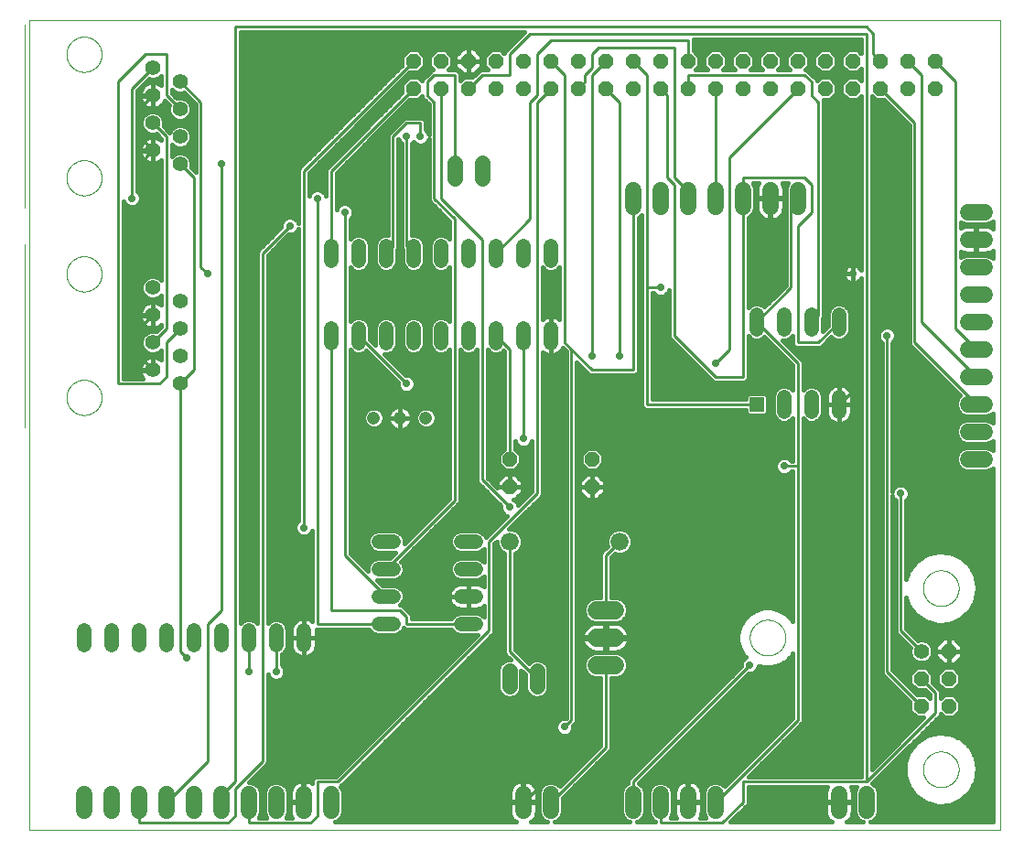
<source format=gbl>
G75*
%MOIN*%
%OFA0B0*%
%FSLAX25Y25*%
%IPPOS*%
%LPD*%
%AMOC8*
5,1,8,0,0,1.08239X$1,22.5*
%
%ADD10C,0.00000*%
%ADD11C,0.00039*%
%ADD12C,0.05543*%
%ADD13C,0.05200*%
%ADD14C,0.05600*%
%ADD15OC8,0.05600*%
%ADD16C,0.06600*%
%ADD17C,0.04756*%
%ADD18R,0.05200X0.05200*%
%ADD19C,0.06000*%
%ADD20C,0.05600*%
%ADD21C,0.06600*%
%ADD22OC8,0.05200*%
%ADD23C,0.01000*%
%ADD24C,0.02800*%
%ADD25C,0.01600*%
D10*
X0012038Y0001800D02*
X0365739Y0001800D01*
X0365739Y0296761D01*
X0365739Y0296800D02*
X0012038Y0296800D01*
X0012038Y0296761D02*
X0012038Y0001800D01*
X0025638Y0159300D02*
X0025640Y0159460D01*
X0025646Y0159619D01*
X0025656Y0159778D01*
X0025670Y0159937D01*
X0025688Y0160096D01*
X0025709Y0160254D01*
X0025735Y0160411D01*
X0025765Y0160568D01*
X0025798Y0160724D01*
X0025836Y0160879D01*
X0025877Y0161033D01*
X0025922Y0161186D01*
X0025971Y0161338D01*
X0026024Y0161489D01*
X0026080Y0161638D01*
X0026141Y0161786D01*
X0026204Y0161932D01*
X0026272Y0162077D01*
X0026343Y0162220D01*
X0026417Y0162361D01*
X0026495Y0162500D01*
X0026577Y0162637D01*
X0026662Y0162772D01*
X0026750Y0162905D01*
X0026842Y0163036D01*
X0026936Y0163164D01*
X0027034Y0163290D01*
X0027135Y0163414D01*
X0027239Y0163535D01*
X0027346Y0163653D01*
X0027456Y0163769D01*
X0027569Y0163882D01*
X0027685Y0163992D01*
X0027803Y0164099D01*
X0027924Y0164203D01*
X0028048Y0164304D01*
X0028174Y0164402D01*
X0028302Y0164496D01*
X0028433Y0164588D01*
X0028566Y0164676D01*
X0028701Y0164761D01*
X0028838Y0164843D01*
X0028977Y0164921D01*
X0029118Y0164995D01*
X0029261Y0165066D01*
X0029406Y0165134D01*
X0029552Y0165197D01*
X0029700Y0165258D01*
X0029849Y0165314D01*
X0030000Y0165367D01*
X0030152Y0165416D01*
X0030305Y0165461D01*
X0030459Y0165502D01*
X0030614Y0165540D01*
X0030770Y0165573D01*
X0030927Y0165603D01*
X0031084Y0165629D01*
X0031242Y0165650D01*
X0031401Y0165668D01*
X0031560Y0165682D01*
X0031719Y0165692D01*
X0031878Y0165698D01*
X0032038Y0165700D01*
X0032198Y0165698D01*
X0032357Y0165692D01*
X0032516Y0165682D01*
X0032675Y0165668D01*
X0032834Y0165650D01*
X0032992Y0165629D01*
X0033149Y0165603D01*
X0033306Y0165573D01*
X0033462Y0165540D01*
X0033617Y0165502D01*
X0033771Y0165461D01*
X0033924Y0165416D01*
X0034076Y0165367D01*
X0034227Y0165314D01*
X0034376Y0165258D01*
X0034524Y0165197D01*
X0034670Y0165134D01*
X0034815Y0165066D01*
X0034958Y0164995D01*
X0035099Y0164921D01*
X0035238Y0164843D01*
X0035375Y0164761D01*
X0035510Y0164676D01*
X0035643Y0164588D01*
X0035774Y0164496D01*
X0035902Y0164402D01*
X0036028Y0164304D01*
X0036152Y0164203D01*
X0036273Y0164099D01*
X0036391Y0163992D01*
X0036507Y0163882D01*
X0036620Y0163769D01*
X0036730Y0163653D01*
X0036837Y0163535D01*
X0036941Y0163414D01*
X0037042Y0163290D01*
X0037140Y0163164D01*
X0037234Y0163036D01*
X0037326Y0162905D01*
X0037414Y0162772D01*
X0037499Y0162637D01*
X0037581Y0162500D01*
X0037659Y0162361D01*
X0037733Y0162220D01*
X0037804Y0162077D01*
X0037872Y0161932D01*
X0037935Y0161786D01*
X0037996Y0161638D01*
X0038052Y0161489D01*
X0038105Y0161338D01*
X0038154Y0161186D01*
X0038199Y0161033D01*
X0038240Y0160879D01*
X0038278Y0160724D01*
X0038311Y0160568D01*
X0038341Y0160411D01*
X0038367Y0160254D01*
X0038388Y0160096D01*
X0038406Y0159937D01*
X0038420Y0159778D01*
X0038430Y0159619D01*
X0038436Y0159460D01*
X0038438Y0159300D01*
X0038436Y0159140D01*
X0038430Y0158981D01*
X0038420Y0158822D01*
X0038406Y0158663D01*
X0038388Y0158504D01*
X0038367Y0158346D01*
X0038341Y0158189D01*
X0038311Y0158032D01*
X0038278Y0157876D01*
X0038240Y0157721D01*
X0038199Y0157567D01*
X0038154Y0157414D01*
X0038105Y0157262D01*
X0038052Y0157111D01*
X0037996Y0156962D01*
X0037935Y0156814D01*
X0037872Y0156668D01*
X0037804Y0156523D01*
X0037733Y0156380D01*
X0037659Y0156239D01*
X0037581Y0156100D01*
X0037499Y0155963D01*
X0037414Y0155828D01*
X0037326Y0155695D01*
X0037234Y0155564D01*
X0037140Y0155436D01*
X0037042Y0155310D01*
X0036941Y0155186D01*
X0036837Y0155065D01*
X0036730Y0154947D01*
X0036620Y0154831D01*
X0036507Y0154718D01*
X0036391Y0154608D01*
X0036273Y0154501D01*
X0036152Y0154397D01*
X0036028Y0154296D01*
X0035902Y0154198D01*
X0035774Y0154104D01*
X0035643Y0154012D01*
X0035510Y0153924D01*
X0035375Y0153839D01*
X0035238Y0153757D01*
X0035099Y0153679D01*
X0034958Y0153605D01*
X0034815Y0153534D01*
X0034670Y0153466D01*
X0034524Y0153403D01*
X0034376Y0153342D01*
X0034227Y0153286D01*
X0034076Y0153233D01*
X0033924Y0153184D01*
X0033771Y0153139D01*
X0033617Y0153098D01*
X0033462Y0153060D01*
X0033306Y0153027D01*
X0033149Y0152997D01*
X0032992Y0152971D01*
X0032834Y0152950D01*
X0032675Y0152932D01*
X0032516Y0152918D01*
X0032357Y0152908D01*
X0032198Y0152902D01*
X0032038Y0152900D01*
X0031878Y0152902D01*
X0031719Y0152908D01*
X0031560Y0152918D01*
X0031401Y0152932D01*
X0031242Y0152950D01*
X0031084Y0152971D01*
X0030927Y0152997D01*
X0030770Y0153027D01*
X0030614Y0153060D01*
X0030459Y0153098D01*
X0030305Y0153139D01*
X0030152Y0153184D01*
X0030000Y0153233D01*
X0029849Y0153286D01*
X0029700Y0153342D01*
X0029552Y0153403D01*
X0029406Y0153466D01*
X0029261Y0153534D01*
X0029118Y0153605D01*
X0028977Y0153679D01*
X0028838Y0153757D01*
X0028701Y0153839D01*
X0028566Y0153924D01*
X0028433Y0154012D01*
X0028302Y0154104D01*
X0028174Y0154198D01*
X0028048Y0154296D01*
X0027924Y0154397D01*
X0027803Y0154501D01*
X0027685Y0154608D01*
X0027569Y0154718D01*
X0027456Y0154831D01*
X0027346Y0154947D01*
X0027239Y0155065D01*
X0027135Y0155186D01*
X0027034Y0155310D01*
X0026936Y0155436D01*
X0026842Y0155564D01*
X0026750Y0155695D01*
X0026662Y0155828D01*
X0026577Y0155963D01*
X0026495Y0156100D01*
X0026417Y0156239D01*
X0026343Y0156380D01*
X0026272Y0156523D01*
X0026204Y0156668D01*
X0026141Y0156814D01*
X0026080Y0156962D01*
X0026024Y0157111D01*
X0025971Y0157262D01*
X0025922Y0157414D01*
X0025877Y0157567D01*
X0025836Y0157721D01*
X0025798Y0157876D01*
X0025765Y0158032D01*
X0025735Y0158189D01*
X0025709Y0158346D01*
X0025688Y0158504D01*
X0025670Y0158663D01*
X0025656Y0158822D01*
X0025646Y0158981D01*
X0025640Y0159140D01*
X0025638Y0159300D01*
X0025638Y0204300D02*
X0025640Y0204460D01*
X0025646Y0204619D01*
X0025656Y0204778D01*
X0025670Y0204937D01*
X0025688Y0205096D01*
X0025709Y0205254D01*
X0025735Y0205411D01*
X0025765Y0205568D01*
X0025798Y0205724D01*
X0025836Y0205879D01*
X0025877Y0206033D01*
X0025922Y0206186D01*
X0025971Y0206338D01*
X0026024Y0206489D01*
X0026080Y0206638D01*
X0026141Y0206786D01*
X0026204Y0206932D01*
X0026272Y0207077D01*
X0026343Y0207220D01*
X0026417Y0207361D01*
X0026495Y0207500D01*
X0026577Y0207637D01*
X0026662Y0207772D01*
X0026750Y0207905D01*
X0026842Y0208036D01*
X0026936Y0208164D01*
X0027034Y0208290D01*
X0027135Y0208414D01*
X0027239Y0208535D01*
X0027346Y0208653D01*
X0027456Y0208769D01*
X0027569Y0208882D01*
X0027685Y0208992D01*
X0027803Y0209099D01*
X0027924Y0209203D01*
X0028048Y0209304D01*
X0028174Y0209402D01*
X0028302Y0209496D01*
X0028433Y0209588D01*
X0028566Y0209676D01*
X0028701Y0209761D01*
X0028838Y0209843D01*
X0028977Y0209921D01*
X0029118Y0209995D01*
X0029261Y0210066D01*
X0029406Y0210134D01*
X0029552Y0210197D01*
X0029700Y0210258D01*
X0029849Y0210314D01*
X0030000Y0210367D01*
X0030152Y0210416D01*
X0030305Y0210461D01*
X0030459Y0210502D01*
X0030614Y0210540D01*
X0030770Y0210573D01*
X0030927Y0210603D01*
X0031084Y0210629D01*
X0031242Y0210650D01*
X0031401Y0210668D01*
X0031560Y0210682D01*
X0031719Y0210692D01*
X0031878Y0210698D01*
X0032038Y0210700D01*
X0032198Y0210698D01*
X0032357Y0210692D01*
X0032516Y0210682D01*
X0032675Y0210668D01*
X0032834Y0210650D01*
X0032992Y0210629D01*
X0033149Y0210603D01*
X0033306Y0210573D01*
X0033462Y0210540D01*
X0033617Y0210502D01*
X0033771Y0210461D01*
X0033924Y0210416D01*
X0034076Y0210367D01*
X0034227Y0210314D01*
X0034376Y0210258D01*
X0034524Y0210197D01*
X0034670Y0210134D01*
X0034815Y0210066D01*
X0034958Y0209995D01*
X0035099Y0209921D01*
X0035238Y0209843D01*
X0035375Y0209761D01*
X0035510Y0209676D01*
X0035643Y0209588D01*
X0035774Y0209496D01*
X0035902Y0209402D01*
X0036028Y0209304D01*
X0036152Y0209203D01*
X0036273Y0209099D01*
X0036391Y0208992D01*
X0036507Y0208882D01*
X0036620Y0208769D01*
X0036730Y0208653D01*
X0036837Y0208535D01*
X0036941Y0208414D01*
X0037042Y0208290D01*
X0037140Y0208164D01*
X0037234Y0208036D01*
X0037326Y0207905D01*
X0037414Y0207772D01*
X0037499Y0207637D01*
X0037581Y0207500D01*
X0037659Y0207361D01*
X0037733Y0207220D01*
X0037804Y0207077D01*
X0037872Y0206932D01*
X0037935Y0206786D01*
X0037996Y0206638D01*
X0038052Y0206489D01*
X0038105Y0206338D01*
X0038154Y0206186D01*
X0038199Y0206033D01*
X0038240Y0205879D01*
X0038278Y0205724D01*
X0038311Y0205568D01*
X0038341Y0205411D01*
X0038367Y0205254D01*
X0038388Y0205096D01*
X0038406Y0204937D01*
X0038420Y0204778D01*
X0038430Y0204619D01*
X0038436Y0204460D01*
X0038438Y0204300D01*
X0038436Y0204140D01*
X0038430Y0203981D01*
X0038420Y0203822D01*
X0038406Y0203663D01*
X0038388Y0203504D01*
X0038367Y0203346D01*
X0038341Y0203189D01*
X0038311Y0203032D01*
X0038278Y0202876D01*
X0038240Y0202721D01*
X0038199Y0202567D01*
X0038154Y0202414D01*
X0038105Y0202262D01*
X0038052Y0202111D01*
X0037996Y0201962D01*
X0037935Y0201814D01*
X0037872Y0201668D01*
X0037804Y0201523D01*
X0037733Y0201380D01*
X0037659Y0201239D01*
X0037581Y0201100D01*
X0037499Y0200963D01*
X0037414Y0200828D01*
X0037326Y0200695D01*
X0037234Y0200564D01*
X0037140Y0200436D01*
X0037042Y0200310D01*
X0036941Y0200186D01*
X0036837Y0200065D01*
X0036730Y0199947D01*
X0036620Y0199831D01*
X0036507Y0199718D01*
X0036391Y0199608D01*
X0036273Y0199501D01*
X0036152Y0199397D01*
X0036028Y0199296D01*
X0035902Y0199198D01*
X0035774Y0199104D01*
X0035643Y0199012D01*
X0035510Y0198924D01*
X0035375Y0198839D01*
X0035238Y0198757D01*
X0035099Y0198679D01*
X0034958Y0198605D01*
X0034815Y0198534D01*
X0034670Y0198466D01*
X0034524Y0198403D01*
X0034376Y0198342D01*
X0034227Y0198286D01*
X0034076Y0198233D01*
X0033924Y0198184D01*
X0033771Y0198139D01*
X0033617Y0198098D01*
X0033462Y0198060D01*
X0033306Y0198027D01*
X0033149Y0197997D01*
X0032992Y0197971D01*
X0032834Y0197950D01*
X0032675Y0197932D01*
X0032516Y0197918D01*
X0032357Y0197908D01*
X0032198Y0197902D01*
X0032038Y0197900D01*
X0031878Y0197902D01*
X0031719Y0197908D01*
X0031560Y0197918D01*
X0031401Y0197932D01*
X0031242Y0197950D01*
X0031084Y0197971D01*
X0030927Y0197997D01*
X0030770Y0198027D01*
X0030614Y0198060D01*
X0030459Y0198098D01*
X0030305Y0198139D01*
X0030152Y0198184D01*
X0030000Y0198233D01*
X0029849Y0198286D01*
X0029700Y0198342D01*
X0029552Y0198403D01*
X0029406Y0198466D01*
X0029261Y0198534D01*
X0029118Y0198605D01*
X0028977Y0198679D01*
X0028838Y0198757D01*
X0028701Y0198839D01*
X0028566Y0198924D01*
X0028433Y0199012D01*
X0028302Y0199104D01*
X0028174Y0199198D01*
X0028048Y0199296D01*
X0027924Y0199397D01*
X0027803Y0199501D01*
X0027685Y0199608D01*
X0027569Y0199718D01*
X0027456Y0199831D01*
X0027346Y0199947D01*
X0027239Y0200065D01*
X0027135Y0200186D01*
X0027034Y0200310D01*
X0026936Y0200436D01*
X0026842Y0200564D01*
X0026750Y0200695D01*
X0026662Y0200828D01*
X0026577Y0200963D01*
X0026495Y0201100D01*
X0026417Y0201239D01*
X0026343Y0201380D01*
X0026272Y0201523D01*
X0026204Y0201668D01*
X0026141Y0201814D01*
X0026080Y0201962D01*
X0026024Y0202111D01*
X0025971Y0202262D01*
X0025922Y0202414D01*
X0025877Y0202567D01*
X0025836Y0202721D01*
X0025798Y0202876D01*
X0025765Y0203032D01*
X0025735Y0203189D01*
X0025709Y0203346D01*
X0025688Y0203504D01*
X0025670Y0203663D01*
X0025656Y0203822D01*
X0025646Y0203981D01*
X0025640Y0204140D01*
X0025638Y0204300D01*
X0025638Y0239300D02*
X0025640Y0239460D01*
X0025646Y0239619D01*
X0025656Y0239778D01*
X0025670Y0239937D01*
X0025688Y0240096D01*
X0025709Y0240254D01*
X0025735Y0240411D01*
X0025765Y0240568D01*
X0025798Y0240724D01*
X0025836Y0240879D01*
X0025877Y0241033D01*
X0025922Y0241186D01*
X0025971Y0241338D01*
X0026024Y0241489D01*
X0026080Y0241638D01*
X0026141Y0241786D01*
X0026204Y0241932D01*
X0026272Y0242077D01*
X0026343Y0242220D01*
X0026417Y0242361D01*
X0026495Y0242500D01*
X0026577Y0242637D01*
X0026662Y0242772D01*
X0026750Y0242905D01*
X0026842Y0243036D01*
X0026936Y0243164D01*
X0027034Y0243290D01*
X0027135Y0243414D01*
X0027239Y0243535D01*
X0027346Y0243653D01*
X0027456Y0243769D01*
X0027569Y0243882D01*
X0027685Y0243992D01*
X0027803Y0244099D01*
X0027924Y0244203D01*
X0028048Y0244304D01*
X0028174Y0244402D01*
X0028302Y0244496D01*
X0028433Y0244588D01*
X0028566Y0244676D01*
X0028701Y0244761D01*
X0028838Y0244843D01*
X0028977Y0244921D01*
X0029118Y0244995D01*
X0029261Y0245066D01*
X0029406Y0245134D01*
X0029552Y0245197D01*
X0029700Y0245258D01*
X0029849Y0245314D01*
X0030000Y0245367D01*
X0030152Y0245416D01*
X0030305Y0245461D01*
X0030459Y0245502D01*
X0030614Y0245540D01*
X0030770Y0245573D01*
X0030927Y0245603D01*
X0031084Y0245629D01*
X0031242Y0245650D01*
X0031401Y0245668D01*
X0031560Y0245682D01*
X0031719Y0245692D01*
X0031878Y0245698D01*
X0032038Y0245700D01*
X0032198Y0245698D01*
X0032357Y0245692D01*
X0032516Y0245682D01*
X0032675Y0245668D01*
X0032834Y0245650D01*
X0032992Y0245629D01*
X0033149Y0245603D01*
X0033306Y0245573D01*
X0033462Y0245540D01*
X0033617Y0245502D01*
X0033771Y0245461D01*
X0033924Y0245416D01*
X0034076Y0245367D01*
X0034227Y0245314D01*
X0034376Y0245258D01*
X0034524Y0245197D01*
X0034670Y0245134D01*
X0034815Y0245066D01*
X0034958Y0244995D01*
X0035099Y0244921D01*
X0035238Y0244843D01*
X0035375Y0244761D01*
X0035510Y0244676D01*
X0035643Y0244588D01*
X0035774Y0244496D01*
X0035902Y0244402D01*
X0036028Y0244304D01*
X0036152Y0244203D01*
X0036273Y0244099D01*
X0036391Y0243992D01*
X0036507Y0243882D01*
X0036620Y0243769D01*
X0036730Y0243653D01*
X0036837Y0243535D01*
X0036941Y0243414D01*
X0037042Y0243290D01*
X0037140Y0243164D01*
X0037234Y0243036D01*
X0037326Y0242905D01*
X0037414Y0242772D01*
X0037499Y0242637D01*
X0037581Y0242500D01*
X0037659Y0242361D01*
X0037733Y0242220D01*
X0037804Y0242077D01*
X0037872Y0241932D01*
X0037935Y0241786D01*
X0037996Y0241638D01*
X0038052Y0241489D01*
X0038105Y0241338D01*
X0038154Y0241186D01*
X0038199Y0241033D01*
X0038240Y0240879D01*
X0038278Y0240724D01*
X0038311Y0240568D01*
X0038341Y0240411D01*
X0038367Y0240254D01*
X0038388Y0240096D01*
X0038406Y0239937D01*
X0038420Y0239778D01*
X0038430Y0239619D01*
X0038436Y0239460D01*
X0038438Y0239300D01*
X0038436Y0239140D01*
X0038430Y0238981D01*
X0038420Y0238822D01*
X0038406Y0238663D01*
X0038388Y0238504D01*
X0038367Y0238346D01*
X0038341Y0238189D01*
X0038311Y0238032D01*
X0038278Y0237876D01*
X0038240Y0237721D01*
X0038199Y0237567D01*
X0038154Y0237414D01*
X0038105Y0237262D01*
X0038052Y0237111D01*
X0037996Y0236962D01*
X0037935Y0236814D01*
X0037872Y0236668D01*
X0037804Y0236523D01*
X0037733Y0236380D01*
X0037659Y0236239D01*
X0037581Y0236100D01*
X0037499Y0235963D01*
X0037414Y0235828D01*
X0037326Y0235695D01*
X0037234Y0235564D01*
X0037140Y0235436D01*
X0037042Y0235310D01*
X0036941Y0235186D01*
X0036837Y0235065D01*
X0036730Y0234947D01*
X0036620Y0234831D01*
X0036507Y0234718D01*
X0036391Y0234608D01*
X0036273Y0234501D01*
X0036152Y0234397D01*
X0036028Y0234296D01*
X0035902Y0234198D01*
X0035774Y0234104D01*
X0035643Y0234012D01*
X0035510Y0233924D01*
X0035375Y0233839D01*
X0035238Y0233757D01*
X0035099Y0233679D01*
X0034958Y0233605D01*
X0034815Y0233534D01*
X0034670Y0233466D01*
X0034524Y0233403D01*
X0034376Y0233342D01*
X0034227Y0233286D01*
X0034076Y0233233D01*
X0033924Y0233184D01*
X0033771Y0233139D01*
X0033617Y0233098D01*
X0033462Y0233060D01*
X0033306Y0233027D01*
X0033149Y0232997D01*
X0032992Y0232971D01*
X0032834Y0232950D01*
X0032675Y0232932D01*
X0032516Y0232918D01*
X0032357Y0232908D01*
X0032198Y0232902D01*
X0032038Y0232900D01*
X0031878Y0232902D01*
X0031719Y0232908D01*
X0031560Y0232918D01*
X0031401Y0232932D01*
X0031242Y0232950D01*
X0031084Y0232971D01*
X0030927Y0232997D01*
X0030770Y0233027D01*
X0030614Y0233060D01*
X0030459Y0233098D01*
X0030305Y0233139D01*
X0030152Y0233184D01*
X0030000Y0233233D01*
X0029849Y0233286D01*
X0029700Y0233342D01*
X0029552Y0233403D01*
X0029406Y0233466D01*
X0029261Y0233534D01*
X0029118Y0233605D01*
X0028977Y0233679D01*
X0028838Y0233757D01*
X0028701Y0233839D01*
X0028566Y0233924D01*
X0028433Y0234012D01*
X0028302Y0234104D01*
X0028174Y0234198D01*
X0028048Y0234296D01*
X0027924Y0234397D01*
X0027803Y0234501D01*
X0027685Y0234608D01*
X0027569Y0234718D01*
X0027456Y0234831D01*
X0027346Y0234947D01*
X0027239Y0235065D01*
X0027135Y0235186D01*
X0027034Y0235310D01*
X0026936Y0235436D01*
X0026842Y0235564D01*
X0026750Y0235695D01*
X0026662Y0235828D01*
X0026577Y0235963D01*
X0026495Y0236100D01*
X0026417Y0236239D01*
X0026343Y0236380D01*
X0026272Y0236523D01*
X0026204Y0236668D01*
X0026141Y0236814D01*
X0026080Y0236962D01*
X0026024Y0237111D01*
X0025971Y0237262D01*
X0025922Y0237414D01*
X0025877Y0237567D01*
X0025836Y0237721D01*
X0025798Y0237876D01*
X0025765Y0238032D01*
X0025735Y0238189D01*
X0025709Y0238346D01*
X0025688Y0238504D01*
X0025670Y0238663D01*
X0025656Y0238822D01*
X0025646Y0238981D01*
X0025640Y0239140D01*
X0025638Y0239300D01*
X0025638Y0284300D02*
X0025640Y0284460D01*
X0025646Y0284619D01*
X0025656Y0284778D01*
X0025670Y0284937D01*
X0025688Y0285096D01*
X0025709Y0285254D01*
X0025735Y0285411D01*
X0025765Y0285568D01*
X0025798Y0285724D01*
X0025836Y0285879D01*
X0025877Y0286033D01*
X0025922Y0286186D01*
X0025971Y0286338D01*
X0026024Y0286489D01*
X0026080Y0286638D01*
X0026141Y0286786D01*
X0026204Y0286932D01*
X0026272Y0287077D01*
X0026343Y0287220D01*
X0026417Y0287361D01*
X0026495Y0287500D01*
X0026577Y0287637D01*
X0026662Y0287772D01*
X0026750Y0287905D01*
X0026842Y0288036D01*
X0026936Y0288164D01*
X0027034Y0288290D01*
X0027135Y0288414D01*
X0027239Y0288535D01*
X0027346Y0288653D01*
X0027456Y0288769D01*
X0027569Y0288882D01*
X0027685Y0288992D01*
X0027803Y0289099D01*
X0027924Y0289203D01*
X0028048Y0289304D01*
X0028174Y0289402D01*
X0028302Y0289496D01*
X0028433Y0289588D01*
X0028566Y0289676D01*
X0028701Y0289761D01*
X0028838Y0289843D01*
X0028977Y0289921D01*
X0029118Y0289995D01*
X0029261Y0290066D01*
X0029406Y0290134D01*
X0029552Y0290197D01*
X0029700Y0290258D01*
X0029849Y0290314D01*
X0030000Y0290367D01*
X0030152Y0290416D01*
X0030305Y0290461D01*
X0030459Y0290502D01*
X0030614Y0290540D01*
X0030770Y0290573D01*
X0030927Y0290603D01*
X0031084Y0290629D01*
X0031242Y0290650D01*
X0031401Y0290668D01*
X0031560Y0290682D01*
X0031719Y0290692D01*
X0031878Y0290698D01*
X0032038Y0290700D01*
X0032198Y0290698D01*
X0032357Y0290692D01*
X0032516Y0290682D01*
X0032675Y0290668D01*
X0032834Y0290650D01*
X0032992Y0290629D01*
X0033149Y0290603D01*
X0033306Y0290573D01*
X0033462Y0290540D01*
X0033617Y0290502D01*
X0033771Y0290461D01*
X0033924Y0290416D01*
X0034076Y0290367D01*
X0034227Y0290314D01*
X0034376Y0290258D01*
X0034524Y0290197D01*
X0034670Y0290134D01*
X0034815Y0290066D01*
X0034958Y0289995D01*
X0035099Y0289921D01*
X0035238Y0289843D01*
X0035375Y0289761D01*
X0035510Y0289676D01*
X0035643Y0289588D01*
X0035774Y0289496D01*
X0035902Y0289402D01*
X0036028Y0289304D01*
X0036152Y0289203D01*
X0036273Y0289099D01*
X0036391Y0288992D01*
X0036507Y0288882D01*
X0036620Y0288769D01*
X0036730Y0288653D01*
X0036837Y0288535D01*
X0036941Y0288414D01*
X0037042Y0288290D01*
X0037140Y0288164D01*
X0037234Y0288036D01*
X0037326Y0287905D01*
X0037414Y0287772D01*
X0037499Y0287637D01*
X0037581Y0287500D01*
X0037659Y0287361D01*
X0037733Y0287220D01*
X0037804Y0287077D01*
X0037872Y0286932D01*
X0037935Y0286786D01*
X0037996Y0286638D01*
X0038052Y0286489D01*
X0038105Y0286338D01*
X0038154Y0286186D01*
X0038199Y0286033D01*
X0038240Y0285879D01*
X0038278Y0285724D01*
X0038311Y0285568D01*
X0038341Y0285411D01*
X0038367Y0285254D01*
X0038388Y0285096D01*
X0038406Y0284937D01*
X0038420Y0284778D01*
X0038430Y0284619D01*
X0038436Y0284460D01*
X0038438Y0284300D01*
X0038436Y0284140D01*
X0038430Y0283981D01*
X0038420Y0283822D01*
X0038406Y0283663D01*
X0038388Y0283504D01*
X0038367Y0283346D01*
X0038341Y0283189D01*
X0038311Y0283032D01*
X0038278Y0282876D01*
X0038240Y0282721D01*
X0038199Y0282567D01*
X0038154Y0282414D01*
X0038105Y0282262D01*
X0038052Y0282111D01*
X0037996Y0281962D01*
X0037935Y0281814D01*
X0037872Y0281668D01*
X0037804Y0281523D01*
X0037733Y0281380D01*
X0037659Y0281239D01*
X0037581Y0281100D01*
X0037499Y0280963D01*
X0037414Y0280828D01*
X0037326Y0280695D01*
X0037234Y0280564D01*
X0037140Y0280436D01*
X0037042Y0280310D01*
X0036941Y0280186D01*
X0036837Y0280065D01*
X0036730Y0279947D01*
X0036620Y0279831D01*
X0036507Y0279718D01*
X0036391Y0279608D01*
X0036273Y0279501D01*
X0036152Y0279397D01*
X0036028Y0279296D01*
X0035902Y0279198D01*
X0035774Y0279104D01*
X0035643Y0279012D01*
X0035510Y0278924D01*
X0035375Y0278839D01*
X0035238Y0278757D01*
X0035099Y0278679D01*
X0034958Y0278605D01*
X0034815Y0278534D01*
X0034670Y0278466D01*
X0034524Y0278403D01*
X0034376Y0278342D01*
X0034227Y0278286D01*
X0034076Y0278233D01*
X0033924Y0278184D01*
X0033771Y0278139D01*
X0033617Y0278098D01*
X0033462Y0278060D01*
X0033306Y0278027D01*
X0033149Y0277997D01*
X0032992Y0277971D01*
X0032834Y0277950D01*
X0032675Y0277932D01*
X0032516Y0277918D01*
X0032357Y0277908D01*
X0032198Y0277902D01*
X0032038Y0277900D01*
X0031878Y0277902D01*
X0031719Y0277908D01*
X0031560Y0277918D01*
X0031401Y0277932D01*
X0031242Y0277950D01*
X0031084Y0277971D01*
X0030927Y0277997D01*
X0030770Y0278027D01*
X0030614Y0278060D01*
X0030459Y0278098D01*
X0030305Y0278139D01*
X0030152Y0278184D01*
X0030000Y0278233D01*
X0029849Y0278286D01*
X0029700Y0278342D01*
X0029552Y0278403D01*
X0029406Y0278466D01*
X0029261Y0278534D01*
X0029118Y0278605D01*
X0028977Y0278679D01*
X0028838Y0278757D01*
X0028701Y0278839D01*
X0028566Y0278924D01*
X0028433Y0279012D01*
X0028302Y0279104D01*
X0028174Y0279198D01*
X0028048Y0279296D01*
X0027924Y0279397D01*
X0027803Y0279501D01*
X0027685Y0279608D01*
X0027569Y0279718D01*
X0027456Y0279831D01*
X0027346Y0279947D01*
X0027239Y0280065D01*
X0027135Y0280186D01*
X0027034Y0280310D01*
X0026936Y0280436D01*
X0026842Y0280564D01*
X0026750Y0280695D01*
X0026662Y0280828D01*
X0026577Y0280963D01*
X0026495Y0281100D01*
X0026417Y0281239D01*
X0026343Y0281380D01*
X0026272Y0281523D01*
X0026204Y0281668D01*
X0026141Y0281814D01*
X0026080Y0281962D01*
X0026024Y0282111D01*
X0025971Y0282262D01*
X0025922Y0282414D01*
X0025877Y0282567D01*
X0025836Y0282721D01*
X0025798Y0282876D01*
X0025765Y0283032D01*
X0025735Y0283189D01*
X0025709Y0283346D01*
X0025688Y0283504D01*
X0025670Y0283663D01*
X0025656Y0283822D01*
X0025646Y0283981D01*
X0025640Y0284140D01*
X0025638Y0284300D01*
X0274538Y0071800D02*
X0274540Y0071961D01*
X0274546Y0072121D01*
X0274556Y0072282D01*
X0274570Y0072442D01*
X0274588Y0072602D01*
X0274609Y0072761D01*
X0274635Y0072920D01*
X0274665Y0073078D01*
X0274698Y0073235D01*
X0274736Y0073392D01*
X0274777Y0073547D01*
X0274822Y0073701D01*
X0274871Y0073854D01*
X0274924Y0074006D01*
X0274980Y0074157D01*
X0275041Y0074306D01*
X0275104Y0074454D01*
X0275172Y0074600D01*
X0275243Y0074744D01*
X0275317Y0074886D01*
X0275395Y0075027D01*
X0275477Y0075165D01*
X0275562Y0075302D01*
X0275650Y0075436D01*
X0275742Y0075568D01*
X0275837Y0075698D01*
X0275935Y0075826D01*
X0276036Y0075951D01*
X0276140Y0076073D01*
X0276247Y0076193D01*
X0276357Y0076310D01*
X0276470Y0076425D01*
X0276586Y0076536D01*
X0276705Y0076645D01*
X0276826Y0076750D01*
X0276950Y0076853D01*
X0277076Y0076953D01*
X0277204Y0077049D01*
X0277335Y0077142D01*
X0277469Y0077232D01*
X0277604Y0077319D01*
X0277742Y0077402D01*
X0277881Y0077482D01*
X0278023Y0077558D01*
X0278166Y0077631D01*
X0278311Y0077700D01*
X0278458Y0077766D01*
X0278606Y0077828D01*
X0278756Y0077886D01*
X0278907Y0077941D01*
X0279060Y0077992D01*
X0279214Y0078039D01*
X0279369Y0078082D01*
X0279525Y0078121D01*
X0279681Y0078157D01*
X0279839Y0078188D01*
X0279997Y0078216D01*
X0280156Y0078240D01*
X0280316Y0078260D01*
X0280476Y0078276D01*
X0280636Y0078288D01*
X0280797Y0078296D01*
X0280958Y0078300D01*
X0281118Y0078300D01*
X0281279Y0078296D01*
X0281440Y0078288D01*
X0281600Y0078276D01*
X0281760Y0078260D01*
X0281920Y0078240D01*
X0282079Y0078216D01*
X0282237Y0078188D01*
X0282395Y0078157D01*
X0282551Y0078121D01*
X0282707Y0078082D01*
X0282862Y0078039D01*
X0283016Y0077992D01*
X0283169Y0077941D01*
X0283320Y0077886D01*
X0283470Y0077828D01*
X0283618Y0077766D01*
X0283765Y0077700D01*
X0283910Y0077631D01*
X0284053Y0077558D01*
X0284195Y0077482D01*
X0284334Y0077402D01*
X0284472Y0077319D01*
X0284607Y0077232D01*
X0284741Y0077142D01*
X0284872Y0077049D01*
X0285000Y0076953D01*
X0285126Y0076853D01*
X0285250Y0076750D01*
X0285371Y0076645D01*
X0285490Y0076536D01*
X0285606Y0076425D01*
X0285719Y0076310D01*
X0285829Y0076193D01*
X0285936Y0076073D01*
X0286040Y0075951D01*
X0286141Y0075826D01*
X0286239Y0075698D01*
X0286334Y0075568D01*
X0286426Y0075436D01*
X0286514Y0075302D01*
X0286599Y0075165D01*
X0286681Y0075027D01*
X0286759Y0074886D01*
X0286833Y0074744D01*
X0286904Y0074600D01*
X0286972Y0074454D01*
X0287035Y0074306D01*
X0287096Y0074157D01*
X0287152Y0074006D01*
X0287205Y0073854D01*
X0287254Y0073701D01*
X0287299Y0073547D01*
X0287340Y0073392D01*
X0287378Y0073235D01*
X0287411Y0073078D01*
X0287441Y0072920D01*
X0287467Y0072761D01*
X0287488Y0072602D01*
X0287506Y0072442D01*
X0287520Y0072282D01*
X0287530Y0072121D01*
X0287536Y0071961D01*
X0287538Y0071800D01*
X0287536Y0071639D01*
X0287530Y0071479D01*
X0287520Y0071318D01*
X0287506Y0071158D01*
X0287488Y0070998D01*
X0287467Y0070839D01*
X0287441Y0070680D01*
X0287411Y0070522D01*
X0287378Y0070365D01*
X0287340Y0070208D01*
X0287299Y0070053D01*
X0287254Y0069899D01*
X0287205Y0069746D01*
X0287152Y0069594D01*
X0287096Y0069443D01*
X0287035Y0069294D01*
X0286972Y0069146D01*
X0286904Y0069000D01*
X0286833Y0068856D01*
X0286759Y0068714D01*
X0286681Y0068573D01*
X0286599Y0068435D01*
X0286514Y0068298D01*
X0286426Y0068164D01*
X0286334Y0068032D01*
X0286239Y0067902D01*
X0286141Y0067774D01*
X0286040Y0067649D01*
X0285936Y0067527D01*
X0285829Y0067407D01*
X0285719Y0067290D01*
X0285606Y0067175D01*
X0285490Y0067064D01*
X0285371Y0066955D01*
X0285250Y0066850D01*
X0285126Y0066747D01*
X0285000Y0066647D01*
X0284872Y0066551D01*
X0284741Y0066458D01*
X0284607Y0066368D01*
X0284472Y0066281D01*
X0284334Y0066198D01*
X0284195Y0066118D01*
X0284053Y0066042D01*
X0283910Y0065969D01*
X0283765Y0065900D01*
X0283618Y0065834D01*
X0283470Y0065772D01*
X0283320Y0065714D01*
X0283169Y0065659D01*
X0283016Y0065608D01*
X0282862Y0065561D01*
X0282707Y0065518D01*
X0282551Y0065479D01*
X0282395Y0065443D01*
X0282237Y0065412D01*
X0282079Y0065384D01*
X0281920Y0065360D01*
X0281760Y0065340D01*
X0281600Y0065324D01*
X0281440Y0065312D01*
X0281279Y0065304D01*
X0281118Y0065300D01*
X0280958Y0065300D01*
X0280797Y0065304D01*
X0280636Y0065312D01*
X0280476Y0065324D01*
X0280316Y0065340D01*
X0280156Y0065360D01*
X0279997Y0065384D01*
X0279839Y0065412D01*
X0279681Y0065443D01*
X0279525Y0065479D01*
X0279369Y0065518D01*
X0279214Y0065561D01*
X0279060Y0065608D01*
X0278907Y0065659D01*
X0278756Y0065714D01*
X0278606Y0065772D01*
X0278458Y0065834D01*
X0278311Y0065900D01*
X0278166Y0065969D01*
X0278023Y0066042D01*
X0277881Y0066118D01*
X0277742Y0066198D01*
X0277604Y0066281D01*
X0277469Y0066368D01*
X0277335Y0066458D01*
X0277204Y0066551D01*
X0277076Y0066647D01*
X0276950Y0066747D01*
X0276826Y0066850D01*
X0276705Y0066955D01*
X0276586Y0067064D01*
X0276470Y0067175D01*
X0276357Y0067290D01*
X0276247Y0067407D01*
X0276140Y0067527D01*
X0276036Y0067649D01*
X0275935Y0067774D01*
X0275837Y0067902D01*
X0275742Y0068032D01*
X0275650Y0068164D01*
X0275562Y0068298D01*
X0275477Y0068435D01*
X0275395Y0068573D01*
X0275317Y0068714D01*
X0275243Y0068856D01*
X0275172Y0069000D01*
X0275104Y0069146D01*
X0275041Y0069294D01*
X0274980Y0069443D01*
X0274924Y0069594D01*
X0274871Y0069746D01*
X0274822Y0069899D01*
X0274777Y0070053D01*
X0274736Y0070208D01*
X0274698Y0070365D01*
X0274665Y0070522D01*
X0274635Y0070680D01*
X0274609Y0070839D01*
X0274588Y0070998D01*
X0274570Y0071158D01*
X0274556Y0071318D01*
X0274546Y0071479D01*
X0274540Y0071639D01*
X0274538Y0071800D01*
X0337638Y0089800D02*
X0337640Y0089961D01*
X0337646Y0090121D01*
X0337656Y0090282D01*
X0337670Y0090442D01*
X0337688Y0090602D01*
X0337709Y0090761D01*
X0337735Y0090920D01*
X0337765Y0091078D01*
X0337798Y0091235D01*
X0337836Y0091392D01*
X0337877Y0091547D01*
X0337922Y0091701D01*
X0337971Y0091854D01*
X0338024Y0092006D01*
X0338080Y0092157D01*
X0338141Y0092306D01*
X0338204Y0092454D01*
X0338272Y0092600D01*
X0338343Y0092744D01*
X0338417Y0092886D01*
X0338495Y0093027D01*
X0338577Y0093165D01*
X0338662Y0093302D01*
X0338750Y0093436D01*
X0338842Y0093568D01*
X0338937Y0093698D01*
X0339035Y0093826D01*
X0339136Y0093951D01*
X0339240Y0094073D01*
X0339347Y0094193D01*
X0339457Y0094310D01*
X0339570Y0094425D01*
X0339686Y0094536D01*
X0339805Y0094645D01*
X0339926Y0094750D01*
X0340050Y0094853D01*
X0340176Y0094953D01*
X0340304Y0095049D01*
X0340435Y0095142D01*
X0340569Y0095232D01*
X0340704Y0095319D01*
X0340842Y0095402D01*
X0340981Y0095482D01*
X0341123Y0095558D01*
X0341266Y0095631D01*
X0341411Y0095700D01*
X0341558Y0095766D01*
X0341706Y0095828D01*
X0341856Y0095886D01*
X0342007Y0095941D01*
X0342160Y0095992D01*
X0342314Y0096039D01*
X0342469Y0096082D01*
X0342625Y0096121D01*
X0342781Y0096157D01*
X0342939Y0096188D01*
X0343097Y0096216D01*
X0343256Y0096240D01*
X0343416Y0096260D01*
X0343576Y0096276D01*
X0343736Y0096288D01*
X0343897Y0096296D01*
X0344058Y0096300D01*
X0344218Y0096300D01*
X0344379Y0096296D01*
X0344540Y0096288D01*
X0344700Y0096276D01*
X0344860Y0096260D01*
X0345020Y0096240D01*
X0345179Y0096216D01*
X0345337Y0096188D01*
X0345495Y0096157D01*
X0345651Y0096121D01*
X0345807Y0096082D01*
X0345962Y0096039D01*
X0346116Y0095992D01*
X0346269Y0095941D01*
X0346420Y0095886D01*
X0346570Y0095828D01*
X0346718Y0095766D01*
X0346865Y0095700D01*
X0347010Y0095631D01*
X0347153Y0095558D01*
X0347295Y0095482D01*
X0347434Y0095402D01*
X0347572Y0095319D01*
X0347707Y0095232D01*
X0347841Y0095142D01*
X0347972Y0095049D01*
X0348100Y0094953D01*
X0348226Y0094853D01*
X0348350Y0094750D01*
X0348471Y0094645D01*
X0348590Y0094536D01*
X0348706Y0094425D01*
X0348819Y0094310D01*
X0348929Y0094193D01*
X0349036Y0094073D01*
X0349140Y0093951D01*
X0349241Y0093826D01*
X0349339Y0093698D01*
X0349434Y0093568D01*
X0349526Y0093436D01*
X0349614Y0093302D01*
X0349699Y0093165D01*
X0349781Y0093027D01*
X0349859Y0092886D01*
X0349933Y0092744D01*
X0350004Y0092600D01*
X0350072Y0092454D01*
X0350135Y0092306D01*
X0350196Y0092157D01*
X0350252Y0092006D01*
X0350305Y0091854D01*
X0350354Y0091701D01*
X0350399Y0091547D01*
X0350440Y0091392D01*
X0350478Y0091235D01*
X0350511Y0091078D01*
X0350541Y0090920D01*
X0350567Y0090761D01*
X0350588Y0090602D01*
X0350606Y0090442D01*
X0350620Y0090282D01*
X0350630Y0090121D01*
X0350636Y0089961D01*
X0350638Y0089800D01*
X0350636Y0089639D01*
X0350630Y0089479D01*
X0350620Y0089318D01*
X0350606Y0089158D01*
X0350588Y0088998D01*
X0350567Y0088839D01*
X0350541Y0088680D01*
X0350511Y0088522D01*
X0350478Y0088365D01*
X0350440Y0088208D01*
X0350399Y0088053D01*
X0350354Y0087899D01*
X0350305Y0087746D01*
X0350252Y0087594D01*
X0350196Y0087443D01*
X0350135Y0087294D01*
X0350072Y0087146D01*
X0350004Y0087000D01*
X0349933Y0086856D01*
X0349859Y0086714D01*
X0349781Y0086573D01*
X0349699Y0086435D01*
X0349614Y0086298D01*
X0349526Y0086164D01*
X0349434Y0086032D01*
X0349339Y0085902D01*
X0349241Y0085774D01*
X0349140Y0085649D01*
X0349036Y0085527D01*
X0348929Y0085407D01*
X0348819Y0085290D01*
X0348706Y0085175D01*
X0348590Y0085064D01*
X0348471Y0084955D01*
X0348350Y0084850D01*
X0348226Y0084747D01*
X0348100Y0084647D01*
X0347972Y0084551D01*
X0347841Y0084458D01*
X0347707Y0084368D01*
X0347572Y0084281D01*
X0347434Y0084198D01*
X0347295Y0084118D01*
X0347153Y0084042D01*
X0347010Y0083969D01*
X0346865Y0083900D01*
X0346718Y0083834D01*
X0346570Y0083772D01*
X0346420Y0083714D01*
X0346269Y0083659D01*
X0346116Y0083608D01*
X0345962Y0083561D01*
X0345807Y0083518D01*
X0345651Y0083479D01*
X0345495Y0083443D01*
X0345337Y0083412D01*
X0345179Y0083384D01*
X0345020Y0083360D01*
X0344860Y0083340D01*
X0344700Y0083324D01*
X0344540Y0083312D01*
X0344379Y0083304D01*
X0344218Y0083300D01*
X0344058Y0083300D01*
X0343897Y0083304D01*
X0343736Y0083312D01*
X0343576Y0083324D01*
X0343416Y0083340D01*
X0343256Y0083360D01*
X0343097Y0083384D01*
X0342939Y0083412D01*
X0342781Y0083443D01*
X0342625Y0083479D01*
X0342469Y0083518D01*
X0342314Y0083561D01*
X0342160Y0083608D01*
X0342007Y0083659D01*
X0341856Y0083714D01*
X0341706Y0083772D01*
X0341558Y0083834D01*
X0341411Y0083900D01*
X0341266Y0083969D01*
X0341123Y0084042D01*
X0340981Y0084118D01*
X0340842Y0084198D01*
X0340704Y0084281D01*
X0340569Y0084368D01*
X0340435Y0084458D01*
X0340304Y0084551D01*
X0340176Y0084647D01*
X0340050Y0084747D01*
X0339926Y0084850D01*
X0339805Y0084955D01*
X0339686Y0085064D01*
X0339570Y0085175D01*
X0339457Y0085290D01*
X0339347Y0085407D01*
X0339240Y0085527D01*
X0339136Y0085649D01*
X0339035Y0085774D01*
X0338937Y0085902D01*
X0338842Y0086032D01*
X0338750Y0086164D01*
X0338662Y0086298D01*
X0338577Y0086435D01*
X0338495Y0086573D01*
X0338417Y0086714D01*
X0338343Y0086856D01*
X0338272Y0087000D01*
X0338204Y0087146D01*
X0338141Y0087294D01*
X0338080Y0087443D01*
X0338024Y0087594D01*
X0337971Y0087746D01*
X0337922Y0087899D01*
X0337877Y0088053D01*
X0337836Y0088208D01*
X0337798Y0088365D01*
X0337765Y0088522D01*
X0337735Y0088680D01*
X0337709Y0088839D01*
X0337688Y0088998D01*
X0337670Y0089158D01*
X0337656Y0089318D01*
X0337646Y0089479D01*
X0337640Y0089639D01*
X0337638Y0089800D01*
X0337638Y0023800D02*
X0337640Y0023961D01*
X0337646Y0024121D01*
X0337656Y0024282D01*
X0337670Y0024442D01*
X0337688Y0024602D01*
X0337709Y0024761D01*
X0337735Y0024920D01*
X0337765Y0025078D01*
X0337798Y0025235D01*
X0337836Y0025392D01*
X0337877Y0025547D01*
X0337922Y0025701D01*
X0337971Y0025854D01*
X0338024Y0026006D01*
X0338080Y0026157D01*
X0338141Y0026306D01*
X0338204Y0026454D01*
X0338272Y0026600D01*
X0338343Y0026744D01*
X0338417Y0026886D01*
X0338495Y0027027D01*
X0338577Y0027165D01*
X0338662Y0027302D01*
X0338750Y0027436D01*
X0338842Y0027568D01*
X0338937Y0027698D01*
X0339035Y0027826D01*
X0339136Y0027951D01*
X0339240Y0028073D01*
X0339347Y0028193D01*
X0339457Y0028310D01*
X0339570Y0028425D01*
X0339686Y0028536D01*
X0339805Y0028645D01*
X0339926Y0028750D01*
X0340050Y0028853D01*
X0340176Y0028953D01*
X0340304Y0029049D01*
X0340435Y0029142D01*
X0340569Y0029232D01*
X0340704Y0029319D01*
X0340842Y0029402D01*
X0340981Y0029482D01*
X0341123Y0029558D01*
X0341266Y0029631D01*
X0341411Y0029700D01*
X0341558Y0029766D01*
X0341706Y0029828D01*
X0341856Y0029886D01*
X0342007Y0029941D01*
X0342160Y0029992D01*
X0342314Y0030039D01*
X0342469Y0030082D01*
X0342625Y0030121D01*
X0342781Y0030157D01*
X0342939Y0030188D01*
X0343097Y0030216D01*
X0343256Y0030240D01*
X0343416Y0030260D01*
X0343576Y0030276D01*
X0343736Y0030288D01*
X0343897Y0030296D01*
X0344058Y0030300D01*
X0344218Y0030300D01*
X0344379Y0030296D01*
X0344540Y0030288D01*
X0344700Y0030276D01*
X0344860Y0030260D01*
X0345020Y0030240D01*
X0345179Y0030216D01*
X0345337Y0030188D01*
X0345495Y0030157D01*
X0345651Y0030121D01*
X0345807Y0030082D01*
X0345962Y0030039D01*
X0346116Y0029992D01*
X0346269Y0029941D01*
X0346420Y0029886D01*
X0346570Y0029828D01*
X0346718Y0029766D01*
X0346865Y0029700D01*
X0347010Y0029631D01*
X0347153Y0029558D01*
X0347295Y0029482D01*
X0347434Y0029402D01*
X0347572Y0029319D01*
X0347707Y0029232D01*
X0347841Y0029142D01*
X0347972Y0029049D01*
X0348100Y0028953D01*
X0348226Y0028853D01*
X0348350Y0028750D01*
X0348471Y0028645D01*
X0348590Y0028536D01*
X0348706Y0028425D01*
X0348819Y0028310D01*
X0348929Y0028193D01*
X0349036Y0028073D01*
X0349140Y0027951D01*
X0349241Y0027826D01*
X0349339Y0027698D01*
X0349434Y0027568D01*
X0349526Y0027436D01*
X0349614Y0027302D01*
X0349699Y0027165D01*
X0349781Y0027027D01*
X0349859Y0026886D01*
X0349933Y0026744D01*
X0350004Y0026600D01*
X0350072Y0026454D01*
X0350135Y0026306D01*
X0350196Y0026157D01*
X0350252Y0026006D01*
X0350305Y0025854D01*
X0350354Y0025701D01*
X0350399Y0025547D01*
X0350440Y0025392D01*
X0350478Y0025235D01*
X0350511Y0025078D01*
X0350541Y0024920D01*
X0350567Y0024761D01*
X0350588Y0024602D01*
X0350606Y0024442D01*
X0350620Y0024282D01*
X0350630Y0024121D01*
X0350636Y0023961D01*
X0350638Y0023800D01*
X0350636Y0023639D01*
X0350630Y0023479D01*
X0350620Y0023318D01*
X0350606Y0023158D01*
X0350588Y0022998D01*
X0350567Y0022839D01*
X0350541Y0022680D01*
X0350511Y0022522D01*
X0350478Y0022365D01*
X0350440Y0022208D01*
X0350399Y0022053D01*
X0350354Y0021899D01*
X0350305Y0021746D01*
X0350252Y0021594D01*
X0350196Y0021443D01*
X0350135Y0021294D01*
X0350072Y0021146D01*
X0350004Y0021000D01*
X0349933Y0020856D01*
X0349859Y0020714D01*
X0349781Y0020573D01*
X0349699Y0020435D01*
X0349614Y0020298D01*
X0349526Y0020164D01*
X0349434Y0020032D01*
X0349339Y0019902D01*
X0349241Y0019774D01*
X0349140Y0019649D01*
X0349036Y0019527D01*
X0348929Y0019407D01*
X0348819Y0019290D01*
X0348706Y0019175D01*
X0348590Y0019064D01*
X0348471Y0018955D01*
X0348350Y0018850D01*
X0348226Y0018747D01*
X0348100Y0018647D01*
X0347972Y0018551D01*
X0347841Y0018458D01*
X0347707Y0018368D01*
X0347572Y0018281D01*
X0347434Y0018198D01*
X0347295Y0018118D01*
X0347153Y0018042D01*
X0347010Y0017969D01*
X0346865Y0017900D01*
X0346718Y0017834D01*
X0346570Y0017772D01*
X0346420Y0017714D01*
X0346269Y0017659D01*
X0346116Y0017608D01*
X0345962Y0017561D01*
X0345807Y0017518D01*
X0345651Y0017479D01*
X0345495Y0017443D01*
X0345337Y0017412D01*
X0345179Y0017384D01*
X0345020Y0017360D01*
X0344860Y0017340D01*
X0344700Y0017324D01*
X0344540Y0017312D01*
X0344379Y0017304D01*
X0344218Y0017300D01*
X0344058Y0017300D01*
X0343897Y0017304D01*
X0343736Y0017312D01*
X0343576Y0017324D01*
X0343416Y0017340D01*
X0343256Y0017360D01*
X0343097Y0017384D01*
X0342939Y0017412D01*
X0342781Y0017443D01*
X0342625Y0017479D01*
X0342469Y0017518D01*
X0342314Y0017561D01*
X0342160Y0017608D01*
X0342007Y0017659D01*
X0341856Y0017714D01*
X0341706Y0017772D01*
X0341558Y0017834D01*
X0341411Y0017900D01*
X0341266Y0017969D01*
X0341123Y0018042D01*
X0340981Y0018118D01*
X0340842Y0018198D01*
X0340704Y0018281D01*
X0340569Y0018368D01*
X0340435Y0018458D01*
X0340304Y0018551D01*
X0340176Y0018647D01*
X0340050Y0018747D01*
X0339926Y0018850D01*
X0339805Y0018955D01*
X0339686Y0019064D01*
X0339570Y0019175D01*
X0339457Y0019290D01*
X0339347Y0019407D01*
X0339240Y0019527D01*
X0339136Y0019649D01*
X0339035Y0019774D01*
X0338937Y0019902D01*
X0338842Y0020032D01*
X0338750Y0020164D01*
X0338662Y0020298D01*
X0338577Y0020435D01*
X0338495Y0020573D01*
X0338417Y0020714D01*
X0338343Y0020856D01*
X0338272Y0021000D01*
X0338204Y0021146D01*
X0338141Y0021294D01*
X0338080Y0021443D01*
X0338024Y0021594D01*
X0337971Y0021746D01*
X0337922Y0021899D01*
X0337877Y0022053D01*
X0337836Y0022208D01*
X0337798Y0022365D01*
X0337765Y0022522D01*
X0337735Y0022680D01*
X0337709Y0022839D01*
X0337688Y0022998D01*
X0337670Y0023158D01*
X0337656Y0023318D01*
X0337646Y0023479D01*
X0337640Y0023639D01*
X0337638Y0023800D01*
D11*
X0010338Y0148550D02*
X0010338Y0215050D01*
X0010338Y0228550D02*
X0010338Y0295050D01*
D12*
X0057038Y0279300D03*
X0057038Y0269300D03*
X0067038Y0264300D03*
X0067038Y0254300D03*
X0057038Y0249300D03*
X0057038Y0259300D03*
X0067038Y0244300D03*
X0067038Y0274300D03*
X0057038Y0199300D03*
X0057038Y0189300D03*
X0057038Y0179300D03*
X0067038Y0174300D03*
X0067038Y0164300D03*
X0057038Y0169300D03*
X0067038Y0184300D03*
X0067038Y0194300D03*
D13*
X0122038Y0184400D02*
X0122038Y0179200D01*
X0132038Y0179200D02*
X0132038Y0184400D01*
X0142038Y0184400D02*
X0142038Y0179200D01*
X0152038Y0179200D02*
X0152038Y0184400D01*
X0162038Y0184400D02*
X0162038Y0179200D01*
X0172038Y0179200D02*
X0172038Y0184400D01*
X0182038Y0184400D02*
X0182038Y0179200D01*
X0192038Y0179200D02*
X0192038Y0184400D01*
X0202038Y0184400D02*
X0202038Y0179200D01*
X0202038Y0209200D02*
X0202038Y0214400D01*
X0192038Y0214400D02*
X0192038Y0209200D01*
X0182038Y0209200D02*
X0182038Y0214400D01*
X0172038Y0214400D02*
X0172038Y0209200D01*
X0162038Y0209200D02*
X0162038Y0214400D01*
X0152038Y0214400D02*
X0152038Y0209200D01*
X0142038Y0209200D02*
X0142038Y0214400D01*
X0132038Y0214400D02*
X0132038Y0209200D01*
X0122038Y0209200D02*
X0122038Y0214400D01*
X0139438Y0106800D02*
X0144638Y0106800D01*
X0144638Y0096800D02*
X0139438Y0096800D01*
X0139438Y0086800D02*
X0144638Y0086800D01*
X0144638Y0076800D02*
X0139438Y0076800D01*
X0112038Y0074400D02*
X0112038Y0069200D01*
X0102038Y0069200D02*
X0102038Y0074400D01*
X0092038Y0074400D02*
X0092038Y0069200D01*
X0082038Y0069200D02*
X0082038Y0074400D01*
X0072038Y0074400D02*
X0072038Y0069200D01*
X0062038Y0069200D02*
X0062038Y0074400D01*
X0052038Y0074400D02*
X0052038Y0069200D01*
X0042038Y0069200D02*
X0042038Y0074400D01*
X0032038Y0074400D02*
X0032038Y0069200D01*
X0169438Y0076800D02*
X0174638Y0076800D01*
X0174638Y0086800D02*
X0169438Y0086800D01*
X0169438Y0096800D02*
X0174638Y0096800D01*
X0174638Y0106800D02*
X0169438Y0106800D01*
X0277038Y0184200D02*
X0277038Y0189400D01*
X0287038Y0189400D02*
X0287038Y0184200D01*
X0297038Y0184200D02*
X0297038Y0189400D01*
X0307038Y0189400D02*
X0307038Y0184200D01*
X0307038Y0159400D02*
X0307038Y0154200D01*
X0297038Y0154200D02*
X0297038Y0159400D01*
X0287038Y0159400D02*
X0287038Y0154200D01*
D14*
X0177038Y0239000D02*
X0177038Y0244600D01*
X0167038Y0244600D02*
X0167038Y0239000D01*
X0187038Y0059600D02*
X0187038Y0054000D01*
X0197038Y0054000D02*
X0197038Y0059600D01*
D15*
X0337038Y0056800D03*
X0347038Y0056800D03*
X0347038Y0066800D03*
X0347038Y0046800D03*
X0337038Y0046800D03*
X0342038Y0271800D03*
X0332038Y0271800D03*
X0322038Y0271800D03*
X0322038Y0281800D03*
X0332038Y0281800D03*
X0342038Y0281800D03*
X0312038Y0281800D03*
X0302038Y0281800D03*
X0302038Y0271800D03*
X0312038Y0271800D03*
X0292038Y0271800D03*
X0282038Y0271800D03*
X0282038Y0281800D03*
X0292038Y0281800D03*
X0272038Y0281800D03*
X0262038Y0281800D03*
X0252038Y0281800D03*
X0252038Y0271800D03*
X0262038Y0271800D03*
X0272038Y0271800D03*
X0242038Y0271800D03*
X0232038Y0271800D03*
X0232038Y0281800D03*
X0242038Y0281800D03*
X0222038Y0281800D03*
X0212038Y0281800D03*
X0212038Y0271800D03*
X0222038Y0271800D03*
X0202038Y0271800D03*
X0192038Y0271800D03*
X0182038Y0271800D03*
X0182038Y0281800D03*
X0192038Y0281800D03*
X0202038Y0281800D03*
X0172038Y0281800D03*
X0162038Y0281800D03*
X0162038Y0271800D03*
X0172038Y0271800D03*
X0152038Y0271800D03*
X0152038Y0281800D03*
D16*
X0218738Y0081800D02*
X0225338Y0081800D01*
X0225338Y0071800D02*
X0218738Y0071800D01*
X0218738Y0061800D02*
X0225338Y0061800D01*
D17*
X0156538Y0151800D03*
X0147144Y0151800D03*
X0137538Y0151800D03*
D18*
X0277038Y0156800D03*
D19*
X0354038Y0156800D02*
X0360038Y0156800D01*
X0360038Y0146800D02*
X0354038Y0146800D01*
X0354038Y0136800D02*
X0360038Y0136800D01*
X0360038Y0166800D02*
X0354038Y0166800D01*
X0354038Y0176800D02*
X0360038Y0176800D01*
X0360038Y0186800D02*
X0354038Y0186800D01*
X0354038Y0196800D02*
X0360038Y0196800D01*
X0360038Y0206800D02*
X0354038Y0206800D01*
X0354038Y0216800D02*
X0360038Y0216800D01*
X0360038Y0226800D02*
X0354038Y0226800D01*
X0292038Y0228800D02*
X0292038Y0234800D01*
X0282038Y0234800D02*
X0282038Y0228800D01*
X0272038Y0228800D02*
X0272038Y0234800D01*
X0262038Y0234800D02*
X0262038Y0228800D01*
X0252038Y0228800D02*
X0252038Y0234800D01*
X0242038Y0234800D02*
X0242038Y0228800D01*
X0232038Y0228800D02*
X0232038Y0234800D01*
X0232038Y0014800D02*
X0232038Y0008800D01*
X0242038Y0008800D02*
X0242038Y0014800D01*
X0252038Y0014800D02*
X0252038Y0008800D01*
X0262038Y0008800D02*
X0262038Y0014800D01*
X0307038Y0014800D02*
X0307038Y0008800D01*
X0317038Y0008800D02*
X0317038Y0014800D01*
X0202038Y0014800D02*
X0202038Y0008800D01*
X0192038Y0008800D02*
X0192038Y0014800D01*
X0122038Y0014800D02*
X0122038Y0008800D01*
X0112038Y0008800D02*
X0112038Y0014800D01*
X0102038Y0014800D02*
X0102038Y0008800D01*
X0092038Y0008800D02*
X0092038Y0014800D01*
X0082038Y0014800D02*
X0082038Y0008800D01*
X0072038Y0008800D02*
X0072038Y0014800D01*
X0062038Y0014800D02*
X0062038Y0008800D01*
X0052038Y0008800D02*
X0052038Y0014800D01*
X0042038Y0014800D02*
X0042038Y0008800D01*
X0032038Y0008800D02*
X0032038Y0014800D01*
D20*
X0337038Y0066800D03*
D21*
X0227038Y0106800D03*
X0187038Y0106800D03*
D22*
X0187038Y0126800D03*
X0187038Y0136800D03*
X0217038Y0136800D03*
X0217038Y0126800D03*
D23*
X0197038Y0124300D02*
X0179538Y0106800D01*
X0179538Y0074300D01*
X0124538Y0019300D01*
X0117038Y0019300D01*
X0117038Y0006800D01*
X0114538Y0004300D01*
X0092038Y0004300D01*
X0092038Y0011800D01*
X0087038Y0006800D02*
X0084538Y0004300D01*
X0052038Y0004300D01*
X0052038Y0011800D01*
X0062038Y0011800D02*
X0077038Y0026800D01*
X0077038Y0076800D01*
X0082038Y0081800D01*
X0082038Y0244300D01*
X0072038Y0239300D02*
X0067038Y0244300D01*
X0072038Y0239300D02*
X0072038Y0169300D01*
X0067038Y0164300D01*
X0067038Y0066800D01*
X0069538Y0064300D01*
X0092038Y0059300D02*
X0092038Y0071800D01*
X0102038Y0071800D02*
X0102038Y0059300D01*
X0112038Y0071800D02*
X0112038Y0011800D01*
X0097038Y0026800D02*
X0087038Y0016800D01*
X0087038Y0006800D01*
X0082038Y0011800D02*
X0082038Y0014300D01*
X0087038Y0019300D01*
X0087038Y0294300D01*
X0317038Y0294300D01*
X0319538Y0291800D01*
X0319538Y0284300D01*
X0322038Y0281800D01*
X0332038Y0281800D02*
X0337038Y0276800D01*
X0337038Y0186800D01*
X0357038Y0166800D01*
X0357038Y0156800D02*
X0334538Y0179300D01*
X0334538Y0259300D01*
X0322038Y0271800D01*
X0342038Y0281800D02*
X0349538Y0274300D01*
X0349538Y0184300D01*
X0357038Y0176800D01*
X0324538Y0181800D02*
X0324538Y0059300D01*
X0337038Y0046800D01*
X0342038Y0044300D02*
X0317038Y0019300D01*
X0317038Y0291800D01*
X0194538Y0291800D01*
X0187038Y0284300D01*
X0187038Y0276800D01*
X0177038Y0276800D01*
X0172038Y0271800D01*
X0167038Y0276800D02*
X0167038Y0241800D01*
X0162038Y0231800D02*
X0177038Y0216800D01*
X0177038Y0129300D01*
X0187038Y0119300D01*
X0197038Y0124300D02*
X0197038Y0266800D01*
X0202038Y0271800D01*
X0197038Y0269300D02*
X0197038Y0284300D01*
X0202038Y0289300D01*
X0252038Y0289300D01*
X0252038Y0281800D01*
X0252038Y0276800D02*
X0252038Y0271800D01*
X0252038Y0276800D02*
X0294538Y0276800D01*
X0297038Y0274300D01*
X0297038Y0269300D01*
X0299538Y0266800D01*
X0299538Y0189300D01*
X0297038Y0186800D01*
X0299538Y0179300D02*
X0292038Y0179300D01*
X0292038Y0221800D01*
X0297038Y0226800D01*
X0297038Y0236800D01*
X0294538Y0239300D01*
X0272038Y0239300D01*
X0272038Y0231800D01*
X0272038Y0166800D01*
X0262038Y0166800D01*
X0247038Y0181800D01*
X0247038Y0236800D01*
X0244538Y0239300D01*
X0244538Y0269300D01*
X0242038Y0271800D01*
X0237038Y0276800D02*
X0232038Y0281800D01*
X0237038Y0276800D02*
X0237038Y0199300D01*
X0242038Y0199300D01*
X0237038Y0199300D02*
X0237038Y0156800D01*
X0277038Y0156800D01*
X0292038Y0171800D02*
X0277038Y0186800D01*
X0289538Y0199300D01*
X0289538Y0229300D01*
X0292038Y0231800D01*
X0267038Y0246800D02*
X0267038Y0176800D01*
X0262038Y0171800D01*
X0292038Y0171800D02*
X0292038Y0134300D01*
X0287038Y0134300D01*
X0292038Y0134300D02*
X0292038Y0041800D01*
X0262038Y0011800D01*
X0264538Y0004300D02*
X0242038Y0004300D01*
X0242038Y0011800D01*
X0232038Y0011800D02*
X0232038Y0019300D01*
X0274538Y0061800D01*
X0222038Y0061800D02*
X0222038Y0031800D01*
X0202038Y0011800D01*
X0192038Y0011800D02*
X0202038Y0021800D01*
X0202038Y0181800D01*
X0207038Y0179300D02*
X0209538Y0176800D01*
X0209538Y0041800D01*
X0207038Y0039300D01*
X0197038Y0056800D02*
X0187038Y0066800D01*
X0187038Y0106800D01*
X0167038Y0121800D02*
X0167038Y0224300D01*
X0159538Y0231800D01*
X0159538Y0266800D01*
X0157038Y0269300D01*
X0157038Y0274300D01*
X0159538Y0276800D01*
X0167038Y0276800D01*
X0162038Y0271800D02*
X0162038Y0231800D01*
X0149538Y0214300D02*
X0149538Y0254300D01*
X0154538Y0254300D02*
X0154538Y0259300D01*
X0149538Y0259300D01*
X0144538Y0254300D01*
X0144538Y0214300D01*
X0142038Y0211800D01*
X0149538Y0214300D02*
X0152038Y0211800D01*
X0127038Y0226800D02*
X0127038Y0101800D01*
X0142038Y0086800D01*
X0147038Y0081800D02*
X0122038Y0081800D01*
X0122038Y0181800D01*
X0132038Y0181800D02*
X0149538Y0164300D01*
X0182038Y0181800D02*
X0187038Y0176800D01*
X0187038Y0136800D01*
X0192038Y0144300D02*
X0192038Y0181800D01*
X0207038Y0179300D02*
X0207038Y0276800D01*
X0202038Y0281800D01*
X0212038Y0271800D02*
X0214538Y0274300D01*
X0214538Y0276800D01*
X0217038Y0279300D01*
X0217038Y0284300D01*
X0219538Y0286800D01*
X0247038Y0286800D01*
X0247038Y0239300D01*
X0252038Y0234300D01*
X0252038Y0231800D01*
X0262038Y0231800D02*
X0262038Y0271800D01*
X0267038Y0246800D02*
X0292038Y0271800D01*
X0232038Y0231800D02*
X0232038Y0169300D01*
X0217038Y0169300D01*
X0209538Y0176800D01*
X0217038Y0174300D02*
X0217038Y0276800D01*
X0222038Y0281800D01*
X0222038Y0271800D02*
X0227038Y0266800D01*
X0227038Y0174300D01*
X0182038Y0211800D02*
X0194538Y0224300D01*
X0194538Y0266800D01*
X0197038Y0269300D01*
X0152038Y0271800D02*
X0122038Y0241800D01*
X0122038Y0211800D01*
X0107038Y0221800D02*
X0097038Y0211800D01*
X0097038Y0026800D01*
X0117038Y0076800D02*
X0117038Y0231800D01*
X0112038Y0241800D02*
X0112038Y0111800D01*
X0142038Y0096800D02*
X0167038Y0121800D01*
X0147038Y0081800D02*
X0149538Y0079300D01*
X0149538Y0076800D01*
X0172038Y0076800D01*
X0142038Y0076800D02*
X0117038Y0076800D01*
X0222038Y0081800D02*
X0222038Y0101800D01*
X0227038Y0106800D01*
X0307038Y0156800D02*
X0312038Y0161800D01*
X0312038Y0204300D01*
X0307038Y0186800D02*
X0299538Y0179300D01*
X0329538Y0124300D02*
X0329538Y0074300D01*
X0337038Y0066800D01*
X0337038Y0056800D02*
X0342038Y0051800D01*
X0342038Y0044300D01*
X0317038Y0019300D02*
X0272038Y0019300D01*
X0272038Y0011800D01*
X0264538Y0004300D01*
X0062038Y0166800D02*
X0059538Y0164300D01*
X0044538Y0164300D01*
X0044538Y0274300D01*
X0054538Y0284300D01*
X0062038Y0284300D01*
X0062038Y0269300D01*
X0067038Y0264300D01*
X0074538Y0266800D02*
X0067038Y0274300D01*
X0074538Y0266800D02*
X0074538Y0206800D01*
X0077038Y0204300D01*
X0054538Y0204300D02*
X0052038Y0201800D01*
X0052038Y0184300D01*
X0052038Y0174300D01*
X0057038Y0169300D01*
X0062038Y0166800D02*
X0062038Y0179300D01*
X0067038Y0184300D01*
X0062038Y0184300D02*
X0062038Y0254300D01*
X0057038Y0259300D01*
X0052038Y0254300D02*
X0057038Y0249300D01*
X0054538Y0246800D01*
X0054538Y0204300D01*
X0057038Y0189300D02*
X0052038Y0184300D01*
X0057038Y0179300D02*
X0062038Y0184300D01*
X0049538Y0231800D02*
X0049538Y0271800D01*
X0057038Y0279300D01*
X0057038Y0269300D02*
X0052038Y0264300D01*
X0052038Y0254300D01*
X0112038Y0241800D02*
X0152038Y0281800D01*
D24*
X0154538Y0254300D03*
X0149538Y0254300D03*
X0117038Y0231800D03*
X0127038Y0226800D03*
X0107038Y0221800D03*
X0082038Y0244300D03*
X0049538Y0231800D03*
X0077038Y0204300D03*
X0149538Y0164300D03*
X0192038Y0144300D03*
X0187038Y0119300D03*
X0112038Y0111800D03*
X0069538Y0064300D03*
X0092038Y0059300D03*
X0102038Y0059300D03*
X0207038Y0039300D03*
X0274538Y0061800D03*
X0329538Y0124300D03*
X0287038Y0134300D03*
X0262038Y0171800D03*
X0227038Y0174300D03*
X0217038Y0174300D03*
X0242038Y0199300D03*
X0312038Y0204300D03*
X0324538Y0181800D03*
D25*
X0326666Y0184198D02*
X0332638Y0184198D01*
X0332638Y0185796D02*
X0318938Y0185796D01*
X0318938Y0184198D02*
X0322410Y0184198D01*
X0322725Y0184513D02*
X0321825Y0183613D01*
X0321338Y0182437D01*
X0321338Y0181163D01*
X0321825Y0179987D01*
X0322638Y0179175D01*
X0322638Y0058513D01*
X0323751Y0057400D01*
X0332838Y0048313D01*
X0332838Y0045060D01*
X0335298Y0042600D01*
X0337651Y0042600D01*
X0318938Y0023887D01*
X0318938Y0268960D01*
X0320298Y0267600D01*
X0323551Y0267600D01*
X0332638Y0258513D01*
X0332638Y0178513D01*
X0351083Y0160068D01*
X0350308Y0159292D01*
X0349638Y0157675D01*
X0349638Y0155925D01*
X0350308Y0154308D01*
X0351545Y0153070D01*
X0353163Y0152400D01*
X0360913Y0152400D01*
X0362530Y0153070D01*
X0362939Y0153478D01*
X0362939Y0150122D01*
X0362530Y0150530D01*
X0360913Y0151200D01*
X0353163Y0151200D01*
X0351545Y0150530D01*
X0350308Y0149292D01*
X0349638Y0147675D01*
X0349638Y0145925D01*
X0350308Y0144308D01*
X0351545Y0143070D01*
X0353163Y0142400D01*
X0360913Y0142400D01*
X0362530Y0143070D01*
X0362939Y0143478D01*
X0362939Y0140122D01*
X0362530Y0140530D01*
X0360913Y0141200D01*
X0353163Y0141200D01*
X0351545Y0140530D01*
X0350308Y0139292D01*
X0349638Y0137675D01*
X0349638Y0135925D01*
X0350308Y0134308D01*
X0351545Y0133070D01*
X0353163Y0132400D01*
X0360913Y0132400D01*
X0362530Y0133070D01*
X0362939Y0133478D01*
X0362939Y0004600D01*
X0318396Y0004600D01*
X0319530Y0005070D01*
X0320768Y0006308D01*
X0321438Y0007925D01*
X0321438Y0015675D01*
X0320768Y0017292D01*
X0319530Y0018530D01*
X0319123Y0018699D01*
X0343938Y0043513D01*
X0343938Y0043960D01*
X0345298Y0042600D01*
X0348777Y0042600D01*
X0351238Y0045060D01*
X0351238Y0048540D01*
X0348777Y0051000D01*
X0345298Y0051000D01*
X0343938Y0049640D01*
X0343938Y0052587D01*
X0342825Y0053700D01*
X0341238Y0055287D01*
X0341238Y0058540D01*
X0338777Y0061000D01*
X0335298Y0061000D01*
X0332838Y0058540D01*
X0332838Y0055060D01*
X0335298Y0052600D01*
X0338551Y0052600D01*
X0340138Y0051013D01*
X0340138Y0049640D01*
X0338777Y0051000D01*
X0335525Y0051000D01*
X0326438Y0060087D01*
X0326438Y0123422D01*
X0326825Y0122487D01*
X0327638Y0121675D01*
X0327638Y0073513D01*
X0328751Y0072400D01*
X0333036Y0068115D01*
X0332838Y0067635D01*
X0332838Y0065965D01*
X0333477Y0064421D01*
X0334659Y0063239D01*
X0336202Y0062600D01*
X0337873Y0062600D01*
X0339417Y0063239D01*
X0340598Y0064421D01*
X0341238Y0065965D01*
X0341238Y0067635D01*
X0340598Y0069179D01*
X0339417Y0070361D01*
X0337873Y0071000D01*
X0336202Y0071000D01*
X0335723Y0070802D01*
X0331438Y0075087D01*
X0331438Y0086392D01*
X0332441Y0083470D01*
X0332441Y0083470D01*
X0335130Y0080015D01*
X0338795Y0077620D01*
X0338795Y0077620D01*
X0343039Y0076545D01*
X0343039Y0076545D01*
X0347403Y0076907D01*
X0351412Y0078666D01*
X0351412Y0078666D01*
X0354633Y0081631D01*
X0356717Y0085481D01*
X0356717Y0085481D01*
X0357438Y0089800D01*
X0356717Y0094118D01*
X0356717Y0094119D01*
X0354633Y0097969D01*
X0351412Y0100934D01*
X0347403Y0102693D01*
X0347403Y0102693D01*
X0343039Y0103055D01*
X0338795Y0101980D01*
X0335130Y0099585D01*
X0332441Y0096130D01*
X0331438Y0093208D01*
X0331438Y0121675D01*
X0332251Y0122487D01*
X0332738Y0123663D01*
X0332738Y0124937D01*
X0332251Y0126113D01*
X0331350Y0127013D01*
X0330174Y0127500D01*
X0328901Y0127500D01*
X0327725Y0127013D01*
X0326825Y0126113D01*
X0326438Y0125178D01*
X0326438Y0179175D01*
X0327251Y0179987D01*
X0327738Y0181163D01*
X0327738Y0182437D01*
X0327251Y0183613D01*
X0326350Y0184513D01*
X0325174Y0185000D01*
X0323901Y0185000D01*
X0322725Y0184513D01*
X0321405Y0182599D02*
X0318938Y0182599D01*
X0318938Y0181001D02*
X0321405Y0181001D01*
X0322410Y0179402D02*
X0318938Y0179402D01*
X0318938Y0177803D02*
X0322638Y0177803D01*
X0322638Y0176205D02*
X0318938Y0176205D01*
X0318938Y0174606D02*
X0322638Y0174606D01*
X0322638Y0173008D02*
X0318938Y0173008D01*
X0318938Y0171409D02*
X0322638Y0171409D01*
X0322638Y0169811D02*
X0318938Y0169811D01*
X0318938Y0168212D02*
X0322638Y0168212D01*
X0322638Y0166614D02*
X0318938Y0166614D01*
X0318938Y0165015D02*
X0322638Y0165015D01*
X0322638Y0163417D02*
X0318938Y0163417D01*
X0318938Y0161818D02*
X0322638Y0161818D01*
X0322638Y0160220D02*
X0318938Y0160220D01*
X0318938Y0158621D02*
X0322638Y0158621D01*
X0322638Y0157023D02*
X0318938Y0157023D01*
X0318938Y0155424D02*
X0322638Y0155424D01*
X0322638Y0153826D02*
X0318938Y0153826D01*
X0318938Y0152227D02*
X0322638Y0152227D01*
X0322638Y0150629D02*
X0318938Y0150629D01*
X0318938Y0149030D02*
X0322638Y0149030D01*
X0322638Y0147432D02*
X0318938Y0147432D01*
X0318938Y0145833D02*
X0322638Y0145833D01*
X0322638Y0144235D02*
X0318938Y0144235D01*
X0318938Y0142636D02*
X0322638Y0142636D01*
X0322638Y0141038D02*
X0318938Y0141038D01*
X0318938Y0139439D02*
X0322638Y0139439D01*
X0322638Y0137841D02*
X0318938Y0137841D01*
X0318938Y0136242D02*
X0322638Y0136242D01*
X0322638Y0134644D02*
X0318938Y0134644D01*
X0318938Y0133045D02*
X0322638Y0133045D01*
X0322638Y0131447D02*
X0318938Y0131447D01*
X0318938Y0129848D02*
X0322638Y0129848D01*
X0322638Y0128250D02*
X0318938Y0128250D01*
X0318938Y0126651D02*
X0322638Y0126651D01*
X0322638Y0125053D02*
X0318938Y0125053D01*
X0318938Y0123454D02*
X0322638Y0123454D01*
X0322638Y0121856D02*
X0318938Y0121856D01*
X0318938Y0120257D02*
X0322638Y0120257D01*
X0322638Y0118659D02*
X0318938Y0118659D01*
X0318938Y0117060D02*
X0322638Y0117060D01*
X0322638Y0115462D02*
X0318938Y0115462D01*
X0318938Y0113863D02*
X0322638Y0113863D01*
X0322638Y0112265D02*
X0318938Y0112265D01*
X0318938Y0110666D02*
X0322638Y0110666D01*
X0322638Y0109068D02*
X0318938Y0109068D01*
X0318938Y0107469D02*
X0322638Y0107469D01*
X0322638Y0105870D02*
X0318938Y0105870D01*
X0318938Y0104272D02*
X0322638Y0104272D01*
X0322638Y0102673D02*
X0318938Y0102673D01*
X0318938Y0101075D02*
X0322638Y0101075D01*
X0322638Y0099476D02*
X0318938Y0099476D01*
X0318938Y0097878D02*
X0322638Y0097878D01*
X0322638Y0096279D02*
X0318938Y0096279D01*
X0318938Y0094681D02*
X0322638Y0094681D01*
X0322638Y0093082D02*
X0318938Y0093082D01*
X0318938Y0091484D02*
X0322638Y0091484D01*
X0322638Y0089885D02*
X0318938Y0089885D01*
X0318938Y0088287D02*
X0322638Y0088287D01*
X0322638Y0086688D02*
X0318938Y0086688D01*
X0318938Y0085090D02*
X0322638Y0085090D01*
X0322638Y0083491D02*
X0318938Y0083491D01*
X0318938Y0081893D02*
X0322638Y0081893D01*
X0322638Y0080294D02*
X0318938Y0080294D01*
X0318938Y0078696D02*
X0322638Y0078696D01*
X0322638Y0077097D02*
X0318938Y0077097D01*
X0318938Y0075499D02*
X0322638Y0075499D01*
X0322638Y0073900D02*
X0318938Y0073900D01*
X0318938Y0072302D02*
X0322638Y0072302D01*
X0322638Y0070703D02*
X0318938Y0070703D01*
X0318938Y0069105D02*
X0322638Y0069105D01*
X0322638Y0067506D02*
X0318938Y0067506D01*
X0318938Y0065908D02*
X0322638Y0065908D01*
X0322638Y0064309D02*
X0318938Y0064309D01*
X0318938Y0062711D02*
X0322638Y0062711D01*
X0322638Y0061112D02*
X0318938Y0061112D01*
X0318938Y0059514D02*
X0322638Y0059514D01*
X0323236Y0057915D02*
X0318938Y0057915D01*
X0318938Y0056317D02*
X0324834Y0056317D01*
X0326433Y0054718D02*
X0318938Y0054718D01*
X0318938Y0053120D02*
X0328031Y0053120D01*
X0329630Y0051521D02*
X0318938Y0051521D01*
X0318938Y0049923D02*
X0331228Y0049923D01*
X0332827Y0048324D02*
X0318938Y0048324D01*
X0318938Y0046726D02*
X0332838Y0046726D01*
X0332838Y0045127D02*
X0318938Y0045127D01*
X0318938Y0043529D02*
X0334370Y0043529D01*
X0336981Y0041930D02*
X0318938Y0041930D01*
X0318938Y0040332D02*
X0335382Y0040332D01*
X0333784Y0038733D02*
X0318938Y0038733D01*
X0318938Y0037134D02*
X0332185Y0037134D01*
X0330587Y0035536D02*
X0318938Y0035536D01*
X0318938Y0033937D02*
X0328988Y0033937D01*
X0327390Y0032339D02*
X0318938Y0032339D01*
X0318938Y0030740D02*
X0325791Y0030740D01*
X0324193Y0029142D02*
X0318938Y0029142D01*
X0318938Y0027543D02*
X0322594Y0027543D01*
X0320996Y0025945D02*
X0318938Y0025945D01*
X0318938Y0024346D02*
X0319397Y0024346D01*
X0321574Y0021149D02*
X0331178Y0021149D01*
X0331019Y0021611D02*
X0332441Y0017470D01*
X0332441Y0017470D01*
X0335130Y0014015D01*
X0335130Y0014015D01*
X0338795Y0011620D01*
X0338795Y0011620D01*
X0343039Y0010545D01*
X0343039Y0010545D01*
X0347403Y0010907D01*
X0351412Y0012666D01*
X0351412Y0012666D01*
X0354633Y0015631D01*
X0356717Y0019481D01*
X0356717Y0019481D01*
X0357438Y0023800D01*
X0356717Y0028119D01*
X0354633Y0031969D01*
X0351412Y0034934D01*
X0347403Y0036693D01*
X0343039Y0037055D01*
X0338795Y0035980D01*
X0335130Y0033585D01*
X0332441Y0030130D01*
X0331019Y0025989D01*
X0331019Y0021611D01*
X0331019Y0022748D02*
X0323173Y0022748D01*
X0324771Y0024346D02*
X0331019Y0024346D01*
X0331019Y0025945D02*
X0326370Y0025945D01*
X0327968Y0027543D02*
X0331553Y0027543D01*
X0332102Y0029142D02*
X0329567Y0029142D01*
X0331165Y0030740D02*
X0332916Y0030740D01*
X0332441Y0030130D02*
X0332441Y0030130D01*
X0332764Y0032339D02*
X0334160Y0032339D01*
X0335130Y0033585D02*
X0335130Y0033585D01*
X0335130Y0033585D01*
X0335669Y0033937D02*
X0334362Y0033937D01*
X0335961Y0035536D02*
X0338116Y0035536D01*
X0338795Y0035980D02*
X0338795Y0035980D01*
X0337559Y0037134D02*
X0362939Y0037134D01*
X0362939Y0035536D02*
X0350040Y0035536D01*
X0347403Y0036693D02*
X0347403Y0036693D01*
X0343039Y0037055D02*
X0343039Y0037055D01*
X0340756Y0040332D02*
X0362939Y0040332D01*
X0362939Y0041930D02*
X0342355Y0041930D01*
X0343938Y0043529D02*
X0344370Y0043529D01*
X0349706Y0043529D02*
X0362939Y0043529D01*
X0362939Y0045127D02*
X0351238Y0045127D01*
X0351238Y0046726D02*
X0362939Y0046726D01*
X0362939Y0048324D02*
X0351238Y0048324D01*
X0349855Y0049923D02*
X0362939Y0049923D01*
X0362939Y0051521D02*
X0343938Y0051521D01*
X0343938Y0049923D02*
X0344221Y0049923D01*
X0345298Y0052600D02*
X0348777Y0052600D01*
X0351238Y0055060D01*
X0351238Y0058540D01*
X0348777Y0061000D01*
X0345298Y0061000D01*
X0342838Y0058540D01*
X0342838Y0055060D01*
X0345298Y0052600D01*
X0344778Y0053120D02*
X0343405Y0053120D01*
X0343180Y0054718D02*
X0341807Y0054718D01*
X0341238Y0056317D02*
X0342838Y0056317D01*
X0342838Y0057915D02*
X0341238Y0057915D01*
X0340264Y0059514D02*
X0343812Y0059514D01*
X0345050Y0062000D02*
X0342238Y0064812D01*
X0342238Y0066700D01*
X0346938Y0066700D01*
X0347138Y0066700D01*
X0347138Y0066900D01*
X0351838Y0066900D01*
X0351838Y0068788D01*
X0349026Y0071600D01*
X0347138Y0071600D01*
X0347138Y0066900D01*
X0346938Y0066900D01*
X0346938Y0071600D01*
X0345050Y0071600D01*
X0342238Y0068788D01*
X0342238Y0066900D01*
X0346938Y0066900D01*
X0346938Y0066700D01*
X0346938Y0062000D01*
X0345050Y0062000D01*
X0344339Y0062711D02*
X0338140Y0062711D01*
X0335935Y0062711D02*
X0326438Y0062711D01*
X0326438Y0064309D02*
X0333589Y0064309D01*
X0332861Y0065908D02*
X0326438Y0065908D01*
X0326438Y0067506D02*
X0332838Y0067506D01*
X0332046Y0069105D02*
X0326438Y0069105D01*
X0326438Y0070703D02*
X0330448Y0070703D01*
X0328849Y0072302D02*
X0326438Y0072302D01*
X0326438Y0073900D02*
X0327638Y0073900D01*
X0327638Y0075499D02*
X0326438Y0075499D01*
X0326438Y0077097D02*
X0327638Y0077097D01*
X0327638Y0078696D02*
X0326438Y0078696D01*
X0326438Y0080294D02*
X0327638Y0080294D01*
X0327638Y0081893D02*
X0326438Y0081893D01*
X0326438Y0083491D02*
X0327638Y0083491D01*
X0327638Y0085090D02*
X0326438Y0085090D01*
X0326438Y0086688D02*
X0327638Y0086688D01*
X0327638Y0088287D02*
X0326438Y0088287D01*
X0326438Y0089885D02*
X0327638Y0089885D01*
X0327638Y0091484D02*
X0326438Y0091484D01*
X0326438Y0093082D02*
X0327638Y0093082D01*
X0327638Y0094681D02*
X0326438Y0094681D01*
X0326438Y0096279D02*
X0327638Y0096279D01*
X0327638Y0097878D02*
X0326438Y0097878D01*
X0326438Y0099476D02*
X0327638Y0099476D01*
X0327638Y0101075D02*
X0326438Y0101075D01*
X0326438Y0102673D02*
X0327638Y0102673D01*
X0327638Y0104272D02*
X0326438Y0104272D01*
X0326438Y0105870D02*
X0327638Y0105870D01*
X0327638Y0107469D02*
X0326438Y0107469D01*
X0326438Y0109068D02*
X0327638Y0109068D01*
X0327638Y0110666D02*
X0326438Y0110666D01*
X0326438Y0112265D02*
X0327638Y0112265D01*
X0327638Y0113863D02*
X0326438Y0113863D01*
X0326438Y0115462D02*
X0327638Y0115462D01*
X0327638Y0117060D02*
X0326438Y0117060D01*
X0326438Y0118659D02*
X0327638Y0118659D01*
X0327638Y0120257D02*
X0326438Y0120257D01*
X0326438Y0121856D02*
X0327457Y0121856D01*
X0331619Y0121856D02*
X0362939Y0121856D01*
X0362939Y0123454D02*
X0332651Y0123454D01*
X0332690Y0125053D02*
X0362939Y0125053D01*
X0362939Y0126651D02*
X0331712Y0126651D01*
X0327363Y0126651D02*
X0326438Y0126651D01*
X0326438Y0128250D02*
X0362939Y0128250D01*
X0362939Y0129848D02*
X0326438Y0129848D01*
X0326438Y0131447D02*
X0362939Y0131447D01*
X0362939Y0133045D02*
X0362471Y0133045D01*
X0351605Y0133045D02*
X0326438Y0133045D01*
X0326438Y0134644D02*
X0350168Y0134644D01*
X0349638Y0136242D02*
X0326438Y0136242D01*
X0326438Y0137841D02*
X0349706Y0137841D01*
X0350454Y0139439D02*
X0326438Y0139439D01*
X0326438Y0141038D02*
X0352771Y0141038D01*
X0352592Y0142636D02*
X0326438Y0142636D01*
X0326438Y0144235D02*
X0350380Y0144235D01*
X0349676Y0145833D02*
X0326438Y0145833D01*
X0326438Y0147432D02*
X0349638Y0147432D01*
X0350199Y0149030D02*
X0326438Y0149030D01*
X0326438Y0150629D02*
X0351784Y0150629D01*
X0350789Y0153826D02*
X0326438Y0153826D01*
X0326438Y0155424D02*
X0349845Y0155424D01*
X0349638Y0157023D02*
X0326438Y0157023D01*
X0326438Y0158621D02*
X0350030Y0158621D01*
X0350931Y0160220D02*
X0326438Y0160220D01*
X0326438Y0161818D02*
X0349332Y0161818D01*
X0347734Y0163417D02*
X0326438Y0163417D01*
X0326438Y0165015D02*
X0346135Y0165015D01*
X0344537Y0166614D02*
X0326438Y0166614D01*
X0326438Y0168212D02*
X0342938Y0168212D01*
X0341340Y0169811D02*
X0326438Y0169811D01*
X0326438Y0171409D02*
X0339741Y0171409D01*
X0338143Y0173008D02*
X0326438Y0173008D01*
X0326438Y0174606D02*
X0336544Y0174606D01*
X0334946Y0176205D02*
X0326438Y0176205D01*
X0326438Y0177803D02*
X0333347Y0177803D01*
X0332638Y0179402D02*
X0326665Y0179402D01*
X0327670Y0181001D02*
X0332638Y0181001D01*
X0332638Y0182599D02*
X0327670Y0182599D01*
X0332638Y0187395D02*
X0318938Y0187395D01*
X0318938Y0188993D02*
X0332638Y0188993D01*
X0332638Y0190592D02*
X0318938Y0190592D01*
X0318938Y0192190D02*
X0332638Y0192190D01*
X0332638Y0193789D02*
X0318938Y0193789D01*
X0318938Y0195387D02*
X0332638Y0195387D01*
X0332638Y0196986D02*
X0318938Y0196986D01*
X0318938Y0198584D02*
X0332638Y0198584D01*
X0332638Y0200183D02*
X0318938Y0200183D01*
X0318938Y0201781D02*
X0332638Y0201781D01*
X0332638Y0203380D02*
X0318938Y0203380D01*
X0318938Y0204978D02*
X0332638Y0204978D01*
X0332638Y0206577D02*
X0318938Y0206577D01*
X0318938Y0208175D02*
X0332638Y0208175D01*
X0332638Y0209774D02*
X0318938Y0209774D01*
X0318938Y0211372D02*
X0332638Y0211372D01*
X0332638Y0212971D02*
X0318938Y0212971D01*
X0318938Y0214569D02*
X0332638Y0214569D01*
X0332638Y0216168D02*
X0318938Y0216168D01*
X0318938Y0217766D02*
X0332638Y0217766D01*
X0332638Y0219365D02*
X0318938Y0219365D01*
X0318938Y0220963D02*
X0332638Y0220963D01*
X0332638Y0222562D02*
X0318938Y0222562D01*
X0318938Y0224160D02*
X0332638Y0224160D01*
X0332638Y0225759D02*
X0318938Y0225759D01*
X0318938Y0227357D02*
X0332638Y0227357D01*
X0332638Y0228956D02*
X0318938Y0228956D01*
X0318938Y0230554D02*
X0332638Y0230554D01*
X0332638Y0232153D02*
X0318938Y0232153D01*
X0318938Y0233751D02*
X0332638Y0233751D01*
X0332638Y0235350D02*
X0318938Y0235350D01*
X0318938Y0236948D02*
X0332638Y0236948D01*
X0332638Y0238547D02*
X0318938Y0238547D01*
X0318938Y0240145D02*
X0332638Y0240145D01*
X0332638Y0241744D02*
X0318938Y0241744D01*
X0318938Y0243342D02*
X0332638Y0243342D01*
X0332638Y0244941D02*
X0318938Y0244941D01*
X0318938Y0246539D02*
X0332638Y0246539D01*
X0332638Y0248138D02*
X0318938Y0248138D01*
X0318938Y0249737D02*
X0332638Y0249737D01*
X0332638Y0251335D02*
X0318938Y0251335D01*
X0318938Y0252934D02*
X0332638Y0252934D01*
X0332638Y0254532D02*
X0318938Y0254532D01*
X0318938Y0256131D02*
X0332638Y0256131D01*
X0332638Y0257729D02*
X0318938Y0257729D01*
X0318938Y0259328D02*
X0331823Y0259328D01*
X0330225Y0260926D02*
X0318938Y0260926D01*
X0318938Y0262525D02*
X0328626Y0262525D01*
X0327028Y0264123D02*
X0318938Y0264123D01*
X0318938Y0265722D02*
X0325429Y0265722D01*
X0323831Y0267320D02*
X0318938Y0267320D01*
X0318938Y0268919D02*
X0318979Y0268919D01*
X0315138Y0268919D02*
X0315096Y0268919D01*
X0315138Y0268960D02*
X0315138Y0205701D01*
X0315051Y0205910D01*
X0314679Y0206467D01*
X0314205Y0206941D01*
X0313648Y0207313D01*
X0313030Y0207569D01*
X0312373Y0207700D01*
X0312038Y0207700D01*
X0312038Y0204300D01*
X0312038Y0204300D01*
X0312038Y0200900D01*
X0312373Y0200900D01*
X0313030Y0201031D01*
X0313648Y0201287D01*
X0314205Y0201659D01*
X0314679Y0202133D01*
X0315051Y0202689D01*
X0315138Y0202899D01*
X0315138Y0021200D01*
X0274125Y0021200D01*
X0292825Y0039900D01*
X0293938Y0041013D01*
X0293938Y0151643D01*
X0294772Y0150809D01*
X0296242Y0150200D01*
X0297833Y0150200D01*
X0299304Y0150809D01*
X0300429Y0151934D01*
X0301038Y0153404D01*
X0301038Y0160196D01*
X0300429Y0161666D01*
X0299304Y0162791D01*
X0297833Y0163400D01*
X0296242Y0163400D01*
X0294772Y0162791D01*
X0293938Y0161957D01*
X0293938Y0172587D01*
X0286325Y0180200D01*
X0287833Y0180200D01*
X0289304Y0180809D01*
X0290138Y0181643D01*
X0290138Y0178513D01*
X0291251Y0177400D01*
X0300325Y0177400D01*
X0301438Y0178513D01*
X0304253Y0181328D01*
X0304772Y0180809D01*
X0306242Y0180200D01*
X0307833Y0180200D01*
X0309304Y0180809D01*
X0310429Y0181934D01*
X0311038Y0183404D01*
X0311038Y0190196D01*
X0310429Y0191666D01*
X0309304Y0192791D01*
X0307833Y0193400D01*
X0306242Y0193400D01*
X0304772Y0192791D01*
X0303647Y0191666D01*
X0303038Y0190196D01*
X0303038Y0185487D01*
X0301038Y0183487D01*
X0301038Y0188113D01*
X0301438Y0188513D01*
X0301438Y0267587D01*
X0301425Y0267600D01*
X0303777Y0267600D01*
X0306238Y0270060D01*
X0306238Y0273540D01*
X0303777Y0276000D01*
X0300298Y0276000D01*
X0298938Y0274640D01*
X0298938Y0275087D01*
X0296438Y0277587D01*
X0295325Y0278700D01*
X0294877Y0278700D01*
X0296238Y0280060D01*
X0296238Y0283540D01*
X0293777Y0286000D01*
X0290298Y0286000D01*
X0287838Y0283540D01*
X0287838Y0280060D01*
X0289198Y0278700D01*
X0284877Y0278700D01*
X0286238Y0280060D01*
X0286238Y0283540D01*
X0283777Y0286000D01*
X0280298Y0286000D01*
X0277838Y0283540D01*
X0277838Y0280060D01*
X0279198Y0278700D01*
X0274877Y0278700D01*
X0276238Y0280060D01*
X0276238Y0283540D01*
X0273777Y0286000D01*
X0270298Y0286000D01*
X0267838Y0283540D01*
X0267838Y0280060D01*
X0269198Y0278700D01*
X0264877Y0278700D01*
X0266238Y0280060D01*
X0266238Y0283540D01*
X0263777Y0286000D01*
X0260298Y0286000D01*
X0257838Y0283540D01*
X0257838Y0280060D01*
X0259198Y0278700D01*
X0254877Y0278700D01*
X0256238Y0280060D01*
X0256238Y0283540D01*
X0253938Y0285840D01*
X0253938Y0289900D01*
X0315138Y0289900D01*
X0315138Y0284640D01*
X0313777Y0286000D01*
X0310298Y0286000D01*
X0307838Y0283540D01*
X0307838Y0280060D01*
X0310298Y0277600D01*
X0313777Y0277600D01*
X0315138Y0278960D01*
X0315138Y0274640D01*
X0313777Y0276000D01*
X0310298Y0276000D01*
X0307838Y0273540D01*
X0307838Y0270060D01*
X0310298Y0267600D01*
X0313777Y0267600D01*
X0315138Y0268960D01*
X0315138Y0267320D02*
X0301438Y0267320D01*
X0301438Y0265722D02*
X0315138Y0265722D01*
X0315138Y0264123D02*
X0301438Y0264123D01*
X0301438Y0262525D02*
X0315138Y0262525D01*
X0315138Y0260926D02*
X0301438Y0260926D01*
X0301438Y0259328D02*
X0315138Y0259328D01*
X0315138Y0257729D02*
X0301438Y0257729D01*
X0301438Y0256131D02*
X0315138Y0256131D01*
X0315138Y0254532D02*
X0301438Y0254532D01*
X0301438Y0252934D02*
X0315138Y0252934D01*
X0315138Y0251335D02*
X0301438Y0251335D01*
X0301438Y0249737D02*
X0315138Y0249737D01*
X0315138Y0248138D02*
X0301438Y0248138D01*
X0301438Y0246539D02*
X0315138Y0246539D01*
X0315138Y0244941D02*
X0301438Y0244941D01*
X0301438Y0243342D02*
X0315138Y0243342D01*
X0315138Y0241744D02*
X0301438Y0241744D01*
X0301438Y0240145D02*
X0315138Y0240145D01*
X0315138Y0238547D02*
X0301438Y0238547D01*
X0301438Y0236948D02*
X0315138Y0236948D01*
X0315138Y0235350D02*
X0301438Y0235350D01*
X0301438Y0233751D02*
X0315138Y0233751D01*
X0315138Y0232153D02*
X0301438Y0232153D01*
X0301438Y0230554D02*
X0315138Y0230554D01*
X0315138Y0228956D02*
X0301438Y0228956D01*
X0301438Y0227357D02*
X0315138Y0227357D01*
X0315138Y0225759D02*
X0301438Y0225759D01*
X0301438Y0224160D02*
X0315138Y0224160D01*
X0315138Y0222562D02*
X0301438Y0222562D01*
X0301438Y0220963D02*
X0315138Y0220963D01*
X0315138Y0219365D02*
X0301438Y0219365D01*
X0301438Y0217766D02*
X0315138Y0217766D01*
X0315138Y0216168D02*
X0301438Y0216168D01*
X0301438Y0214569D02*
X0315138Y0214569D01*
X0315138Y0212971D02*
X0301438Y0212971D01*
X0301438Y0211372D02*
X0315138Y0211372D01*
X0315138Y0209774D02*
X0301438Y0209774D01*
X0301438Y0208175D02*
X0315138Y0208175D01*
X0315138Y0206577D02*
X0314569Y0206577D01*
X0312038Y0206577D02*
X0312038Y0206577D01*
X0312038Y0207700D02*
X0311703Y0207700D01*
X0311046Y0207569D01*
X0310427Y0207313D01*
X0309870Y0206941D01*
X0309397Y0206467D01*
X0309025Y0205910D01*
X0308768Y0205292D01*
X0308638Y0204635D01*
X0308638Y0204300D01*
X0312038Y0204300D01*
X0312038Y0204300D01*
X0312038Y0200900D01*
X0311703Y0200900D01*
X0311046Y0201031D01*
X0310427Y0201287D01*
X0309870Y0201659D01*
X0309397Y0202133D01*
X0309025Y0202689D01*
X0308768Y0203308D01*
X0308638Y0203965D01*
X0308638Y0204300D01*
X0312038Y0204300D01*
X0312038Y0207700D01*
X0312038Y0204978D02*
X0312038Y0204978D01*
X0312038Y0204300D02*
X0312038Y0204300D01*
X0312038Y0203380D02*
X0312038Y0203380D01*
X0312038Y0201781D02*
X0312038Y0201781D01*
X0314327Y0201781D02*
X0315138Y0201781D01*
X0315138Y0200183D02*
X0301438Y0200183D01*
X0301438Y0201781D02*
X0309748Y0201781D01*
X0308754Y0203380D02*
X0301438Y0203380D01*
X0301438Y0204978D02*
X0308706Y0204978D01*
X0309506Y0206577D02*
X0301438Y0206577D01*
X0301438Y0198584D02*
X0315138Y0198584D01*
X0315138Y0196986D02*
X0301438Y0196986D01*
X0301438Y0195387D02*
X0315138Y0195387D01*
X0315138Y0193789D02*
X0301438Y0193789D01*
X0301438Y0192190D02*
X0304171Y0192190D01*
X0303202Y0190592D02*
X0301438Y0190592D01*
X0301438Y0188993D02*
X0303038Y0188993D01*
X0303038Y0187395D02*
X0301038Y0187395D01*
X0301038Y0185796D02*
X0303038Y0185796D01*
X0301748Y0184198D02*
X0301038Y0184198D01*
X0303925Y0181001D02*
X0304580Y0181001D01*
X0302327Y0179402D02*
X0315138Y0179402D01*
X0315138Y0181001D02*
X0309495Y0181001D01*
X0310704Y0182599D02*
X0315138Y0182599D01*
X0315138Y0184198D02*
X0311038Y0184198D01*
X0311038Y0185796D02*
X0315138Y0185796D01*
X0315138Y0187395D02*
X0311038Y0187395D01*
X0311038Y0188993D02*
X0315138Y0188993D01*
X0315138Y0190592D02*
X0310874Y0190592D01*
X0309905Y0192190D02*
X0315138Y0192190D01*
X0315138Y0177803D02*
X0300728Y0177803D01*
X0293517Y0173008D02*
X0315138Y0173008D01*
X0315138Y0174606D02*
X0291918Y0174606D01*
X0290320Y0176205D02*
X0315138Y0176205D01*
X0315138Y0171409D02*
X0293938Y0171409D01*
X0293938Y0169811D02*
X0315138Y0169811D01*
X0315138Y0168212D02*
X0293938Y0168212D01*
X0293938Y0166614D02*
X0315138Y0166614D01*
X0315138Y0165015D02*
X0293938Y0165015D01*
X0293938Y0163417D02*
X0304789Y0163417D01*
X0304627Y0163334D02*
X0304041Y0162909D01*
X0303529Y0162397D01*
X0303104Y0161811D01*
X0302775Y0161166D01*
X0302551Y0160477D01*
X0302438Y0159762D01*
X0302438Y0156800D01*
X0307038Y0156800D01*
X0311638Y0156800D01*
X0311638Y0159762D01*
X0311525Y0160477D01*
X0311301Y0161166D01*
X0310972Y0161811D01*
X0310546Y0162397D01*
X0310034Y0162909D01*
X0309449Y0163334D01*
X0308804Y0163663D01*
X0308115Y0163887D01*
X0307400Y0164000D01*
X0307038Y0164000D01*
X0307038Y0156800D01*
X0307038Y0156800D01*
X0311638Y0156800D01*
X0311638Y0153838D01*
X0311525Y0153123D01*
X0311301Y0152434D01*
X0310972Y0151789D01*
X0310546Y0151203D01*
X0310034Y0150691D01*
X0309449Y0150266D01*
X0308804Y0149937D01*
X0308115Y0149713D01*
X0307400Y0149600D01*
X0307038Y0149600D01*
X0307038Y0156800D01*
X0307038Y0156800D01*
X0307038Y0156800D01*
X0307038Y0149600D01*
X0306676Y0149600D01*
X0305961Y0149713D01*
X0305272Y0149937D01*
X0304627Y0150266D01*
X0304041Y0150691D01*
X0303529Y0151203D01*
X0303104Y0151789D01*
X0302775Y0152434D01*
X0302551Y0153123D01*
X0302438Y0153838D01*
X0302438Y0156800D01*
X0307038Y0156800D01*
X0307038Y0164000D01*
X0306676Y0164000D01*
X0305961Y0163887D01*
X0305272Y0163663D01*
X0304627Y0163334D01*
X0303109Y0161818D02*
X0300276Y0161818D01*
X0301028Y0160220D02*
X0302510Y0160220D01*
X0302438Y0158621D02*
X0301038Y0158621D01*
X0301038Y0157023D02*
X0302438Y0157023D01*
X0302438Y0155424D02*
X0301038Y0155424D01*
X0301038Y0153826D02*
X0302440Y0153826D01*
X0302880Y0152227D02*
X0300550Y0152227D01*
X0298869Y0150629D02*
X0304127Y0150629D01*
X0307038Y0150629D02*
X0307038Y0150629D01*
X0307038Y0152227D02*
X0307038Y0152227D01*
X0307038Y0153826D02*
X0307038Y0153826D01*
X0307038Y0155424D02*
X0307038Y0155424D01*
X0307038Y0156800D02*
X0307038Y0156800D01*
X0307038Y0157023D02*
X0307038Y0157023D01*
X0307038Y0158621D02*
X0307038Y0158621D01*
X0307038Y0160220D02*
X0307038Y0160220D01*
X0307038Y0161818D02*
X0307038Y0161818D01*
X0307038Y0163417D02*
X0307038Y0163417D01*
X0309287Y0163417D02*
X0315138Y0163417D01*
X0315138Y0161818D02*
X0310967Y0161818D01*
X0311565Y0160220D02*
X0315138Y0160220D01*
X0315138Y0158621D02*
X0311638Y0158621D01*
X0311638Y0157023D02*
X0315138Y0157023D01*
X0315138Y0155424D02*
X0311638Y0155424D01*
X0311636Y0153826D02*
X0315138Y0153826D01*
X0315138Y0152227D02*
X0311195Y0152227D01*
X0309948Y0150629D02*
X0315138Y0150629D01*
X0315138Y0149030D02*
X0293938Y0149030D01*
X0293938Y0147432D02*
X0315138Y0147432D01*
X0315138Y0145833D02*
X0293938Y0145833D01*
X0293938Y0144235D02*
X0315138Y0144235D01*
X0315138Y0142636D02*
X0293938Y0142636D01*
X0293938Y0141038D02*
X0315138Y0141038D01*
X0315138Y0139439D02*
X0293938Y0139439D01*
X0293938Y0137841D02*
X0315138Y0137841D01*
X0315138Y0136242D02*
X0293938Y0136242D01*
X0293938Y0134644D02*
X0315138Y0134644D01*
X0315138Y0133045D02*
X0293938Y0133045D01*
X0293938Y0131447D02*
X0315138Y0131447D01*
X0315138Y0129848D02*
X0293938Y0129848D01*
X0293938Y0128250D02*
X0315138Y0128250D01*
X0315138Y0126651D02*
X0293938Y0126651D01*
X0293938Y0125053D02*
X0315138Y0125053D01*
X0315138Y0123454D02*
X0293938Y0123454D01*
X0293938Y0121856D02*
X0315138Y0121856D01*
X0315138Y0120257D02*
X0293938Y0120257D01*
X0293938Y0118659D02*
X0315138Y0118659D01*
X0315138Y0117060D02*
X0293938Y0117060D01*
X0293938Y0115462D02*
X0315138Y0115462D01*
X0315138Y0113863D02*
X0293938Y0113863D01*
X0293938Y0112265D02*
X0315138Y0112265D01*
X0315138Y0110666D02*
X0293938Y0110666D01*
X0293938Y0109068D02*
X0315138Y0109068D01*
X0315138Y0107469D02*
X0293938Y0107469D01*
X0293938Y0105870D02*
X0315138Y0105870D01*
X0315138Y0104272D02*
X0293938Y0104272D01*
X0293938Y0102673D02*
X0315138Y0102673D01*
X0315138Y0101075D02*
X0293938Y0101075D01*
X0293938Y0099476D02*
X0315138Y0099476D01*
X0315138Y0097878D02*
X0293938Y0097878D01*
X0293938Y0096279D02*
X0315138Y0096279D01*
X0315138Y0094681D02*
X0293938Y0094681D01*
X0293938Y0093082D02*
X0315138Y0093082D01*
X0315138Y0091484D02*
X0293938Y0091484D01*
X0293938Y0089885D02*
X0315138Y0089885D01*
X0315138Y0088287D02*
X0293938Y0088287D01*
X0293938Y0086688D02*
X0315138Y0086688D01*
X0315138Y0085090D02*
X0293938Y0085090D01*
X0293938Y0083491D02*
X0315138Y0083491D01*
X0315138Y0081893D02*
X0293938Y0081893D01*
X0293938Y0080294D02*
X0315138Y0080294D01*
X0315138Y0078696D02*
X0293938Y0078696D01*
X0293938Y0077097D02*
X0315138Y0077097D01*
X0315138Y0075499D02*
X0293938Y0075499D01*
X0293938Y0073900D02*
X0315138Y0073900D01*
X0315138Y0072302D02*
X0293938Y0072302D01*
X0293938Y0070703D02*
X0315138Y0070703D01*
X0315138Y0069105D02*
X0293938Y0069105D01*
X0293938Y0067506D02*
X0315138Y0067506D01*
X0315138Y0065908D02*
X0293938Y0065908D01*
X0293938Y0064309D02*
X0315138Y0064309D01*
X0315138Y0062711D02*
X0293938Y0062711D01*
X0293938Y0061112D02*
X0315138Y0061112D01*
X0315138Y0059514D02*
X0293938Y0059514D01*
X0293938Y0057915D02*
X0315138Y0057915D01*
X0315138Y0056317D02*
X0293938Y0056317D01*
X0293938Y0054718D02*
X0315138Y0054718D01*
X0315138Y0053120D02*
X0293938Y0053120D01*
X0293938Y0051521D02*
X0315138Y0051521D01*
X0315138Y0049923D02*
X0293938Y0049923D01*
X0293938Y0048324D02*
X0315138Y0048324D01*
X0315138Y0046726D02*
X0293938Y0046726D01*
X0293938Y0045127D02*
X0315138Y0045127D01*
X0315138Y0043529D02*
X0293938Y0043529D01*
X0293938Y0041930D02*
X0315138Y0041930D01*
X0315138Y0040332D02*
X0293256Y0040332D01*
X0291658Y0038733D02*
X0315138Y0038733D01*
X0315138Y0037134D02*
X0290059Y0037134D01*
X0288461Y0035536D02*
X0315138Y0035536D01*
X0315138Y0033937D02*
X0286862Y0033937D01*
X0285264Y0032339D02*
X0315138Y0032339D01*
X0315138Y0030740D02*
X0283665Y0030740D01*
X0282067Y0029142D02*
X0315138Y0029142D01*
X0315138Y0027543D02*
X0280468Y0027543D01*
X0278870Y0025945D02*
X0315138Y0025945D01*
X0315138Y0024346D02*
X0277271Y0024346D01*
X0275673Y0022748D02*
X0315138Y0022748D01*
X0319976Y0019551D02*
X0331726Y0019551D01*
X0332275Y0017952D02*
X0320108Y0017952D01*
X0321157Y0016354D02*
X0333309Y0016354D01*
X0334554Y0014755D02*
X0321438Y0014755D01*
X0321438Y0013157D02*
X0336443Y0013157D01*
X0335130Y0014015D02*
X0335130Y0014015D01*
X0339040Y0011558D02*
X0321438Y0011558D01*
X0321438Y0009960D02*
X0362939Y0009960D01*
X0362939Y0011558D02*
X0348888Y0011558D01*
X0347403Y0010907D02*
X0347403Y0010907D01*
X0351946Y0013157D02*
X0362939Y0013157D01*
X0362939Y0014755D02*
X0353682Y0014755D01*
X0354633Y0015631D02*
X0354633Y0015631D01*
X0355025Y0016354D02*
X0362939Y0016354D01*
X0362939Y0017952D02*
X0355890Y0017952D01*
X0356729Y0019551D02*
X0362939Y0019551D01*
X0362939Y0021149D02*
X0356995Y0021149D01*
X0357262Y0022748D02*
X0362939Y0022748D01*
X0362939Y0024346D02*
X0357347Y0024346D01*
X0357080Y0025945D02*
X0362939Y0025945D01*
X0362939Y0027543D02*
X0356813Y0027543D01*
X0356163Y0029142D02*
X0362939Y0029142D01*
X0362939Y0030740D02*
X0355298Y0030740D01*
X0354633Y0031969D02*
X0354633Y0031969D01*
X0354231Y0032339D02*
X0362939Y0032339D01*
X0362939Y0033937D02*
X0352495Y0033937D01*
X0362939Y0038733D02*
X0339158Y0038733D01*
X0339855Y0049923D02*
X0340138Y0049923D01*
X0339630Y0051521D02*
X0335004Y0051521D01*
X0334778Y0053120D02*
X0333405Y0053120D01*
X0333180Y0054718D02*
X0331807Y0054718D01*
X0332838Y0056317D02*
X0330208Y0056317D01*
X0328610Y0057915D02*
X0332838Y0057915D01*
X0333812Y0059514D02*
X0327011Y0059514D01*
X0326438Y0061112D02*
X0362939Y0061112D01*
X0362939Y0059514D02*
X0350264Y0059514D01*
X0351238Y0057915D02*
X0362939Y0057915D01*
X0362939Y0056317D02*
X0351238Y0056317D01*
X0350896Y0054718D02*
X0362939Y0054718D01*
X0362939Y0053120D02*
X0349297Y0053120D01*
X0349026Y0062000D02*
X0351838Y0064812D01*
X0351838Y0066700D01*
X0347138Y0066700D01*
X0347138Y0062000D01*
X0349026Y0062000D01*
X0349737Y0062711D02*
X0362939Y0062711D01*
X0362939Y0064309D02*
X0351335Y0064309D01*
X0351838Y0065908D02*
X0362939Y0065908D01*
X0362939Y0067506D02*
X0351838Y0067506D01*
X0351521Y0069105D02*
X0362939Y0069105D01*
X0362939Y0070703D02*
X0349923Y0070703D01*
X0347138Y0070703D02*
X0346938Y0070703D01*
X0346938Y0069105D02*
X0347138Y0069105D01*
X0347138Y0067506D02*
X0346938Y0067506D01*
X0346938Y0065908D02*
X0347138Y0065908D01*
X0347138Y0064309D02*
X0346938Y0064309D01*
X0346938Y0062711D02*
X0347138Y0062711D01*
X0342740Y0064309D02*
X0340487Y0064309D01*
X0341214Y0065908D02*
X0342238Y0065908D01*
X0342238Y0067506D02*
X0341238Y0067506D01*
X0340629Y0069105D02*
X0342554Y0069105D01*
X0344153Y0070703D02*
X0338590Y0070703D01*
X0334223Y0072302D02*
X0362939Y0072302D01*
X0362939Y0073900D02*
X0332625Y0073900D01*
X0331438Y0075499D02*
X0362939Y0075499D01*
X0362939Y0077097D02*
X0347837Y0077097D01*
X0347403Y0076907D02*
X0347403Y0076907D01*
X0351445Y0078696D02*
X0362939Y0078696D01*
X0362939Y0080294D02*
X0353181Y0080294D01*
X0354633Y0081631D02*
X0354633Y0081631D01*
X0354775Y0081893D02*
X0362939Y0081893D01*
X0362939Y0083491D02*
X0355640Y0083491D01*
X0356505Y0085090D02*
X0362939Y0085090D01*
X0362939Y0086688D02*
X0356919Y0086688D01*
X0357185Y0088287D02*
X0362939Y0088287D01*
X0362939Y0089885D02*
X0357424Y0089885D01*
X0357157Y0091484D02*
X0362939Y0091484D01*
X0362939Y0093082D02*
X0356890Y0093082D01*
X0356413Y0094681D02*
X0362939Y0094681D01*
X0362939Y0096279D02*
X0355548Y0096279D01*
X0354683Y0097878D02*
X0362939Y0097878D01*
X0362939Y0099476D02*
X0352996Y0099476D01*
X0351412Y0100934D02*
X0351412Y0100934D01*
X0351092Y0101075D02*
X0362939Y0101075D01*
X0362939Y0102673D02*
X0347447Y0102673D01*
X0343039Y0103055D02*
X0343039Y0103055D01*
X0341535Y0102673D02*
X0331438Y0102673D01*
X0331438Y0101075D02*
X0337410Y0101075D01*
X0338795Y0101980D02*
X0338795Y0101980D01*
X0335130Y0099585D02*
X0335130Y0099585D01*
X0335130Y0099585D01*
X0335045Y0099476D02*
X0331438Y0099476D01*
X0331438Y0097878D02*
X0333801Y0097878D01*
X0332557Y0096279D02*
X0331438Y0096279D01*
X0332441Y0096130D02*
X0332441Y0096130D01*
X0331943Y0094681D02*
X0331438Y0094681D01*
X0331438Y0104272D02*
X0362939Y0104272D01*
X0362939Y0105870D02*
X0331438Y0105870D01*
X0331438Y0107469D02*
X0362939Y0107469D01*
X0362939Y0109068D02*
X0331438Y0109068D01*
X0331438Y0110666D02*
X0362939Y0110666D01*
X0362939Y0112265D02*
X0331438Y0112265D01*
X0331438Y0113863D02*
X0362939Y0113863D01*
X0362939Y0115462D02*
X0331438Y0115462D01*
X0331438Y0117060D02*
X0362939Y0117060D01*
X0362939Y0118659D02*
X0331438Y0118659D01*
X0331438Y0120257D02*
X0362939Y0120257D01*
X0362939Y0141038D02*
X0361305Y0141038D01*
X0361483Y0142636D02*
X0362939Y0142636D01*
X0362939Y0150629D02*
X0362292Y0150629D01*
X0362939Y0152227D02*
X0326438Y0152227D01*
X0295207Y0150629D02*
X0293938Y0150629D01*
X0290138Y0150629D02*
X0288869Y0150629D01*
X0289304Y0150809D02*
X0290138Y0151643D01*
X0290138Y0136200D01*
X0289663Y0136200D01*
X0288850Y0137013D01*
X0287674Y0137500D01*
X0286401Y0137500D01*
X0285225Y0137013D01*
X0284325Y0136113D01*
X0283838Y0134937D01*
X0283838Y0133663D01*
X0284325Y0132487D01*
X0285225Y0131587D01*
X0286401Y0131100D01*
X0287674Y0131100D01*
X0288850Y0131587D01*
X0289663Y0132400D01*
X0290138Y0132400D01*
X0290138Y0077638D01*
X0289680Y0078431D01*
X0287669Y0080442D01*
X0285206Y0081864D01*
X0282460Y0082600D01*
X0279616Y0082600D01*
X0276869Y0081864D01*
X0274406Y0080442D01*
X0272396Y0078431D01*
X0270974Y0075969D01*
X0270238Y0073222D01*
X0270238Y0070378D01*
X0270974Y0067631D01*
X0272396Y0065169D01*
X0272956Y0064608D01*
X0272725Y0064513D01*
X0271825Y0063613D01*
X0271338Y0062437D01*
X0271338Y0061287D01*
X0231251Y0021200D01*
X0230138Y0020087D01*
X0230138Y0018776D01*
X0229545Y0018530D01*
X0228308Y0017292D01*
X0227638Y0015675D01*
X0227638Y0007925D01*
X0228308Y0006308D01*
X0229545Y0005070D01*
X0230680Y0004600D01*
X0203396Y0004600D01*
X0204530Y0005070D01*
X0205768Y0006308D01*
X0206438Y0007925D01*
X0206438Y0013513D01*
X0222825Y0029900D01*
X0223938Y0031013D01*
X0223938Y0057100D01*
X0226273Y0057100D01*
X0228000Y0057816D01*
X0229322Y0059138D01*
X0230038Y0060865D01*
X0230038Y0062735D01*
X0229322Y0064462D01*
X0228000Y0065784D01*
X0226273Y0066500D01*
X0217803Y0066500D01*
X0216075Y0065784D01*
X0214753Y0064462D01*
X0214038Y0062735D01*
X0214038Y0060865D01*
X0214753Y0059138D01*
X0216075Y0057816D01*
X0217803Y0057100D01*
X0220138Y0057100D01*
X0220138Y0032587D01*
X0205306Y0017755D01*
X0204530Y0018530D01*
X0202913Y0019200D01*
X0201163Y0019200D01*
X0199545Y0018530D01*
X0198308Y0017292D01*
X0197638Y0015675D01*
X0197638Y0007925D01*
X0198308Y0006308D01*
X0199545Y0005070D01*
X0200680Y0004600D01*
X0194763Y0004600D01*
X0195295Y0004986D01*
X0195852Y0005543D01*
X0196314Y0006179D01*
X0196671Y0006881D01*
X0196915Y0007629D01*
X0197038Y0008406D01*
X0197038Y0011600D01*
X0192238Y0011600D01*
X0192238Y0012000D01*
X0197038Y0012000D01*
X0197038Y0015194D01*
X0196915Y0015971D01*
X0196671Y0016719D01*
X0196314Y0017421D01*
X0195852Y0018057D01*
X0195295Y0018614D01*
X0194658Y0019076D01*
X0193957Y0019434D01*
X0193209Y0019677D01*
X0192431Y0019800D01*
X0192238Y0019800D01*
X0192238Y0012000D01*
X0191838Y0012000D01*
X0191838Y0019800D01*
X0191644Y0019800D01*
X0190867Y0019677D01*
X0190118Y0019434D01*
X0189417Y0019076D01*
X0188781Y0018614D01*
X0188224Y0018057D01*
X0187761Y0017421D01*
X0187404Y0016719D01*
X0187161Y0015971D01*
X0187038Y0015194D01*
X0187038Y0012000D01*
X0191838Y0012000D01*
X0191838Y0011600D01*
X0187038Y0011600D01*
X0187038Y0008406D01*
X0187161Y0007629D01*
X0187404Y0006881D01*
X0187761Y0006179D01*
X0188224Y0005543D01*
X0188781Y0004986D01*
X0189312Y0004600D01*
X0123396Y0004600D01*
X0124530Y0005070D01*
X0125768Y0006308D01*
X0126438Y0007925D01*
X0126438Y0015675D01*
X0125768Y0017292D01*
X0125493Y0017568D01*
X0126438Y0018513D01*
X0181438Y0073513D01*
X0181438Y0106013D01*
X0182338Y0106913D01*
X0182338Y0105865D01*
X0183053Y0104138D01*
X0184375Y0102816D01*
X0185138Y0102500D01*
X0185138Y0066013D01*
X0186251Y0064900D01*
X0187351Y0063800D01*
X0186202Y0063800D01*
X0184659Y0063161D01*
X0183477Y0061979D01*
X0182838Y0060435D01*
X0182838Y0053165D01*
X0183477Y0051621D01*
X0184659Y0050439D01*
X0186202Y0049800D01*
X0187873Y0049800D01*
X0189417Y0050439D01*
X0190598Y0051621D01*
X0191238Y0053165D01*
X0191238Y0059913D01*
X0192838Y0058313D01*
X0192838Y0053165D01*
X0193477Y0051621D01*
X0194659Y0050439D01*
X0196202Y0049800D01*
X0197873Y0049800D01*
X0199417Y0050439D01*
X0200598Y0051621D01*
X0201238Y0053165D01*
X0201238Y0060435D01*
X0200598Y0061979D01*
X0199417Y0063161D01*
X0197873Y0063800D01*
X0196202Y0063800D01*
X0194659Y0063161D01*
X0194011Y0062513D01*
X0188938Y0067587D01*
X0188938Y0102500D01*
X0189700Y0102816D01*
X0191022Y0104138D01*
X0191738Y0105865D01*
X0191738Y0107735D01*
X0191022Y0109462D01*
X0189700Y0110784D01*
X0187973Y0111500D01*
X0186925Y0111500D01*
X0198938Y0123513D01*
X0198938Y0175795D01*
X0199041Y0175691D01*
X0199627Y0175266D01*
X0200272Y0174937D01*
X0200961Y0174713D01*
X0201676Y0174600D01*
X0202038Y0174600D01*
X0202400Y0174600D01*
X0203115Y0174713D01*
X0203804Y0174937D01*
X0204449Y0175266D01*
X0205034Y0175691D01*
X0205546Y0176203D01*
X0205972Y0176789D01*
X0206272Y0177378D01*
X0207638Y0176013D01*
X0207638Y0042587D01*
X0207551Y0042500D01*
X0206401Y0042500D01*
X0205225Y0042013D01*
X0204325Y0041113D01*
X0203838Y0039937D01*
X0203838Y0038663D01*
X0204325Y0037487D01*
X0205225Y0036587D01*
X0206401Y0036100D01*
X0207674Y0036100D01*
X0208850Y0036587D01*
X0209751Y0037487D01*
X0210238Y0038663D01*
X0210238Y0039813D01*
X0210325Y0039900D01*
X0211438Y0041013D01*
X0211438Y0172213D01*
X0215138Y0168513D01*
X0216251Y0167400D01*
X0232825Y0167400D01*
X0233938Y0168513D01*
X0233938Y0224824D01*
X0234530Y0225070D01*
X0235138Y0225677D01*
X0235138Y0156013D01*
X0236251Y0154900D01*
X0273038Y0154900D01*
X0273038Y0153620D01*
X0273858Y0152800D01*
X0280218Y0152800D01*
X0281038Y0153620D01*
X0281038Y0159980D01*
X0280218Y0160800D01*
X0273858Y0160800D01*
X0273038Y0159980D01*
X0273038Y0158700D01*
X0238938Y0158700D01*
X0238938Y0197400D01*
X0239412Y0197400D01*
X0240225Y0196587D01*
X0241401Y0196100D01*
X0242674Y0196100D01*
X0243850Y0196587D01*
X0244751Y0197487D01*
X0245138Y0198422D01*
X0245138Y0181013D01*
X0260138Y0166013D01*
X0261251Y0164900D01*
X0272825Y0164900D01*
X0273938Y0166013D01*
X0273938Y0181643D01*
X0274772Y0180809D01*
X0276242Y0180200D01*
X0277833Y0180200D01*
X0279304Y0180809D01*
X0279823Y0181328D01*
X0290138Y0171013D01*
X0290138Y0161957D01*
X0289304Y0162791D01*
X0287833Y0163400D01*
X0286242Y0163400D01*
X0284772Y0162791D01*
X0283647Y0161666D01*
X0283038Y0160196D01*
X0283038Y0153404D01*
X0283647Y0151934D01*
X0284772Y0150809D01*
X0286242Y0150200D01*
X0287833Y0150200D01*
X0289304Y0150809D01*
X0290138Y0149030D02*
X0211438Y0149030D01*
X0211438Y0147432D02*
X0290138Y0147432D01*
X0290138Y0145833D02*
X0211438Y0145833D01*
X0211438Y0144235D02*
X0290138Y0144235D01*
X0290138Y0142636D02*
X0211438Y0142636D01*
X0211438Y0141038D02*
X0290138Y0141038D01*
X0290138Y0139439D02*
X0220055Y0139439D01*
X0221038Y0138457D02*
X0218695Y0140800D01*
X0215381Y0140800D01*
X0213038Y0138457D01*
X0213038Y0135143D01*
X0215381Y0132800D01*
X0218695Y0132800D01*
X0221038Y0135143D01*
X0221038Y0138457D01*
X0221038Y0137841D02*
X0290138Y0137841D01*
X0290138Y0136242D02*
X0289621Y0136242D01*
X0290138Y0131447D02*
X0288511Y0131447D01*
X0290138Y0129848D02*
X0220495Y0129848D01*
X0221638Y0128705D02*
X0218943Y0131400D01*
X0217038Y0131400D01*
X0217038Y0126800D01*
X0221638Y0126800D01*
X0221638Y0128705D01*
X0221638Y0128250D02*
X0290138Y0128250D01*
X0290138Y0126651D02*
X0221638Y0126651D01*
X0221638Y0126800D02*
X0217038Y0126800D01*
X0217038Y0126800D01*
X0217038Y0126800D01*
X0217038Y0122200D01*
X0218943Y0122200D01*
X0221638Y0124895D01*
X0221638Y0126800D01*
X0221638Y0125053D02*
X0290138Y0125053D01*
X0290138Y0123454D02*
X0220197Y0123454D01*
X0217038Y0123454D02*
X0217038Y0123454D01*
X0217038Y0122200D02*
X0217038Y0126800D01*
X0217038Y0126800D01*
X0217038Y0131400D01*
X0215132Y0131400D01*
X0212438Y0128705D01*
X0212438Y0126800D01*
X0217038Y0126800D01*
X0212438Y0126800D01*
X0212438Y0124895D01*
X0215132Y0122200D01*
X0217038Y0122200D01*
X0217038Y0125053D02*
X0217038Y0125053D01*
X0217038Y0126651D02*
X0217038Y0126651D01*
X0217038Y0126800D02*
X0217038Y0126800D01*
X0217038Y0128250D02*
X0217038Y0128250D01*
X0217038Y0129848D02*
X0217038Y0129848D01*
X0213581Y0129848D02*
X0211438Y0129848D01*
X0211438Y0128250D02*
X0212438Y0128250D01*
X0212438Y0126651D02*
X0211438Y0126651D01*
X0211438Y0125053D02*
X0212438Y0125053D01*
X0211438Y0123454D02*
X0213878Y0123454D01*
X0211438Y0121856D02*
X0290138Y0121856D01*
X0290138Y0120257D02*
X0211438Y0120257D01*
X0211438Y0118659D02*
X0290138Y0118659D01*
X0290138Y0117060D02*
X0211438Y0117060D01*
X0211438Y0115462D02*
X0290138Y0115462D01*
X0290138Y0113863D02*
X0211438Y0113863D01*
X0211438Y0112265D02*
X0290138Y0112265D01*
X0290138Y0110666D02*
X0229819Y0110666D01*
X0229700Y0110784D02*
X0227973Y0111500D01*
X0226103Y0111500D01*
X0224375Y0110784D01*
X0223053Y0109462D01*
X0222338Y0107735D01*
X0222338Y0105865D01*
X0222654Y0105103D01*
X0221251Y0103700D01*
X0220138Y0102587D01*
X0220138Y0086500D01*
X0217803Y0086500D01*
X0216075Y0085784D01*
X0214753Y0084462D01*
X0214038Y0082735D01*
X0214038Y0080865D01*
X0214753Y0079138D01*
X0216075Y0077816D01*
X0217803Y0077100D01*
X0226273Y0077100D01*
X0228000Y0077816D01*
X0229322Y0079138D01*
X0230038Y0080865D01*
X0230038Y0082735D01*
X0229322Y0084462D01*
X0228000Y0085784D01*
X0226273Y0086500D01*
X0223938Y0086500D01*
X0223938Y0101013D01*
X0225341Y0102416D01*
X0226103Y0102100D01*
X0227973Y0102100D01*
X0229700Y0102816D01*
X0231022Y0104138D01*
X0231738Y0105865D01*
X0231738Y0107735D01*
X0231022Y0109462D01*
X0229700Y0110784D01*
X0231186Y0109068D02*
X0290138Y0109068D01*
X0290138Y0107469D02*
X0231738Y0107469D01*
X0231738Y0105870D02*
X0290138Y0105870D01*
X0290138Y0104272D02*
X0231078Y0104272D01*
X0229357Y0102673D02*
X0290138Y0102673D01*
X0290138Y0101075D02*
X0224000Y0101075D01*
X0223938Y0099476D02*
X0290138Y0099476D01*
X0290138Y0097878D02*
X0223938Y0097878D01*
X0223938Y0096279D02*
X0290138Y0096279D01*
X0290138Y0094681D02*
X0223938Y0094681D01*
X0223938Y0093082D02*
X0290138Y0093082D01*
X0290138Y0091484D02*
X0223938Y0091484D01*
X0223938Y0089885D02*
X0290138Y0089885D01*
X0290138Y0088287D02*
X0223938Y0088287D01*
X0223938Y0086688D02*
X0290138Y0086688D01*
X0290138Y0085090D02*
X0228695Y0085090D01*
X0229724Y0083491D02*
X0290138Y0083491D01*
X0290138Y0081893D02*
X0285099Y0081893D01*
X0287817Y0080294D02*
X0290138Y0080294D01*
X0290138Y0078696D02*
X0289415Y0078696D01*
X0276977Y0081893D02*
X0230038Y0081893D01*
X0229801Y0080294D02*
X0274259Y0080294D01*
X0272660Y0078696D02*
X0228880Y0078696D01*
X0228116Y0076333D02*
X0227372Y0076712D01*
X0226579Y0076969D01*
X0225755Y0077100D01*
X0222338Y0077100D01*
X0222338Y0072100D01*
X0230638Y0072100D01*
X0230638Y0072217D01*
X0230507Y0073041D01*
X0230249Y0073834D01*
X0229871Y0074578D01*
X0229380Y0075253D01*
X0228791Y0075843D01*
X0228116Y0076333D01*
X0229134Y0075499D02*
X0270848Y0075499D01*
X0270420Y0073900D02*
X0230216Y0073900D01*
X0230624Y0072302D02*
X0270238Y0072302D01*
X0270238Y0070703D02*
X0230530Y0070703D01*
X0230507Y0070559D02*
X0230638Y0071383D01*
X0230638Y0071500D01*
X0222338Y0071500D01*
X0222338Y0072100D01*
X0221738Y0072100D01*
X0221738Y0077100D01*
X0218321Y0077100D01*
X0217497Y0076969D01*
X0216703Y0076712D01*
X0215960Y0076333D01*
X0215285Y0075843D01*
X0214695Y0075253D01*
X0214205Y0074578D01*
X0213826Y0073834D01*
X0213568Y0073041D01*
X0213438Y0072217D01*
X0213438Y0072100D01*
X0221738Y0072100D01*
X0221738Y0071500D01*
X0222338Y0071500D01*
X0222338Y0066500D01*
X0225755Y0066500D01*
X0226579Y0066630D01*
X0227372Y0066888D01*
X0228116Y0067267D01*
X0228791Y0067757D01*
X0229380Y0068347D01*
X0229871Y0069022D01*
X0230249Y0069766D01*
X0230507Y0070559D01*
X0229913Y0069105D02*
X0270579Y0069105D01*
X0271046Y0067506D02*
X0228445Y0067506D01*
X0227703Y0065908D02*
X0271969Y0065908D01*
X0272522Y0064309D02*
X0229386Y0064309D01*
X0230038Y0062711D02*
X0271451Y0062711D01*
X0271163Y0061112D02*
X0230038Y0061112D01*
X0229478Y0059514D02*
X0269564Y0059514D01*
X0267966Y0057915D02*
X0228100Y0057915D01*
X0223938Y0056317D02*
X0266367Y0056317D01*
X0264769Y0054718D02*
X0223938Y0054718D01*
X0223938Y0053120D02*
X0263170Y0053120D01*
X0261572Y0051521D02*
X0223938Y0051521D01*
X0223938Y0049923D02*
X0259973Y0049923D01*
X0258375Y0048324D02*
X0223938Y0048324D01*
X0223938Y0046726D02*
X0256776Y0046726D01*
X0255178Y0045127D02*
X0223938Y0045127D01*
X0223938Y0043529D02*
X0253579Y0043529D01*
X0251981Y0041930D02*
X0223938Y0041930D01*
X0223938Y0040332D02*
X0250382Y0040332D01*
X0248784Y0038733D02*
X0223938Y0038733D01*
X0223938Y0037134D02*
X0247185Y0037134D01*
X0245587Y0035536D02*
X0223938Y0035536D01*
X0223938Y0033937D02*
X0243988Y0033937D01*
X0242390Y0032339D02*
X0223938Y0032339D01*
X0223665Y0030740D02*
X0240791Y0030740D01*
X0239193Y0029142D02*
X0222067Y0029142D01*
X0220468Y0027543D02*
X0237594Y0027543D01*
X0235996Y0025945D02*
X0218870Y0025945D01*
X0217271Y0024346D02*
X0234397Y0024346D01*
X0232799Y0022748D02*
X0215673Y0022748D01*
X0214074Y0021149D02*
X0231200Y0021149D01*
X0230138Y0019551D02*
X0212476Y0019551D01*
X0210877Y0017952D02*
X0228968Y0017952D01*
X0227919Y0016354D02*
X0209279Y0016354D01*
X0207680Y0014755D02*
X0227638Y0014755D01*
X0227638Y0013157D02*
X0206438Y0013157D01*
X0206438Y0011558D02*
X0227638Y0011558D01*
X0227638Y0009960D02*
X0206438Y0009960D01*
X0206438Y0008361D02*
X0227638Y0008361D01*
X0228119Y0006763D02*
X0205956Y0006763D01*
X0204625Y0005164D02*
X0229451Y0005164D01*
X0233396Y0004600D02*
X0234530Y0005070D01*
X0235768Y0006308D01*
X0236438Y0007925D01*
X0236438Y0015675D01*
X0235768Y0017292D01*
X0234530Y0018530D01*
X0234123Y0018699D01*
X0274025Y0058600D01*
X0275174Y0058600D01*
X0276350Y0059087D01*
X0277251Y0059987D01*
X0277738Y0061163D01*
X0277738Y0061503D01*
X0279616Y0061000D01*
X0282460Y0061000D01*
X0285206Y0061736D01*
X0287669Y0063158D01*
X0289680Y0065169D01*
X0290138Y0065962D01*
X0290138Y0042587D01*
X0265306Y0017755D01*
X0264530Y0018530D01*
X0262913Y0019200D01*
X0261163Y0019200D01*
X0259545Y0018530D01*
X0258308Y0017292D01*
X0257638Y0015675D01*
X0257638Y0007925D01*
X0258308Y0006308D01*
X0258415Y0006200D01*
X0256325Y0006200D01*
X0256671Y0006881D01*
X0256915Y0007629D01*
X0257038Y0008406D01*
X0257038Y0011600D01*
X0252238Y0011600D01*
X0252238Y0012000D01*
X0257038Y0012000D01*
X0257038Y0015194D01*
X0256915Y0015971D01*
X0256671Y0016719D01*
X0256314Y0017421D01*
X0255852Y0018057D01*
X0255295Y0018614D01*
X0254658Y0019076D01*
X0253957Y0019434D01*
X0253209Y0019677D01*
X0252431Y0019800D01*
X0252238Y0019800D01*
X0252238Y0012000D01*
X0251838Y0012000D01*
X0251838Y0019800D01*
X0251644Y0019800D01*
X0250867Y0019677D01*
X0250118Y0019434D01*
X0249417Y0019076D01*
X0248781Y0018614D01*
X0248224Y0018057D01*
X0247761Y0017421D01*
X0247404Y0016719D01*
X0247161Y0015971D01*
X0247038Y0015194D01*
X0247038Y0012000D01*
X0251838Y0012000D01*
X0251838Y0011600D01*
X0247038Y0011600D01*
X0247038Y0008406D01*
X0247161Y0007629D01*
X0247404Y0006881D01*
X0247751Y0006200D01*
X0245660Y0006200D01*
X0245768Y0006308D01*
X0246438Y0007925D01*
X0246438Y0015675D01*
X0245768Y0017292D01*
X0244530Y0018530D01*
X0242913Y0019200D01*
X0241163Y0019200D01*
X0239545Y0018530D01*
X0238308Y0017292D01*
X0237638Y0015675D01*
X0237638Y0007925D01*
X0238308Y0006308D01*
X0239545Y0005070D01*
X0240138Y0004824D01*
X0240138Y0004600D01*
X0233396Y0004600D01*
X0234625Y0005164D02*
X0239451Y0005164D01*
X0238119Y0006763D02*
X0235956Y0006763D01*
X0236438Y0008361D02*
X0237638Y0008361D01*
X0237638Y0009960D02*
X0236438Y0009960D01*
X0236438Y0011558D02*
X0237638Y0011558D01*
X0237638Y0013157D02*
X0236438Y0013157D01*
X0236438Y0014755D02*
X0237638Y0014755D01*
X0237919Y0016354D02*
X0236157Y0016354D01*
X0235108Y0017952D02*
X0238968Y0017952D01*
X0236574Y0021149D02*
X0268700Y0021149D01*
X0267102Y0019551D02*
X0253596Y0019551D01*
X0252238Y0019551D02*
X0251838Y0019551D01*
X0250479Y0019551D02*
X0234976Y0019551D01*
X0238173Y0022748D02*
X0270299Y0022748D01*
X0271897Y0024346D02*
X0239771Y0024346D01*
X0241370Y0025945D02*
X0273496Y0025945D01*
X0275094Y0027543D02*
X0242968Y0027543D01*
X0244567Y0029142D02*
X0276693Y0029142D01*
X0278291Y0030740D02*
X0246165Y0030740D01*
X0247764Y0032339D02*
X0279890Y0032339D01*
X0281488Y0033937D02*
X0249362Y0033937D01*
X0250961Y0035536D02*
X0283087Y0035536D01*
X0284685Y0037134D02*
X0252559Y0037134D01*
X0254158Y0038733D02*
X0286284Y0038733D01*
X0287882Y0040332D02*
X0255756Y0040332D01*
X0257355Y0041930D02*
X0289481Y0041930D01*
X0290138Y0043529D02*
X0258953Y0043529D01*
X0260552Y0045127D02*
X0290138Y0045127D01*
X0290138Y0046726D02*
X0262150Y0046726D01*
X0263749Y0048324D02*
X0290138Y0048324D01*
X0290138Y0049923D02*
X0265347Y0049923D01*
X0266946Y0051521D02*
X0290138Y0051521D01*
X0290138Y0053120D02*
X0268544Y0053120D01*
X0270143Y0054718D02*
X0290138Y0054718D01*
X0290138Y0056317D02*
X0271741Y0056317D01*
X0273340Y0057915D02*
X0290138Y0057915D01*
X0290138Y0059514D02*
X0276777Y0059514D01*
X0277717Y0061112D02*
X0279197Y0061112D01*
X0282878Y0061112D02*
X0290138Y0061112D01*
X0290138Y0062711D02*
X0286895Y0062711D01*
X0288820Y0064309D02*
X0290138Y0064309D01*
X0290107Y0065908D02*
X0290138Y0065908D01*
X0271625Y0077097D02*
X0225772Y0077097D01*
X0222338Y0077097D02*
X0221738Y0077097D01*
X0221738Y0075499D02*
X0222338Y0075499D01*
X0222338Y0073900D02*
X0221738Y0073900D01*
X0221738Y0072302D02*
X0222338Y0072302D01*
X0221738Y0071500D02*
X0213438Y0071500D01*
X0213438Y0071383D01*
X0213568Y0070559D01*
X0213826Y0069766D01*
X0214205Y0069022D01*
X0214695Y0068347D01*
X0215285Y0067757D01*
X0215960Y0067267D01*
X0216703Y0066888D01*
X0217497Y0066630D01*
X0218321Y0066500D01*
X0221738Y0066500D01*
X0221738Y0071500D01*
X0221738Y0070703D02*
X0222338Y0070703D01*
X0222338Y0069105D02*
X0221738Y0069105D01*
X0221738Y0067506D02*
X0222338Y0067506D01*
X0216373Y0065908D02*
X0211438Y0065908D01*
X0211438Y0067506D02*
X0215631Y0067506D01*
X0214163Y0069105D02*
X0211438Y0069105D01*
X0211438Y0070703D02*
X0213545Y0070703D01*
X0213451Y0072302D02*
X0211438Y0072302D01*
X0211438Y0073900D02*
X0213860Y0073900D01*
X0214941Y0075499D02*
X0211438Y0075499D01*
X0211438Y0077097D02*
X0218304Y0077097D01*
X0215195Y0078696D02*
X0211438Y0078696D01*
X0211438Y0080294D02*
X0214274Y0080294D01*
X0214038Y0081893D02*
X0211438Y0081893D01*
X0211438Y0083491D02*
X0214351Y0083491D01*
X0215381Y0085090D02*
X0211438Y0085090D01*
X0211438Y0086688D02*
X0220138Y0086688D01*
X0220138Y0088287D02*
X0211438Y0088287D01*
X0211438Y0089885D02*
X0220138Y0089885D01*
X0220138Y0091484D02*
X0211438Y0091484D01*
X0211438Y0093082D02*
X0220138Y0093082D01*
X0220138Y0094681D02*
X0211438Y0094681D01*
X0211438Y0096279D02*
X0220138Y0096279D01*
X0220138Y0097878D02*
X0211438Y0097878D01*
X0211438Y0099476D02*
X0220138Y0099476D01*
X0220138Y0101075D02*
X0211438Y0101075D01*
X0211438Y0102673D02*
X0220224Y0102673D01*
X0221823Y0104272D02*
X0211438Y0104272D01*
X0211438Y0105870D02*
X0222338Y0105870D01*
X0222338Y0107469D02*
X0211438Y0107469D01*
X0211438Y0109068D02*
X0222890Y0109068D01*
X0224257Y0110666D02*
X0211438Y0110666D01*
X0207638Y0110666D02*
X0189819Y0110666D01*
X0191186Y0109068D02*
X0207638Y0109068D01*
X0207638Y0107469D02*
X0191738Y0107469D01*
X0191738Y0105870D02*
X0207638Y0105870D01*
X0207638Y0104272D02*
X0191078Y0104272D01*
X0189357Y0102673D02*
X0207638Y0102673D01*
X0207638Y0101075D02*
X0188938Y0101075D01*
X0188938Y0099476D02*
X0207638Y0099476D01*
X0207638Y0097878D02*
X0188938Y0097878D01*
X0188938Y0096279D02*
X0207638Y0096279D01*
X0207638Y0094681D02*
X0188938Y0094681D01*
X0188938Y0093082D02*
X0207638Y0093082D01*
X0207638Y0091484D02*
X0188938Y0091484D01*
X0188938Y0089885D02*
X0207638Y0089885D01*
X0207638Y0088287D02*
X0188938Y0088287D01*
X0188938Y0086688D02*
X0207638Y0086688D01*
X0207638Y0085090D02*
X0188938Y0085090D01*
X0188938Y0083491D02*
X0207638Y0083491D01*
X0207638Y0081893D02*
X0188938Y0081893D01*
X0188938Y0080294D02*
X0207638Y0080294D01*
X0207638Y0078696D02*
X0188938Y0078696D01*
X0188938Y0077097D02*
X0207638Y0077097D01*
X0207638Y0075499D02*
X0188938Y0075499D01*
X0188938Y0073900D02*
X0207638Y0073900D01*
X0207638Y0072302D02*
X0188938Y0072302D01*
X0188938Y0070703D02*
X0207638Y0070703D01*
X0207638Y0069105D02*
X0188938Y0069105D01*
X0189019Y0067506D02*
X0207638Y0067506D01*
X0207638Y0065908D02*
X0190617Y0065908D01*
X0192216Y0064309D02*
X0207638Y0064309D01*
X0207638Y0062711D02*
X0199867Y0062711D01*
X0200957Y0061112D02*
X0207638Y0061112D01*
X0207638Y0059514D02*
X0201238Y0059514D01*
X0201238Y0057915D02*
X0207638Y0057915D01*
X0207638Y0056317D02*
X0201238Y0056317D01*
X0201238Y0054718D02*
X0207638Y0054718D01*
X0207638Y0053120D02*
X0201219Y0053120D01*
X0200499Y0051521D02*
X0207638Y0051521D01*
X0207638Y0049923D02*
X0198169Y0049923D01*
X0195906Y0049923D02*
X0188169Y0049923D01*
X0185906Y0049923D02*
X0157847Y0049923D01*
X0159446Y0051521D02*
X0183577Y0051521D01*
X0182856Y0053120D02*
X0161044Y0053120D01*
X0162643Y0054718D02*
X0182838Y0054718D01*
X0182838Y0056317D02*
X0164241Y0056317D01*
X0165840Y0057915D02*
X0182838Y0057915D01*
X0182838Y0059514D02*
X0167438Y0059514D01*
X0169037Y0061112D02*
X0183118Y0061112D01*
X0184209Y0062711D02*
X0170635Y0062711D01*
X0172234Y0064309D02*
X0186842Y0064309D01*
X0186251Y0064900D02*
X0186251Y0064900D01*
X0185243Y0065908D02*
X0173832Y0065908D01*
X0175431Y0067506D02*
X0185138Y0067506D01*
X0185138Y0069105D02*
X0177030Y0069105D01*
X0178628Y0070703D02*
X0185138Y0070703D01*
X0185138Y0072302D02*
X0180227Y0072302D01*
X0181438Y0073900D02*
X0185138Y0073900D01*
X0185138Y0075499D02*
X0181438Y0075499D01*
X0181438Y0077097D02*
X0185138Y0077097D01*
X0185138Y0078696D02*
X0181438Y0078696D01*
X0181438Y0080294D02*
X0185138Y0080294D01*
X0185138Y0081893D02*
X0181438Y0081893D01*
X0181438Y0083491D02*
X0185138Y0083491D01*
X0185138Y0085090D02*
X0181438Y0085090D01*
X0181438Y0086688D02*
X0185138Y0086688D01*
X0185138Y0088287D02*
X0181438Y0088287D01*
X0181438Y0089885D02*
X0185138Y0089885D01*
X0185138Y0091484D02*
X0181438Y0091484D01*
X0181438Y0093082D02*
X0185138Y0093082D01*
X0185138Y0094681D02*
X0181438Y0094681D01*
X0181438Y0096279D02*
X0185138Y0096279D01*
X0185138Y0097878D02*
X0181438Y0097878D01*
X0181438Y0099476D02*
X0185138Y0099476D01*
X0185138Y0101075D02*
X0181438Y0101075D01*
X0181438Y0102673D02*
X0184718Y0102673D01*
X0182998Y0104272D02*
X0181438Y0104272D01*
X0181438Y0105870D02*
X0182338Y0105870D01*
X0179118Y0109068D02*
X0178027Y0109068D01*
X0178029Y0109066D02*
X0176904Y0110191D01*
X0175433Y0110800D01*
X0168642Y0110800D01*
X0167172Y0110191D01*
X0166047Y0109066D01*
X0165438Y0107596D01*
X0165438Y0106004D01*
X0166047Y0104534D01*
X0167172Y0103409D01*
X0168642Y0102800D01*
X0175433Y0102800D01*
X0176904Y0103409D01*
X0177638Y0104143D01*
X0177638Y0099457D01*
X0176904Y0100191D01*
X0175433Y0100800D01*
X0168642Y0100800D01*
X0167172Y0100191D01*
X0166047Y0099066D01*
X0165438Y0097596D01*
X0165438Y0096004D01*
X0166047Y0094534D01*
X0167172Y0093409D01*
X0168642Y0092800D01*
X0175433Y0092800D01*
X0176904Y0093409D01*
X0177638Y0094143D01*
X0177638Y0090305D01*
X0177634Y0090309D01*
X0177049Y0090734D01*
X0176404Y0091063D01*
X0175715Y0091287D01*
X0175000Y0091400D01*
X0172038Y0091400D01*
X0172038Y0086800D01*
X0172038Y0086800D01*
X0172038Y0082200D01*
X0175000Y0082200D01*
X0175715Y0082313D01*
X0176404Y0082537D01*
X0177049Y0082866D01*
X0177634Y0083291D01*
X0177638Y0083295D01*
X0177638Y0079457D01*
X0176904Y0080191D01*
X0175433Y0080800D01*
X0168642Y0080800D01*
X0167172Y0080191D01*
X0166047Y0079066D01*
X0165895Y0078700D01*
X0151438Y0078700D01*
X0151438Y0080087D01*
X0148938Y0082587D01*
X0147825Y0083700D01*
X0147195Y0083700D01*
X0148029Y0084534D01*
X0148638Y0086004D01*
X0148638Y0087596D01*
X0148029Y0089066D01*
X0146904Y0090191D01*
X0145433Y0090800D01*
X0140725Y0090800D01*
X0138725Y0092800D01*
X0145433Y0092800D01*
X0146904Y0093409D01*
X0148029Y0094534D01*
X0148638Y0096004D01*
X0148638Y0097596D01*
X0148029Y0099066D01*
X0147510Y0099585D01*
X0167825Y0119900D01*
X0168938Y0121013D01*
X0168938Y0176643D01*
X0169772Y0175809D01*
X0171242Y0175200D01*
X0172833Y0175200D01*
X0174304Y0175809D01*
X0175138Y0176643D01*
X0175138Y0128513D01*
X0183838Y0119813D01*
X0183838Y0118663D01*
X0184325Y0117487D01*
X0185225Y0116587D01*
X0186224Y0116173D01*
X0178751Y0108700D01*
X0178347Y0108297D01*
X0178029Y0109066D01*
X0175757Y0110666D02*
X0180717Y0110666D01*
X0182315Y0112265D02*
X0160189Y0112265D01*
X0161788Y0113863D02*
X0183914Y0113863D01*
X0185512Y0115462D02*
X0163386Y0115462D01*
X0164985Y0117060D02*
X0184752Y0117060D01*
X0183840Y0118659D02*
X0166583Y0118659D01*
X0168182Y0120257D02*
X0183394Y0120257D01*
X0181795Y0121856D02*
X0168938Y0121856D01*
X0168938Y0123454D02*
X0180197Y0123454D01*
X0178598Y0125053D02*
X0168938Y0125053D01*
X0168938Y0126651D02*
X0177000Y0126651D01*
X0175401Y0128250D02*
X0168938Y0128250D01*
X0168938Y0129848D02*
X0175138Y0129848D01*
X0175138Y0131447D02*
X0168938Y0131447D01*
X0168938Y0133045D02*
X0175138Y0133045D01*
X0175138Y0134644D02*
X0168938Y0134644D01*
X0168938Y0136242D02*
X0175138Y0136242D01*
X0175138Y0137841D02*
X0168938Y0137841D01*
X0168938Y0139439D02*
X0175138Y0139439D01*
X0175138Y0141038D02*
X0168938Y0141038D01*
X0168938Y0142636D02*
X0175138Y0142636D01*
X0175138Y0144235D02*
X0168938Y0144235D01*
X0168938Y0145833D02*
X0175138Y0145833D01*
X0175138Y0147432D02*
X0168938Y0147432D01*
X0168938Y0149030D02*
X0175138Y0149030D01*
X0175138Y0150629D02*
X0168938Y0150629D01*
X0168938Y0152227D02*
X0175138Y0152227D01*
X0175138Y0153826D02*
X0168938Y0153826D01*
X0168938Y0155424D02*
X0175138Y0155424D01*
X0175138Y0157023D02*
X0168938Y0157023D01*
X0168938Y0158621D02*
X0175138Y0158621D01*
X0175138Y0160220D02*
X0168938Y0160220D01*
X0168938Y0161818D02*
X0175138Y0161818D01*
X0175138Y0163417D02*
X0168938Y0163417D01*
X0168938Y0165015D02*
X0175138Y0165015D01*
X0175138Y0166614D02*
X0168938Y0166614D01*
X0168938Y0168212D02*
X0175138Y0168212D01*
X0175138Y0169811D02*
X0168938Y0169811D01*
X0168938Y0171409D02*
X0175138Y0171409D01*
X0175138Y0173008D02*
X0168938Y0173008D01*
X0168938Y0174606D02*
X0175138Y0174606D01*
X0175138Y0176205D02*
X0174700Y0176205D01*
X0178938Y0176205D02*
X0179376Y0176205D01*
X0179772Y0175809D02*
X0178938Y0176643D01*
X0178938Y0130087D01*
X0182438Y0126587D01*
X0182438Y0126800D01*
X0187038Y0126800D01*
X0191638Y0126800D01*
X0191638Y0128705D01*
X0188943Y0131400D01*
X0187038Y0131400D01*
X0187038Y0126800D01*
X0187038Y0126800D01*
X0191638Y0126800D01*
X0191638Y0124895D01*
X0188943Y0122200D01*
X0188399Y0122200D01*
X0188850Y0122013D01*
X0189751Y0121113D01*
X0190164Y0120114D01*
X0195138Y0125087D01*
X0195138Y0143422D01*
X0194751Y0142487D01*
X0193850Y0141587D01*
X0192674Y0141100D01*
X0191401Y0141100D01*
X0190225Y0141587D01*
X0189325Y0142487D01*
X0188938Y0143422D01*
X0188938Y0140557D01*
X0191038Y0138457D01*
X0191038Y0135143D01*
X0188695Y0132800D01*
X0185381Y0132800D01*
X0183038Y0135143D01*
X0183038Y0138457D01*
X0185138Y0140557D01*
X0185138Y0176013D01*
X0184823Y0176328D01*
X0184304Y0175809D01*
X0182833Y0175200D01*
X0181242Y0175200D01*
X0179772Y0175809D01*
X0178938Y0174606D02*
X0185138Y0174606D01*
X0185138Y0173008D02*
X0178938Y0173008D01*
X0178938Y0171409D02*
X0185138Y0171409D01*
X0185138Y0169811D02*
X0178938Y0169811D01*
X0178938Y0168212D02*
X0185138Y0168212D01*
X0185138Y0166614D02*
X0178938Y0166614D01*
X0178938Y0165015D02*
X0185138Y0165015D01*
X0185138Y0163417D02*
X0178938Y0163417D01*
X0178938Y0161818D02*
X0185138Y0161818D01*
X0185138Y0160220D02*
X0178938Y0160220D01*
X0178938Y0158621D02*
X0185138Y0158621D01*
X0185138Y0157023D02*
X0178938Y0157023D01*
X0178938Y0155424D02*
X0185138Y0155424D01*
X0185138Y0153826D02*
X0178938Y0153826D01*
X0178938Y0152227D02*
X0185138Y0152227D01*
X0185138Y0150629D02*
X0178938Y0150629D01*
X0178938Y0149030D02*
X0185138Y0149030D01*
X0185138Y0147432D02*
X0178938Y0147432D01*
X0178938Y0145833D02*
X0185138Y0145833D01*
X0185138Y0144235D02*
X0178938Y0144235D01*
X0178938Y0142636D02*
X0185138Y0142636D01*
X0185138Y0141038D02*
X0178938Y0141038D01*
X0178938Y0139439D02*
X0184020Y0139439D01*
X0183038Y0137841D02*
X0178938Y0137841D01*
X0178938Y0136242D02*
X0183038Y0136242D01*
X0183537Y0134644D02*
X0178938Y0134644D01*
X0178938Y0133045D02*
X0185136Y0133045D01*
X0185132Y0131400D02*
X0182438Y0128705D01*
X0182438Y0126800D01*
X0187038Y0126800D01*
X0187038Y0126800D01*
X0187038Y0131400D01*
X0185132Y0131400D01*
X0183581Y0129848D02*
X0179177Y0129848D01*
X0178938Y0131447D02*
X0195138Y0131447D01*
X0195138Y0133045D02*
X0188940Y0133045D01*
X0190538Y0134644D02*
X0195138Y0134644D01*
X0195138Y0136242D02*
X0191038Y0136242D01*
X0191038Y0137841D02*
X0195138Y0137841D01*
X0195138Y0139439D02*
X0190055Y0139439D01*
X0188938Y0141038D02*
X0195138Y0141038D01*
X0195138Y0142636D02*
X0194812Y0142636D01*
X0198938Y0142636D02*
X0207638Y0142636D01*
X0207638Y0141038D02*
X0198938Y0141038D01*
X0198938Y0139439D02*
X0207638Y0139439D01*
X0207638Y0137841D02*
X0198938Y0137841D01*
X0198938Y0136242D02*
X0207638Y0136242D01*
X0207638Y0134644D02*
X0198938Y0134644D01*
X0198938Y0133045D02*
X0207638Y0133045D01*
X0207638Y0131447D02*
X0198938Y0131447D01*
X0198938Y0129848D02*
X0207638Y0129848D01*
X0207638Y0128250D02*
X0198938Y0128250D01*
X0198938Y0126651D02*
X0207638Y0126651D01*
X0207638Y0125053D02*
X0198938Y0125053D01*
X0198879Y0123454D02*
X0207638Y0123454D01*
X0207638Y0121856D02*
X0197280Y0121856D01*
X0195682Y0120257D02*
X0207638Y0120257D01*
X0207638Y0118659D02*
X0194083Y0118659D01*
X0192485Y0117060D02*
X0207638Y0117060D01*
X0207638Y0115462D02*
X0190886Y0115462D01*
X0189288Y0113863D02*
X0207638Y0113863D01*
X0207638Y0112265D02*
X0187689Y0112265D01*
X0190105Y0120257D02*
X0190308Y0120257D01*
X0189008Y0121856D02*
X0191906Y0121856D01*
X0193505Y0123454D02*
X0190197Y0123454D01*
X0191638Y0125053D02*
X0195103Y0125053D01*
X0195138Y0126651D02*
X0191638Y0126651D01*
X0191638Y0128250D02*
X0195138Y0128250D01*
X0195138Y0129848D02*
X0190495Y0129848D01*
X0187038Y0129848D02*
X0187038Y0129848D01*
X0187038Y0128250D02*
X0187038Y0128250D01*
X0187038Y0126800D02*
X0187038Y0126800D01*
X0182438Y0126651D02*
X0182374Y0126651D01*
X0182438Y0128250D02*
X0180775Y0128250D01*
X0165138Y0128250D02*
X0128938Y0128250D01*
X0128938Y0129848D02*
X0165138Y0129848D01*
X0165138Y0131447D02*
X0128938Y0131447D01*
X0128938Y0133045D02*
X0165138Y0133045D01*
X0165138Y0134644D02*
X0128938Y0134644D01*
X0128938Y0136242D02*
X0165138Y0136242D01*
X0165138Y0137841D02*
X0128938Y0137841D01*
X0128938Y0139439D02*
X0165138Y0139439D01*
X0165138Y0141038D02*
X0128938Y0141038D01*
X0128938Y0142636D02*
X0165138Y0142636D01*
X0165138Y0144235D02*
X0128938Y0144235D01*
X0128938Y0145833D02*
X0165138Y0145833D01*
X0165138Y0147432D02*
X0147550Y0147432D01*
X0147489Y0147422D02*
X0148169Y0147530D01*
X0148825Y0147743D01*
X0149439Y0148056D01*
X0149996Y0148461D01*
X0150483Y0148948D01*
X0150888Y0149505D01*
X0151201Y0150119D01*
X0151414Y0150775D01*
X0151522Y0151455D01*
X0151522Y0151800D01*
X0151522Y0152145D01*
X0151414Y0152825D01*
X0151201Y0153481D01*
X0150888Y0154095D01*
X0150483Y0154652D01*
X0149996Y0155139D01*
X0149439Y0155544D01*
X0148825Y0155857D01*
X0148169Y0156070D01*
X0147489Y0156178D01*
X0147144Y0156178D01*
X0146800Y0156178D01*
X0146119Y0156070D01*
X0145464Y0155857D01*
X0144850Y0155544D01*
X0144292Y0155139D01*
X0143805Y0154652D01*
X0143400Y0154095D01*
X0143087Y0153481D01*
X0142874Y0152825D01*
X0142766Y0152145D01*
X0142766Y0151800D01*
X0147144Y0151800D01*
X0147144Y0151800D01*
X0142766Y0151800D01*
X0142766Y0151455D01*
X0142874Y0150775D01*
X0143087Y0150119D01*
X0143400Y0149505D01*
X0143805Y0148948D01*
X0144292Y0148461D01*
X0144850Y0148056D01*
X0145464Y0147743D01*
X0146119Y0147530D01*
X0146800Y0147422D01*
X0147144Y0147422D01*
X0147144Y0151800D01*
X0147144Y0156178D01*
X0147144Y0151800D01*
X0147144Y0151800D01*
X0147144Y0151800D01*
X0147144Y0147422D01*
X0147489Y0147422D01*
X0147144Y0147432D02*
X0147144Y0147432D01*
X0146738Y0147432D02*
X0128938Y0147432D01*
X0128938Y0149030D02*
X0134965Y0149030D01*
X0135398Y0148597D02*
X0136786Y0148022D01*
X0138289Y0148022D01*
X0139678Y0148597D01*
X0140741Y0149660D01*
X0141316Y0151049D01*
X0141316Y0152551D01*
X0140741Y0153940D01*
X0139678Y0155003D01*
X0138289Y0155578D01*
X0136786Y0155578D01*
X0135398Y0155003D01*
X0134335Y0153940D01*
X0133760Y0152551D01*
X0133760Y0151049D01*
X0134335Y0149660D01*
X0135398Y0148597D01*
X0133934Y0150629D02*
X0128938Y0150629D01*
X0128938Y0152227D02*
X0133760Y0152227D01*
X0134288Y0153826D02*
X0128938Y0153826D01*
X0128938Y0155424D02*
X0136415Y0155424D01*
X0138660Y0155424D02*
X0144684Y0155424D01*
X0143263Y0153826D02*
X0140788Y0153826D01*
X0141316Y0152227D02*
X0142779Y0152227D01*
X0142921Y0150629D02*
X0141142Y0150629D01*
X0140111Y0149030D02*
X0143745Y0149030D01*
X0147144Y0149030D02*
X0147144Y0149030D01*
X0147144Y0150629D02*
X0147144Y0150629D01*
X0147144Y0151800D02*
X0147144Y0151800D01*
X0151522Y0151800D01*
X0147144Y0151800D01*
X0147144Y0152227D02*
X0147144Y0152227D01*
X0147144Y0153826D02*
X0147144Y0153826D01*
X0147144Y0155424D02*
X0147144Y0155424D01*
X0149604Y0155424D02*
X0155415Y0155424D01*
X0155786Y0155578D02*
X0154398Y0155003D01*
X0153335Y0153940D01*
X0152760Y0152551D01*
X0152760Y0151049D01*
X0153335Y0149660D01*
X0154398Y0148597D01*
X0155786Y0148022D01*
X0157289Y0148022D01*
X0158678Y0148597D01*
X0159741Y0149660D01*
X0160316Y0151049D01*
X0160316Y0152551D01*
X0159741Y0153940D01*
X0158678Y0155003D01*
X0157289Y0155578D01*
X0155786Y0155578D01*
X0157660Y0155424D02*
X0165138Y0155424D01*
X0165138Y0153826D02*
X0159788Y0153826D01*
X0160316Y0152227D02*
X0165138Y0152227D01*
X0165138Y0150629D02*
X0160142Y0150629D01*
X0159111Y0149030D02*
X0165138Y0149030D01*
X0165138Y0157023D02*
X0128938Y0157023D01*
X0128938Y0158621D02*
X0165138Y0158621D01*
X0165138Y0160220D02*
X0128938Y0160220D01*
X0128938Y0161818D02*
X0147494Y0161818D01*
X0147725Y0161587D02*
X0148901Y0161100D01*
X0150174Y0161100D01*
X0151350Y0161587D01*
X0152251Y0162487D01*
X0152738Y0163663D01*
X0152738Y0164937D01*
X0152251Y0166113D01*
X0151350Y0167013D01*
X0150174Y0167500D01*
X0149025Y0167500D01*
X0141325Y0175200D01*
X0142833Y0175200D01*
X0144304Y0175809D01*
X0145429Y0176934D01*
X0146038Y0178404D01*
X0146038Y0185196D01*
X0145429Y0186666D01*
X0144304Y0187791D01*
X0142833Y0188400D01*
X0141242Y0188400D01*
X0139772Y0187791D01*
X0138647Y0186666D01*
X0138038Y0185196D01*
X0138038Y0178487D01*
X0136038Y0180487D01*
X0136038Y0185196D01*
X0135429Y0186666D01*
X0134304Y0187791D01*
X0132833Y0188400D01*
X0131242Y0188400D01*
X0129772Y0187791D01*
X0128938Y0186957D01*
X0128938Y0206643D01*
X0129772Y0205809D01*
X0131242Y0205200D01*
X0132833Y0205200D01*
X0134304Y0205809D01*
X0135429Y0206934D01*
X0136038Y0208404D01*
X0136038Y0215196D01*
X0135429Y0216666D01*
X0134304Y0217791D01*
X0132833Y0218400D01*
X0131242Y0218400D01*
X0129772Y0217791D01*
X0128938Y0216957D01*
X0128938Y0224175D01*
X0129751Y0224987D01*
X0130238Y0226163D01*
X0130238Y0227437D01*
X0129751Y0228613D01*
X0128850Y0229513D01*
X0127674Y0230000D01*
X0126401Y0230000D01*
X0125225Y0229513D01*
X0124325Y0228613D01*
X0123938Y0227678D01*
X0123938Y0241013D01*
X0150525Y0267600D01*
X0153777Y0267600D01*
X0155138Y0268960D01*
X0155138Y0268513D01*
X0156251Y0267400D01*
X0157638Y0266013D01*
X0157638Y0255178D01*
X0157251Y0256113D01*
X0156438Y0256925D01*
X0156438Y0260087D01*
X0155325Y0261200D01*
X0148751Y0261200D01*
X0147638Y0260087D01*
X0142638Y0255087D01*
X0142638Y0218400D01*
X0141242Y0218400D01*
X0139772Y0217791D01*
X0138647Y0216666D01*
X0138038Y0215196D01*
X0138038Y0208404D01*
X0138647Y0206934D01*
X0139772Y0205809D01*
X0141242Y0205200D01*
X0142833Y0205200D01*
X0144304Y0205809D01*
X0145429Y0206934D01*
X0146038Y0208404D01*
X0146038Y0213113D01*
X0146438Y0213513D01*
X0146438Y0253422D01*
X0146825Y0252487D01*
X0147638Y0251675D01*
X0147638Y0213513D01*
X0148038Y0213113D01*
X0148038Y0208404D01*
X0148647Y0206934D01*
X0149772Y0205809D01*
X0151242Y0205200D01*
X0152833Y0205200D01*
X0154304Y0205809D01*
X0155429Y0206934D01*
X0156038Y0208404D01*
X0156038Y0215196D01*
X0155429Y0216666D01*
X0154304Y0217791D01*
X0152833Y0218400D01*
X0151438Y0218400D01*
X0151438Y0251675D01*
X0152038Y0252275D01*
X0152725Y0251587D01*
X0153901Y0251100D01*
X0155174Y0251100D01*
X0156350Y0251587D01*
X0157251Y0252487D01*
X0157638Y0253422D01*
X0157638Y0231013D01*
X0158751Y0229900D01*
X0165138Y0223513D01*
X0165138Y0216957D01*
X0164304Y0217791D01*
X0162833Y0218400D01*
X0161242Y0218400D01*
X0159772Y0217791D01*
X0158647Y0216666D01*
X0158038Y0215196D01*
X0158038Y0208404D01*
X0158647Y0206934D01*
X0159772Y0205809D01*
X0161242Y0205200D01*
X0162833Y0205200D01*
X0164304Y0205809D01*
X0165138Y0206643D01*
X0165138Y0186957D01*
X0164304Y0187791D01*
X0162833Y0188400D01*
X0161242Y0188400D01*
X0159772Y0187791D01*
X0158647Y0186666D01*
X0158038Y0185196D01*
X0158038Y0178404D01*
X0158647Y0176934D01*
X0159772Y0175809D01*
X0161242Y0175200D01*
X0162833Y0175200D01*
X0164304Y0175809D01*
X0165138Y0176643D01*
X0165138Y0122587D01*
X0148638Y0106087D01*
X0148638Y0107596D01*
X0148029Y0109066D01*
X0146904Y0110191D01*
X0145433Y0110800D01*
X0138642Y0110800D01*
X0137172Y0110191D01*
X0136047Y0109066D01*
X0135438Y0107596D01*
X0135438Y0106004D01*
X0136047Y0104534D01*
X0137172Y0103409D01*
X0138642Y0102800D01*
X0145351Y0102800D01*
X0143351Y0100800D01*
X0138642Y0100800D01*
X0137172Y0100191D01*
X0136047Y0099066D01*
X0135438Y0097596D01*
X0135438Y0096087D01*
X0128938Y0102587D01*
X0128938Y0176643D01*
X0129772Y0175809D01*
X0131242Y0175200D01*
X0132833Y0175200D01*
X0134304Y0175809D01*
X0134823Y0176328D01*
X0146338Y0164813D01*
X0146338Y0163663D01*
X0146825Y0162487D01*
X0147725Y0161587D01*
X0146440Y0163417D02*
X0128938Y0163417D01*
X0128938Y0165015D02*
X0146135Y0165015D01*
X0144537Y0166614D02*
X0128938Y0166614D01*
X0128938Y0168212D02*
X0142938Y0168212D01*
X0141340Y0169811D02*
X0128938Y0169811D01*
X0128938Y0171409D02*
X0139741Y0171409D01*
X0138143Y0173008D02*
X0128938Y0173008D01*
X0128938Y0174606D02*
X0136544Y0174606D01*
X0134946Y0176205D02*
X0134700Y0176205D01*
X0137123Y0179402D02*
X0138038Y0179402D01*
X0138038Y0181001D02*
X0136038Y0181001D01*
X0136038Y0182599D02*
X0138038Y0182599D01*
X0138038Y0184198D02*
X0136038Y0184198D01*
X0135789Y0185796D02*
X0138286Y0185796D01*
X0139376Y0187395D02*
X0134700Y0187395D01*
X0129376Y0187395D02*
X0128938Y0187395D01*
X0128938Y0188993D02*
X0165138Y0188993D01*
X0165138Y0187395D02*
X0164700Y0187395D01*
X0165138Y0190592D02*
X0128938Y0190592D01*
X0128938Y0192190D02*
X0165138Y0192190D01*
X0165138Y0193789D02*
X0128938Y0193789D01*
X0128938Y0195387D02*
X0165138Y0195387D01*
X0165138Y0196986D02*
X0128938Y0196986D01*
X0128938Y0198584D02*
X0165138Y0198584D01*
X0165138Y0200183D02*
X0128938Y0200183D01*
X0128938Y0201781D02*
X0165138Y0201781D01*
X0165138Y0203380D02*
X0128938Y0203380D01*
X0128938Y0204978D02*
X0165138Y0204978D01*
X0165138Y0206577D02*
X0165071Y0206577D01*
X0159004Y0206577D02*
X0155071Y0206577D01*
X0155943Y0208175D02*
X0158133Y0208175D01*
X0158038Y0209774D02*
X0156038Y0209774D01*
X0156038Y0211372D02*
X0158038Y0211372D01*
X0158038Y0212971D02*
X0156038Y0212971D01*
X0156038Y0214569D02*
X0158038Y0214569D01*
X0158440Y0216168D02*
X0155635Y0216168D01*
X0154328Y0217766D02*
X0159747Y0217766D01*
X0164328Y0217766D02*
X0165138Y0217766D01*
X0165138Y0219365D02*
X0151438Y0219365D01*
X0151438Y0220963D02*
X0165138Y0220963D01*
X0165138Y0222562D02*
X0151438Y0222562D01*
X0151438Y0224160D02*
X0164490Y0224160D01*
X0162892Y0225759D02*
X0151438Y0225759D01*
X0151438Y0227357D02*
X0161293Y0227357D01*
X0159695Y0228956D02*
X0151438Y0228956D01*
X0151438Y0230554D02*
X0158096Y0230554D01*
X0157638Y0232153D02*
X0151438Y0232153D01*
X0151438Y0233751D02*
X0157638Y0233751D01*
X0157638Y0235350D02*
X0151438Y0235350D01*
X0151438Y0236948D02*
X0157638Y0236948D01*
X0157638Y0238547D02*
X0151438Y0238547D01*
X0151438Y0240145D02*
X0157638Y0240145D01*
X0157638Y0241744D02*
X0151438Y0241744D01*
X0151438Y0243342D02*
X0157638Y0243342D01*
X0157638Y0244941D02*
X0151438Y0244941D01*
X0151438Y0246539D02*
X0157638Y0246539D01*
X0157638Y0248138D02*
X0151438Y0248138D01*
X0151438Y0249737D02*
X0157638Y0249737D01*
X0157638Y0251335D02*
X0155742Y0251335D01*
X0157435Y0252934D02*
X0157638Y0252934D01*
X0157638Y0256131D02*
X0157233Y0256131D01*
X0157638Y0257729D02*
X0156438Y0257729D01*
X0156438Y0259328D02*
X0157638Y0259328D01*
X0157638Y0260926D02*
X0155599Y0260926D01*
X0157638Y0262525D02*
X0145449Y0262525D01*
X0147048Y0264123D02*
X0157638Y0264123D01*
X0157638Y0265722D02*
X0148646Y0265722D01*
X0150245Y0267320D02*
X0156331Y0267320D01*
X0156251Y0267400D02*
X0156251Y0267400D01*
X0155138Y0268919D02*
X0155096Y0268919D01*
X0155138Y0274640D02*
X0153777Y0276000D01*
X0150298Y0276000D01*
X0147838Y0273540D01*
X0147838Y0270287D01*
X0120138Y0242587D01*
X0120138Y0232678D01*
X0119751Y0233613D01*
X0118850Y0234513D01*
X0117674Y0235000D01*
X0116401Y0235000D01*
X0115225Y0234513D01*
X0114325Y0233613D01*
X0113938Y0232678D01*
X0113938Y0241013D01*
X0150525Y0277600D01*
X0153777Y0277600D01*
X0156238Y0280060D01*
X0156238Y0283540D01*
X0153777Y0286000D01*
X0150298Y0286000D01*
X0147838Y0283540D01*
X0147838Y0280287D01*
X0111251Y0243700D01*
X0110138Y0242587D01*
X0110138Y0222678D01*
X0109751Y0223613D01*
X0108850Y0224513D01*
X0107674Y0225000D01*
X0106401Y0225000D01*
X0105225Y0224513D01*
X0104325Y0223613D01*
X0103838Y0222437D01*
X0103838Y0221287D01*
X0096251Y0213700D01*
X0095138Y0212587D01*
X0095138Y0076957D01*
X0094304Y0077791D01*
X0092833Y0078400D01*
X0091242Y0078400D01*
X0089772Y0077791D01*
X0088938Y0076957D01*
X0088938Y0292400D01*
X0192451Y0292400D01*
X0185138Y0285087D01*
X0185138Y0284640D01*
X0183777Y0286000D01*
X0180298Y0286000D01*
X0177838Y0283540D01*
X0177838Y0280060D01*
X0179198Y0278700D01*
X0176251Y0278700D01*
X0175138Y0277587D01*
X0173551Y0276000D01*
X0170298Y0276000D01*
X0168938Y0274640D01*
X0168938Y0277587D01*
X0167825Y0278700D01*
X0164877Y0278700D01*
X0166238Y0280060D01*
X0166238Y0283540D01*
X0163777Y0286000D01*
X0160298Y0286000D01*
X0157838Y0283540D01*
X0157838Y0280060D01*
X0159198Y0278700D01*
X0158751Y0278700D01*
X0157638Y0277587D01*
X0155138Y0275087D01*
X0155138Y0274640D01*
X0155363Y0275313D02*
X0154465Y0275313D01*
X0156962Y0276911D02*
X0149836Y0276911D01*
X0149611Y0275313D02*
X0148237Y0275313D01*
X0148012Y0273714D02*
X0146639Y0273714D01*
X0147838Y0272116D02*
X0145040Y0272116D01*
X0143442Y0270517D02*
X0147838Y0270517D01*
X0146469Y0268919D02*
X0141843Y0268919D01*
X0140245Y0267320D02*
X0144871Y0267320D01*
X0143272Y0265722D02*
X0138646Y0265722D01*
X0137048Y0264123D02*
X0141674Y0264123D01*
X0140075Y0262525D02*
X0135449Y0262525D01*
X0133851Y0260926D02*
X0138477Y0260926D01*
X0136878Y0259328D02*
X0132252Y0259328D01*
X0130654Y0257729D02*
X0135280Y0257729D01*
X0133681Y0256131D02*
X0129055Y0256131D01*
X0127457Y0254532D02*
X0132083Y0254532D01*
X0130484Y0252934D02*
X0125858Y0252934D01*
X0124260Y0251335D02*
X0128886Y0251335D01*
X0127287Y0249737D02*
X0122661Y0249737D01*
X0121063Y0248138D02*
X0125689Y0248138D01*
X0124090Y0246539D02*
X0119464Y0246539D01*
X0117866Y0244941D02*
X0122492Y0244941D01*
X0120893Y0243342D02*
X0116267Y0243342D01*
X0114669Y0241744D02*
X0120138Y0241744D01*
X0120138Y0240145D02*
X0113938Y0240145D01*
X0113938Y0238547D02*
X0120138Y0238547D01*
X0120138Y0236948D02*
X0113938Y0236948D01*
X0113938Y0235350D02*
X0120138Y0235350D01*
X0120138Y0233751D02*
X0119612Y0233751D01*
X0123938Y0233751D02*
X0142638Y0233751D01*
X0142638Y0232153D02*
X0123938Y0232153D01*
X0123938Y0230554D02*
X0142638Y0230554D01*
X0142638Y0228956D02*
X0129407Y0228956D01*
X0130238Y0227357D02*
X0142638Y0227357D01*
X0142638Y0225759D02*
X0130070Y0225759D01*
X0128938Y0224160D02*
X0142638Y0224160D01*
X0142638Y0222562D02*
X0128938Y0222562D01*
X0128938Y0220963D02*
X0142638Y0220963D01*
X0142638Y0219365D02*
X0128938Y0219365D01*
X0128938Y0217766D02*
X0129747Y0217766D01*
X0134328Y0217766D02*
X0139747Y0217766D01*
X0138440Y0216168D02*
X0135635Y0216168D01*
X0136038Y0214569D02*
X0138038Y0214569D01*
X0138038Y0212971D02*
X0136038Y0212971D01*
X0136038Y0211372D02*
X0138038Y0211372D01*
X0138038Y0209774D02*
X0136038Y0209774D01*
X0135943Y0208175D02*
X0138133Y0208175D01*
X0139004Y0206577D02*
X0135071Y0206577D01*
X0129004Y0206577D02*
X0128938Y0206577D01*
X0145071Y0206577D02*
X0149004Y0206577D01*
X0148133Y0208175D02*
X0145943Y0208175D01*
X0146038Y0209774D02*
X0148038Y0209774D01*
X0148038Y0211372D02*
X0146038Y0211372D01*
X0146038Y0212971D02*
X0148038Y0212971D01*
X0147638Y0214569D02*
X0146438Y0214569D01*
X0146438Y0216168D02*
X0147638Y0216168D01*
X0147638Y0217766D02*
X0146438Y0217766D01*
X0146438Y0219365D02*
X0147638Y0219365D01*
X0147638Y0220963D02*
X0146438Y0220963D01*
X0146438Y0222562D02*
X0147638Y0222562D01*
X0147638Y0224160D02*
X0146438Y0224160D01*
X0146438Y0225759D02*
X0147638Y0225759D01*
X0147638Y0227357D02*
X0146438Y0227357D01*
X0146438Y0228956D02*
X0147638Y0228956D01*
X0147638Y0230554D02*
X0146438Y0230554D01*
X0146438Y0232153D02*
X0147638Y0232153D01*
X0147638Y0233751D02*
X0146438Y0233751D01*
X0146438Y0235350D02*
X0147638Y0235350D01*
X0147638Y0236948D02*
X0146438Y0236948D01*
X0146438Y0238547D02*
X0147638Y0238547D01*
X0147638Y0240145D02*
X0146438Y0240145D01*
X0146438Y0241744D02*
X0147638Y0241744D01*
X0147638Y0243342D02*
X0146438Y0243342D01*
X0146438Y0244941D02*
X0147638Y0244941D01*
X0147638Y0246539D02*
X0146438Y0246539D01*
X0146438Y0248138D02*
X0147638Y0248138D01*
X0147638Y0249737D02*
X0146438Y0249737D01*
X0146438Y0251335D02*
X0147638Y0251335D01*
X0146640Y0252934D02*
X0146438Y0252934D01*
X0142638Y0252934D02*
X0135858Y0252934D01*
X0137457Y0254532D02*
X0142638Y0254532D01*
X0143681Y0256131D02*
X0139055Y0256131D01*
X0140654Y0257729D02*
X0145280Y0257729D01*
X0146878Y0259328D02*
X0142252Y0259328D01*
X0143851Y0260926D02*
X0148477Y0260926D01*
X0151438Y0251335D02*
X0153334Y0251335D01*
X0142638Y0251335D02*
X0134260Y0251335D01*
X0132661Y0249737D02*
X0142638Y0249737D01*
X0142638Y0248138D02*
X0131063Y0248138D01*
X0129464Y0246539D02*
X0142638Y0246539D01*
X0142638Y0244941D02*
X0127866Y0244941D01*
X0126267Y0243342D02*
X0142638Y0243342D01*
X0142638Y0241744D02*
X0124669Y0241744D01*
X0123938Y0240145D02*
X0142638Y0240145D01*
X0142638Y0238547D02*
X0123938Y0238547D01*
X0123938Y0236948D02*
X0142638Y0236948D01*
X0142638Y0235350D02*
X0123938Y0235350D01*
X0123938Y0228956D02*
X0124668Y0228956D01*
X0114464Y0233751D02*
X0113938Y0233751D01*
X0110138Y0233751D02*
X0088938Y0233751D01*
X0088938Y0232153D02*
X0110138Y0232153D01*
X0110138Y0230554D02*
X0088938Y0230554D01*
X0088938Y0228956D02*
X0110138Y0228956D01*
X0110138Y0227357D02*
X0088938Y0227357D01*
X0088938Y0225759D02*
X0110138Y0225759D01*
X0110138Y0224160D02*
X0109203Y0224160D01*
X0104873Y0224160D02*
X0088938Y0224160D01*
X0088938Y0222562D02*
X0103890Y0222562D01*
X0103514Y0220963D02*
X0088938Y0220963D01*
X0088938Y0219365D02*
X0101916Y0219365D01*
X0100317Y0217766D02*
X0088938Y0217766D01*
X0088938Y0216168D02*
X0098719Y0216168D01*
X0097120Y0214569D02*
X0088938Y0214569D01*
X0088938Y0212971D02*
X0095522Y0212971D01*
X0095138Y0211372D02*
X0088938Y0211372D01*
X0088938Y0209774D02*
X0095138Y0209774D01*
X0095138Y0208175D02*
X0088938Y0208175D01*
X0088938Y0206577D02*
X0095138Y0206577D01*
X0095138Y0204978D02*
X0088938Y0204978D01*
X0088938Y0203380D02*
X0095138Y0203380D01*
X0095138Y0201781D02*
X0088938Y0201781D01*
X0088938Y0200183D02*
X0095138Y0200183D01*
X0095138Y0198584D02*
X0088938Y0198584D01*
X0088938Y0196986D02*
X0095138Y0196986D01*
X0095138Y0195387D02*
X0088938Y0195387D01*
X0088938Y0193789D02*
X0095138Y0193789D01*
X0095138Y0192190D02*
X0088938Y0192190D01*
X0088938Y0190592D02*
X0095138Y0190592D01*
X0095138Y0188993D02*
X0088938Y0188993D01*
X0088938Y0187395D02*
X0095138Y0187395D01*
X0095138Y0185796D02*
X0088938Y0185796D01*
X0088938Y0184198D02*
X0095138Y0184198D01*
X0095138Y0182599D02*
X0088938Y0182599D01*
X0088938Y0181001D02*
X0095138Y0181001D01*
X0095138Y0179402D02*
X0088938Y0179402D01*
X0088938Y0177803D02*
X0095138Y0177803D01*
X0095138Y0176205D02*
X0088938Y0176205D01*
X0088938Y0174606D02*
X0095138Y0174606D01*
X0095138Y0173008D02*
X0088938Y0173008D01*
X0088938Y0171409D02*
X0095138Y0171409D01*
X0095138Y0169811D02*
X0088938Y0169811D01*
X0088938Y0168212D02*
X0095138Y0168212D01*
X0095138Y0166614D02*
X0088938Y0166614D01*
X0088938Y0165015D02*
X0095138Y0165015D01*
X0095138Y0163417D02*
X0088938Y0163417D01*
X0088938Y0161818D02*
X0095138Y0161818D01*
X0095138Y0160220D02*
X0088938Y0160220D01*
X0088938Y0158621D02*
X0095138Y0158621D01*
X0095138Y0157023D02*
X0088938Y0157023D01*
X0088938Y0155424D02*
X0095138Y0155424D01*
X0095138Y0153826D02*
X0088938Y0153826D01*
X0088938Y0152227D02*
X0095138Y0152227D01*
X0095138Y0150629D02*
X0088938Y0150629D01*
X0088938Y0149030D02*
X0095138Y0149030D01*
X0095138Y0147432D02*
X0088938Y0147432D01*
X0088938Y0145833D02*
X0095138Y0145833D01*
X0095138Y0144235D02*
X0088938Y0144235D01*
X0088938Y0142636D02*
X0095138Y0142636D01*
X0095138Y0141038D02*
X0088938Y0141038D01*
X0088938Y0139439D02*
X0095138Y0139439D01*
X0095138Y0137841D02*
X0088938Y0137841D01*
X0088938Y0136242D02*
X0095138Y0136242D01*
X0095138Y0134644D02*
X0088938Y0134644D01*
X0088938Y0133045D02*
X0095138Y0133045D01*
X0095138Y0131447D02*
X0088938Y0131447D01*
X0088938Y0129848D02*
X0095138Y0129848D01*
X0095138Y0128250D02*
X0088938Y0128250D01*
X0088938Y0126651D02*
X0095138Y0126651D01*
X0095138Y0125053D02*
X0088938Y0125053D01*
X0088938Y0123454D02*
X0095138Y0123454D01*
X0095138Y0121856D02*
X0088938Y0121856D01*
X0088938Y0120257D02*
X0095138Y0120257D01*
X0095138Y0118659D02*
X0088938Y0118659D01*
X0088938Y0117060D02*
X0095138Y0117060D01*
X0095138Y0115462D02*
X0088938Y0115462D01*
X0088938Y0113863D02*
X0095138Y0113863D01*
X0095138Y0112265D02*
X0088938Y0112265D01*
X0088938Y0110666D02*
X0095138Y0110666D01*
X0095138Y0109068D02*
X0088938Y0109068D01*
X0088938Y0107469D02*
X0095138Y0107469D01*
X0095138Y0105870D02*
X0088938Y0105870D01*
X0088938Y0104272D02*
X0095138Y0104272D01*
X0095138Y0102673D02*
X0088938Y0102673D01*
X0088938Y0101075D02*
X0095138Y0101075D01*
X0095138Y0099476D02*
X0088938Y0099476D01*
X0088938Y0097878D02*
X0095138Y0097878D01*
X0095138Y0096279D02*
X0088938Y0096279D01*
X0088938Y0094681D02*
X0095138Y0094681D01*
X0095138Y0093082D02*
X0088938Y0093082D01*
X0088938Y0091484D02*
X0095138Y0091484D01*
X0095138Y0089885D02*
X0088938Y0089885D01*
X0088938Y0088287D02*
X0095138Y0088287D01*
X0095138Y0086688D02*
X0088938Y0086688D01*
X0088938Y0085090D02*
X0095138Y0085090D01*
X0095138Y0083491D02*
X0088938Y0083491D01*
X0088938Y0081893D02*
X0095138Y0081893D01*
X0095138Y0080294D02*
X0088938Y0080294D01*
X0088938Y0078696D02*
X0095138Y0078696D01*
X0095138Y0077097D02*
X0094997Y0077097D01*
X0098938Y0077097D02*
X0099078Y0077097D01*
X0098938Y0076957D02*
X0099772Y0077791D01*
X0101242Y0078400D01*
X0102833Y0078400D01*
X0104304Y0077791D01*
X0105429Y0076666D01*
X0106038Y0075196D01*
X0106038Y0068404D01*
X0105429Y0066934D01*
X0104304Y0065809D01*
X0103938Y0065657D01*
X0103938Y0061925D01*
X0104751Y0061113D01*
X0105238Y0059937D01*
X0105238Y0058663D01*
X0104751Y0057487D01*
X0103850Y0056587D01*
X0102674Y0056100D01*
X0101401Y0056100D01*
X0100225Y0056587D01*
X0099325Y0057487D01*
X0098938Y0058422D01*
X0098938Y0026013D01*
X0092125Y0019200D01*
X0092913Y0019200D01*
X0094530Y0018530D01*
X0095768Y0017292D01*
X0096438Y0015675D01*
X0096438Y0007925D01*
X0095768Y0006308D01*
X0095660Y0006200D01*
X0098415Y0006200D01*
X0098308Y0006308D01*
X0097638Y0007925D01*
X0097638Y0015675D01*
X0098308Y0017292D01*
X0099545Y0018530D01*
X0101163Y0019200D01*
X0102913Y0019200D01*
X0104530Y0018530D01*
X0105768Y0017292D01*
X0106438Y0015675D01*
X0106438Y0007925D01*
X0105768Y0006308D01*
X0105660Y0006200D01*
X0107751Y0006200D01*
X0107404Y0006881D01*
X0107161Y0007629D01*
X0107038Y0008406D01*
X0107038Y0011600D01*
X0111838Y0011600D01*
X0111838Y0012000D01*
X0111838Y0019800D01*
X0111644Y0019800D01*
X0110867Y0019677D01*
X0110118Y0019434D01*
X0109417Y0019076D01*
X0108781Y0018614D01*
X0108224Y0018057D01*
X0107761Y0017421D01*
X0107404Y0016719D01*
X0107161Y0015971D01*
X0107038Y0015194D01*
X0107038Y0012000D01*
X0111838Y0012000D01*
X0112238Y0012000D01*
X0112238Y0019800D01*
X0112431Y0019800D01*
X0113209Y0019677D01*
X0113957Y0019434D01*
X0114658Y0019076D01*
X0115138Y0018728D01*
X0115138Y0020087D01*
X0116251Y0021200D01*
X0123751Y0021200D01*
X0175351Y0072800D01*
X0168642Y0072800D01*
X0167172Y0073409D01*
X0166047Y0074534D01*
X0165895Y0074900D01*
X0148751Y0074900D01*
X0148347Y0075303D01*
X0148029Y0074534D01*
X0146904Y0073409D01*
X0145433Y0072800D01*
X0138642Y0072800D01*
X0137172Y0073409D01*
X0136047Y0074534D01*
X0135895Y0074900D01*
X0116616Y0074900D01*
X0116638Y0074762D01*
X0116638Y0071800D01*
X0112038Y0071800D01*
X0112038Y0071800D01*
X0116638Y0071800D01*
X0116638Y0068838D01*
X0116525Y0068123D01*
X0116301Y0067434D01*
X0115972Y0066789D01*
X0115546Y0066203D01*
X0115034Y0065691D01*
X0114449Y0065266D01*
X0113804Y0064937D01*
X0113115Y0064713D01*
X0112400Y0064600D01*
X0112038Y0064600D01*
X0112038Y0071800D01*
X0112038Y0071800D01*
X0112038Y0079000D01*
X0112400Y0079000D01*
X0113115Y0078887D01*
X0113804Y0078663D01*
X0114449Y0078334D01*
X0115034Y0077909D01*
X0115138Y0077805D01*
X0115138Y0110922D01*
X0114751Y0109987D01*
X0113850Y0109087D01*
X0112674Y0108600D01*
X0111401Y0108600D01*
X0110225Y0109087D01*
X0109325Y0109987D01*
X0108838Y0111163D01*
X0108838Y0112437D01*
X0109325Y0113613D01*
X0110138Y0114425D01*
X0110138Y0220922D01*
X0109751Y0219987D01*
X0108850Y0219087D01*
X0107674Y0218600D01*
X0106525Y0218600D01*
X0098938Y0211013D01*
X0098938Y0076957D01*
X0098938Y0078696D02*
X0110373Y0078696D01*
X0110272Y0078663D02*
X0109627Y0078334D01*
X0109041Y0077909D01*
X0108529Y0077397D01*
X0108104Y0076811D01*
X0107775Y0076166D01*
X0107551Y0075477D01*
X0107438Y0074762D01*
X0107438Y0071800D01*
X0112038Y0071800D01*
X0112038Y0071800D01*
X0112038Y0064600D01*
X0111676Y0064600D01*
X0110961Y0064713D01*
X0110272Y0064937D01*
X0109627Y0065266D01*
X0109041Y0065691D01*
X0108529Y0066203D01*
X0108104Y0066789D01*
X0107775Y0067434D01*
X0107551Y0068123D01*
X0107438Y0068838D01*
X0107438Y0071800D01*
X0112038Y0071800D01*
X0112038Y0079000D01*
X0111676Y0079000D01*
X0110961Y0078887D01*
X0110272Y0078663D01*
X0112038Y0078696D02*
X0112038Y0078696D01*
X0112038Y0077097D02*
X0112038Y0077097D01*
X0112038Y0075499D02*
X0112038Y0075499D01*
X0112038Y0073900D02*
X0112038Y0073900D01*
X0112038Y0072302D02*
X0112038Y0072302D01*
X0112038Y0071800D02*
X0112038Y0071800D01*
X0112038Y0070703D02*
X0112038Y0070703D01*
X0112038Y0069105D02*
X0112038Y0069105D01*
X0112038Y0067506D02*
X0112038Y0067506D01*
X0112038Y0065908D02*
X0112038Y0065908D01*
X0115251Y0065908D02*
X0168459Y0065908D01*
X0170057Y0067506D02*
X0116324Y0067506D01*
X0116638Y0069105D02*
X0171656Y0069105D01*
X0173254Y0070703D02*
X0116638Y0070703D01*
X0116638Y0072302D02*
X0174853Y0072302D01*
X0176654Y0080294D02*
X0177638Y0080294D01*
X0177638Y0081893D02*
X0149632Y0081893D01*
X0148033Y0083491D02*
X0166241Y0083491D01*
X0166441Y0083291D02*
X0167027Y0082866D01*
X0167672Y0082537D01*
X0168361Y0082313D01*
X0169076Y0082200D01*
X0172038Y0082200D01*
X0172038Y0086800D01*
X0172038Y0086800D01*
X0172038Y0091400D01*
X0169076Y0091400D01*
X0168361Y0091287D01*
X0167672Y0091063D01*
X0167027Y0090734D01*
X0166441Y0090309D01*
X0165929Y0089797D01*
X0165504Y0089211D01*
X0165175Y0088566D01*
X0164951Y0087877D01*
X0164838Y0087162D01*
X0164838Y0086800D01*
X0172038Y0086800D01*
X0164838Y0086800D01*
X0164838Y0086438D01*
X0164951Y0085723D01*
X0165175Y0085034D01*
X0165504Y0084389D01*
X0165929Y0083803D01*
X0166441Y0083291D01*
X0165157Y0085090D02*
X0148259Y0085090D01*
X0148638Y0086688D02*
X0164838Y0086688D01*
X0165084Y0088287D02*
X0148351Y0088287D01*
X0147209Y0089885D02*
X0166018Y0089885D01*
X0167960Y0093082D02*
X0146115Y0093082D01*
X0148090Y0094681D02*
X0165986Y0094681D01*
X0165438Y0096279D02*
X0148638Y0096279D01*
X0148521Y0097878D02*
X0165555Y0097878D01*
X0166457Y0099476D02*
X0147618Y0099476D01*
X0149000Y0101075D02*
X0177638Y0101075D01*
X0177638Y0102673D02*
X0150598Y0102673D01*
X0152197Y0104272D02*
X0166309Y0104272D01*
X0165493Y0105870D02*
X0153795Y0105870D01*
X0155394Y0107469D02*
X0165438Y0107469D01*
X0166048Y0109068D02*
X0156992Y0109068D01*
X0158591Y0110666D02*
X0168319Y0110666D01*
X0161209Y0118659D02*
X0128938Y0118659D01*
X0128938Y0120257D02*
X0162808Y0120257D01*
X0164406Y0121856D02*
X0128938Y0121856D01*
X0128938Y0123454D02*
X0165138Y0123454D01*
X0165138Y0125053D02*
X0128938Y0125053D01*
X0128938Y0126651D02*
X0165138Y0126651D01*
X0159611Y0117060D02*
X0128938Y0117060D01*
X0128938Y0115462D02*
X0158012Y0115462D01*
X0156414Y0113863D02*
X0128938Y0113863D01*
X0128938Y0112265D02*
X0154815Y0112265D01*
X0153217Y0110666D02*
X0145757Y0110666D01*
X0148027Y0109068D02*
X0151618Y0109068D01*
X0150020Y0107469D02*
X0148638Y0107469D01*
X0145224Y0102673D02*
X0128938Y0102673D01*
X0128938Y0104272D02*
X0136309Y0104272D01*
X0135493Y0105870D02*
X0128938Y0105870D01*
X0128938Y0107469D02*
X0135438Y0107469D01*
X0136048Y0109068D02*
X0128938Y0109068D01*
X0128938Y0110666D02*
X0138319Y0110666D01*
X0143626Y0101075D02*
X0130450Y0101075D01*
X0132048Y0099476D02*
X0136457Y0099476D01*
X0135555Y0097878D02*
X0133647Y0097878D01*
X0135245Y0096279D02*
X0135438Y0096279D01*
X0140041Y0091484D02*
X0177638Y0091484D01*
X0177638Y0093082D02*
X0176115Y0093082D01*
X0172038Y0089885D02*
X0172038Y0089885D01*
X0172038Y0088287D02*
X0172038Y0088287D01*
X0172038Y0086800D02*
X0172038Y0086800D01*
X0172038Y0086688D02*
X0172038Y0086688D01*
X0172038Y0085090D02*
X0172038Y0085090D01*
X0172038Y0083491D02*
X0172038Y0083491D01*
X0167421Y0080294D02*
X0151230Y0080294D01*
X0147395Y0073900D02*
X0166681Y0073900D01*
X0166860Y0064309D02*
X0103938Y0064309D01*
X0103938Y0062711D02*
X0165261Y0062711D01*
X0163663Y0061112D02*
X0104751Y0061112D01*
X0105238Y0059514D02*
X0162064Y0059514D01*
X0160466Y0057915D02*
X0104928Y0057915D01*
X0103197Y0056317D02*
X0158867Y0056317D01*
X0157269Y0054718D02*
X0098938Y0054718D01*
X0098938Y0053120D02*
X0155670Y0053120D01*
X0154072Y0051521D02*
X0098938Y0051521D01*
X0098938Y0049923D02*
X0152473Y0049923D01*
X0150875Y0048324D02*
X0098938Y0048324D01*
X0098938Y0046726D02*
X0149276Y0046726D01*
X0147678Y0045127D02*
X0098938Y0045127D01*
X0098938Y0043529D02*
X0146079Y0043529D01*
X0144481Y0041930D02*
X0098938Y0041930D01*
X0098938Y0040332D02*
X0142882Y0040332D01*
X0141284Y0038733D02*
X0098938Y0038733D01*
X0098938Y0037134D02*
X0139685Y0037134D01*
X0138087Y0035536D02*
X0098938Y0035536D01*
X0098938Y0033937D02*
X0136488Y0033937D01*
X0134890Y0032339D02*
X0098938Y0032339D01*
X0098938Y0030740D02*
X0133291Y0030740D01*
X0131693Y0029142D02*
X0098938Y0029142D01*
X0098938Y0027543D02*
X0130094Y0027543D01*
X0128496Y0025945D02*
X0098870Y0025945D01*
X0097271Y0024346D02*
X0126897Y0024346D01*
X0125299Y0022748D02*
X0095673Y0022748D01*
X0094074Y0021149D02*
X0116200Y0021149D01*
X0115138Y0019551D02*
X0113596Y0019551D01*
X0112238Y0019551D02*
X0111838Y0019551D01*
X0110479Y0019551D02*
X0092476Y0019551D01*
X0095108Y0017952D02*
X0098968Y0017952D01*
X0097919Y0016354D02*
X0096157Y0016354D01*
X0096438Y0014755D02*
X0097638Y0014755D01*
X0097638Y0013157D02*
X0096438Y0013157D01*
X0096438Y0011558D02*
X0097638Y0011558D01*
X0097638Y0009960D02*
X0096438Y0009960D01*
X0096438Y0008361D02*
X0097638Y0008361D01*
X0098119Y0006763D02*
X0095956Y0006763D01*
X0105956Y0006763D02*
X0107464Y0006763D01*
X0107045Y0008361D02*
X0106438Y0008361D01*
X0106438Y0009960D02*
X0107038Y0009960D01*
X0107038Y0011558D02*
X0106438Y0011558D01*
X0106438Y0013157D02*
X0107038Y0013157D01*
X0107038Y0014755D02*
X0106438Y0014755D01*
X0106157Y0016354D02*
X0107285Y0016354D01*
X0108148Y0017952D02*
X0105108Y0017952D01*
X0111838Y0017952D02*
X0112238Y0017952D01*
X0112238Y0016354D02*
X0111838Y0016354D01*
X0111838Y0014755D02*
X0112238Y0014755D01*
X0112238Y0013157D02*
X0111838Y0013157D01*
X0126438Y0013157D02*
X0187038Y0013157D01*
X0187038Y0014755D02*
X0126438Y0014755D01*
X0126157Y0016354D02*
X0187285Y0016354D01*
X0188148Y0017952D02*
X0125877Y0017952D01*
X0127476Y0019551D02*
X0190479Y0019551D01*
X0191838Y0019551D02*
X0192238Y0019551D01*
X0193596Y0019551D02*
X0207102Y0019551D01*
X0208700Y0021149D02*
X0129074Y0021149D01*
X0130673Y0022748D02*
X0210299Y0022748D01*
X0211897Y0024346D02*
X0132271Y0024346D01*
X0133870Y0025945D02*
X0213496Y0025945D01*
X0215094Y0027543D02*
X0135468Y0027543D01*
X0137067Y0029142D02*
X0216693Y0029142D01*
X0218291Y0030740D02*
X0138665Y0030740D01*
X0140264Y0032339D02*
X0219890Y0032339D01*
X0220138Y0033937D02*
X0141862Y0033937D01*
X0143461Y0035536D02*
X0220138Y0035536D01*
X0220138Y0037134D02*
X0209398Y0037134D01*
X0210238Y0038733D02*
X0220138Y0038733D01*
X0220138Y0040332D02*
X0210756Y0040332D01*
X0211438Y0041930D02*
X0220138Y0041930D01*
X0220138Y0043529D02*
X0211438Y0043529D01*
X0211438Y0045127D02*
X0220138Y0045127D01*
X0220138Y0046726D02*
X0211438Y0046726D01*
X0211438Y0048324D02*
X0220138Y0048324D01*
X0220138Y0049923D02*
X0211438Y0049923D01*
X0211438Y0051521D02*
X0220138Y0051521D01*
X0220138Y0053120D02*
X0211438Y0053120D01*
X0211438Y0054718D02*
X0220138Y0054718D01*
X0220138Y0056317D02*
X0211438Y0056317D01*
X0211438Y0057915D02*
X0215976Y0057915D01*
X0214598Y0059514D02*
X0211438Y0059514D01*
X0211438Y0061112D02*
X0214038Y0061112D01*
X0214038Y0062711D02*
X0211438Y0062711D01*
X0211438Y0064309D02*
X0214690Y0064309D01*
X0207638Y0048324D02*
X0156249Y0048324D01*
X0154650Y0046726D02*
X0207638Y0046726D01*
X0207638Y0045127D02*
X0153052Y0045127D01*
X0151453Y0043529D02*
X0207638Y0043529D01*
X0205142Y0041930D02*
X0149855Y0041930D01*
X0148256Y0040332D02*
X0204001Y0040332D01*
X0203838Y0038733D02*
X0146658Y0038733D01*
X0145059Y0037134D02*
X0204678Y0037134D01*
X0193577Y0051521D02*
X0190499Y0051521D01*
X0191219Y0053120D02*
X0192856Y0053120D01*
X0192838Y0054718D02*
X0191238Y0054718D01*
X0191238Y0056317D02*
X0192838Y0056317D01*
X0192838Y0057915D02*
X0191238Y0057915D01*
X0191238Y0059514D02*
X0191637Y0059514D01*
X0193814Y0062711D02*
X0194209Y0062711D01*
X0177638Y0099476D02*
X0177618Y0099476D01*
X0136681Y0073900D02*
X0116638Y0073900D01*
X0115138Y0078696D02*
X0113703Y0078696D01*
X0115138Y0080294D02*
X0098938Y0080294D01*
X0098938Y0081893D02*
X0115138Y0081893D01*
X0115138Y0083491D02*
X0098938Y0083491D01*
X0098938Y0085090D02*
X0115138Y0085090D01*
X0115138Y0086688D02*
X0098938Y0086688D01*
X0098938Y0088287D02*
X0115138Y0088287D01*
X0115138Y0089885D02*
X0098938Y0089885D01*
X0098938Y0091484D02*
X0115138Y0091484D01*
X0115138Y0093082D02*
X0098938Y0093082D01*
X0098938Y0094681D02*
X0115138Y0094681D01*
X0115138Y0096279D02*
X0098938Y0096279D01*
X0098938Y0097878D02*
X0115138Y0097878D01*
X0115138Y0099476D02*
X0098938Y0099476D01*
X0098938Y0101075D02*
X0115138Y0101075D01*
X0115138Y0102673D02*
X0098938Y0102673D01*
X0098938Y0104272D02*
X0115138Y0104272D01*
X0115138Y0105870D02*
X0098938Y0105870D01*
X0098938Y0107469D02*
X0115138Y0107469D01*
X0115138Y0109068D02*
X0113803Y0109068D01*
X0115032Y0110666D02*
X0115138Y0110666D01*
X0110273Y0109068D02*
X0098938Y0109068D01*
X0098938Y0110666D02*
X0109044Y0110666D01*
X0108838Y0112265D02*
X0098938Y0112265D01*
X0098938Y0113863D02*
X0109575Y0113863D01*
X0110138Y0115462D02*
X0098938Y0115462D01*
X0098938Y0117060D02*
X0110138Y0117060D01*
X0110138Y0118659D02*
X0098938Y0118659D01*
X0098938Y0120257D02*
X0110138Y0120257D01*
X0110138Y0121856D02*
X0098938Y0121856D01*
X0098938Y0123454D02*
X0110138Y0123454D01*
X0110138Y0125053D02*
X0098938Y0125053D01*
X0098938Y0126651D02*
X0110138Y0126651D01*
X0110138Y0128250D02*
X0098938Y0128250D01*
X0098938Y0129848D02*
X0110138Y0129848D01*
X0110138Y0131447D02*
X0098938Y0131447D01*
X0098938Y0133045D02*
X0110138Y0133045D01*
X0110138Y0134644D02*
X0098938Y0134644D01*
X0098938Y0136242D02*
X0110138Y0136242D01*
X0110138Y0137841D02*
X0098938Y0137841D01*
X0098938Y0139439D02*
X0110138Y0139439D01*
X0110138Y0141038D02*
X0098938Y0141038D01*
X0098938Y0142636D02*
X0110138Y0142636D01*
X0110138Y0144235D02*
X0098938Y0144235D01*
X0098938Y0145833D02*
X0110138Y0145833D01*
X0110138Y0147432D02*
X0098938Y0147432D01*
X0098938Y0149030D02*
X0110138Y0149030D01*
X0110138Y0150629D02*
X0098938Y0150629D01*
X0098938Y0152227D02*
X0110138Y0152227D01*
X0110138Y0153826D02*
X0098938Y0153826D01*
X0098938Y0155424D02*
X0110138Y0155424D01*
X0110138Y0157023D02*
X0098938Y0157023D01*
X0098938Y0158621D02*
X0110138Y0158621D01*
X0110138Y0160220D02*
X0098938Y0160220D01*
X0098938Y0161818D02*
X0110138Y0161818D01*
X0110138Y0163417D02*
X0098938Y0163417D01*
X0098938Y0165015D02*
X0110138Y0165015D01*
X0110138Y0166614D02*
X0098938Y0166614D01*
X0098938Y0168212D02*
X0110138Y0168212D01*
X0110138Y0169811D02*
X0098938Y0169811D01*
X0098938Y0171409D02*
X0110138Y0171409D01*
X0110138Y0173008D02*
X0098938Y0173008D01*
X0098938Y0174606D02*
X0110138Y0174606D01*
X0110138Y0176205D02*
X0098938Y0176205D01*
X0098938Y0177803D02*
X0110138Y0177803D01*
X0110138Y0179402D02*
X0098938Y0179402D01*
X0098938Y0181001D02*
X0110138Y0181001D01*
X0110138Y0182599D02*
X0098938Y0182599D01*
X0098938Y0184198D02*
X0110138Y0184198D01*
X0110138Y0185796D02*
X0098938Y0185796D01*
X0098938Y0187395D02*
X0110138Y0187395D01*
X0110138Y0188993D02*
X0098938Y0188993D01*
X0098938Y0190592D02*
X0110138Y0190592D01*
X0110138Y0192190D02*
X0098938Y0192190D01*
X0098938Y0193789D02*
X0110138Y0193789D01*
X0110138Y0195387D02*
X0098938Y0195387D01*
X0098938Y0196986D02*
X0110138Y0196986D01*
X0110138Y0198584D02*
X0098938Y0198584D01*
X0098938Y0200183D02*
X0110138Y0200183D01*
X0110138Y0201781D02*
X0098938Y0201781D01*
X0098938Y0203380D02*
X0110138Y0203380D01*
X0110138Y0204978D02*
X0098938Y0204978D01*
X0098938Y0206577D02*
X0110138Y0206577D01*
X0110138Y0208175D02*
X0098938Y0208175D01*
X0098938Y0209774D02*
X0110138Y0209774D01*
X0110138Y0211372D02*
X0099297Y0211372D01*
X0100896Y0212971D02*
X0110138Y0212971D01*
X0110138Y0214569D02*
X0102494Y0214569D01*
X0104093Y0216168D02*
X0110138Y0216168D01*
X0110138Y0217766D02*
X0105691Y0217766D01*
X0109128Y0219365D02*
X0110138Y0219365D01*
X0110138Y0235350D02*
X0088938Y0235350D01*
X0088938Y0236948D02*
X0110138Y0236948D01*
X0110138Y0238547D02*
X0088938Y0238547D01*
X0088938Y0240145D02*
X0110138Y0240145D01*
X0110138Y0241744D02*
X0088938Y0241744D01*
X0088938Y0243342D02*
X0110893Y0243342D01*
X0112492Y0244941D02*
X0088938Y0244941D01*
X0088938Y0246539D02*
X0114090Y0246539D01*
X0115689Y0248138D02*
X0088938Y0248138D01*
X0088938Y0249737D02*
X0117287Y0249737D01*
X0118886Y0251335D02*
X0088938Y0251335D01*
X0088938Y0252934D02*
X0120484Y0252934D01*
X0122083Y0254532D02*
X0088938Y0254532D01*
X0088938Y0256131D02*
X0123681Y0256131D01*
X0125280Y0257729D02*
X0088938Y0257729D01*
X0088938Y0259328D02*
X0126878Y0259328D01*
X0128477Y0260926D02*
X0088938Y0260926D01*
X0088938Y0262525D02*
X0130075Y0262525D01*
X0131674Y0264123D02*
X0088938Y0264123D01*
X0088938Y0265722D02*
X0133272Y0265722D01*
X0134871Y0267320D02*
X0088938Y0267320D01*
X0088938Y0268919D02*
X0136469Y0268919D01*
X0138068Y0270517D02*
X0088938Y0270517D01*
X0088938Y0272116D02*
X0139666Y0272116D01*
X0141265Y0273714D02*
X0088938Y0273714D01*
X0088938Y0275313D02*
X0142863Y0275313D01*
X0144462Y0276911D02*
X0088938Y0276911D01*
X0088938Y0278510D02*
X0146061Y0278510D01*
X0147659Y0280108D02*
X0088938Y0280108D01*
X0088938Y0281707D02*
X0147838Y0281707D01*
X0147838Y0283305D02*
X0088938Y0283305D01*
X0088938Y0284904D02*
X0149202Y0284904D01*
X0154874Y0284904D02*
X0159202Y0284904D01*
X0157838Y0283305D02*
X0156238Y0283305D01*
X0156238Y0281707D02*
X0157838Y0281707D01*
X0157838Y0280108D02*
X0156238Y0280108D01*
X0154687Y0278510D02*
X0158561Y0278510D01*
X0166238Y0280108D02*
X0167238Y0280108D01*
X0167238Y0279812D02*
X0170050Y0277000D01*
X0171938Y0277000D01*
X0171938Y0281700D01*
X0172138Y0281700D01*
X0172138Y0281900D01*
X0176838Y0281900D01*
X0176838Y0283788D01*
X0174026Y0286600D01*
X0172138Y0286600D01*
X0172138Y0281900D01*
X0171938Y0281900D01*
X0171938Y0286600D01*
X0170050Y0286600D01*
X0167238Y0283788D01*
X0167238Y0281900D01*
X0171938Y0281900D01*
X0171938Y0281700D01*
X0167238Y0281700D01*
X0167238Y0279812D01*
X0168015Y0278510D02*
X0168540Y0278510D01*
X0168938Y0276911D02*
X0174462Y0276911D01*
X0174026Y0277000D02*
X0176838Y0279812D01*
X0176838Y0281700D01*
X0172138Y0281700D01*
X0172138Y0277000D01*
X0174026Y0277000D01*
X0175536Y0278510D02*
X0176061Y0278510D01*
X0176838Y0280108D02*
X0177838Y0280108D01*
X0177838Y0281707D02*
X0172138Y0281707D01*
X0171938Y0281707D02*
X0166238Y0281707D01*
X0166238Y0283305D02*
X0167238Y0283305D01*
X0168353Y0284904D02*
X0164874Y0284904D01*
X0169952Y0286502D02*
X0088938Y0286502D01*
X0088938Y0288101D02*
X0188152Y0288101D01*
X0189750Y0289699D02*
X0088938Y0289699D01*
X0088938Y0291298D02*
X0191349Y0291298D01*
X0186553Y0286502D02*
X0174124Y0286502D01*
X0172138Y0286502D02*
X0171938Y0286502D01*
X0171938Y0284904D02*
X0172138Y0284904D01*
X0172138Y0283305D02*
X0171938Y0283305D01*
X0171938Y0280108D02*
X0172138Y0280108D01*
X0172138Y0278510D02*
X0171938Y0278510D01*
X0169611Y0275313D02*
X0168938Y0275313D01*
X0176838Y0283305D02*
X0177838Y0283305D01*
X0179202Y0284904D02*
X0175722Y0284904D01*
X0184874Y0284904D02*
X0185138Y0284904D01*
X0253938Y0286502D02*
X0315138Y0286502D01*
X0315138Y0284904D02*
X0314874Y0284904D01*
X0315138Y0288101D02*
X0253938Y0288101D01*
X0253938Y0289699D02*
X0315138Y0289699D01*
X0309202Y0284904D02*
X0304874Y0284904D01*
X0303777Y0286000D02*
X0300298Y0286000D01*
X0297838Y0283540D01*
X0297838Y0280060D01*
X0300298Y0277600D01*
X0303777Y0277600D01*
X0306238Y0280060D01*
X0306238Y0283540D01*
X0303777Y0286000D01*
X0306238Y0283305D02*
X0307838Y0283305D01*
X0307838Y0281707D02*
X0306238Y0281707D01*
X0306238Y0280108D02*
X0307838Y0280108D01*
X0309388Y0278510D02*
X0304687Y0278510D01*
X0304465Y0275313D02*
X0309611Y0275313D01*
X0308012Y0273714D02*
X0306063Y0273714D01*
X0306238Y0272116D02*
X0307838Y0272116D01*
X0307838Y0270517D02*
X0306238Y0270517D01*
X0305096Y0268919D02*
X0308979Y0268919D01*
X0314465Y0275313D02*
X0315138Y0275313D01*
X0315138Y0276911D02*
X0297114Y0276911D01*
X0298712Y0275313D02*
X0299611Y0275313D01*
X0299388Y0278510D02*
X0295515Y0278510D01*
X0296238Y0280108D02*
X0297838Y0280108D01*
X0297838Y0281707D02*
X0296238Y0281707D01*
X0296238Y0283305D02*
X0297838Y0283305D01*
X0299202Y0284904D02*
X0294874Y0284904D01*
X0289202Y0284904D02*
X0284874Y0284904D01*
X0286238Y0283305D02*
X0287838Y0283305D01*
X0287838Y0281707D02*
X0286238Y0281707D01*
X0286238Y0280108D02*
X0287838Y0280108D01*
X0279202Y0284904D02*
X0274874Y0284904D01*
X0276238Y0283305D02*
X0277838Y0283305D01*
X0277838Y0281707D02*
X0276238Y0281707D01*
X0276238Y0280108D02*
X0277838Y0280108D01*
X0269202Y0284904D02*
X0264874Y0284904D01*
X0266238Y0283305D02*
X0267838Y0283305D01*
X0267838Y0281707D02*
X0266238Y0281707D01*
X0266238Y0280108D02*
X0267838Y0280108D01*
X0259202Y0284904D02*
X0254874Y0284904D01*
X0256238Y0283305D02*
X0257838Y0283305D01*
X0257838Y0281707D02*
X0256238Y0281707D01*
X0256238Y0280108D02*
X0257838Y0280108D01*
X0275660Y0237400D02*
X0277751Y0237400D01*
X0277404Y0236719D01*
X0277161Y0235971D01*
X0277038Y0235194D01*
X0277038Y0232000D01*
X0281838Y0232000D01*
X0281838Y0231600D01*
X0282238Y0231600D01*
X0282238Y0232000D01*
X0287038Y0232000D01*
X0287038Y0235194D01*
X0286915Y0235971D01*
X0286671Y0236719D01*
X0286325Y0237400D01*
X0288415Y0237400D01*
X0288308Y0237292D01*
X0287638Y0235675D01*
X0287638Y0200087D01*
X0279823Y0192272D01*
X0279304Y0192791D01*
X0277833Y0193400D01*
X0276242Y0193400D01*
X0274772Y0192791D01*
X0273938Y0191957D01*
X0273938Y0224824D01*
X0274530Y0225070D01*
X0275768Y0226308D01*
X0276438Y0227925D01*
X0276438Y0235675D01*
X0275768Y0237292D01*
X0275660Y0237400D01*
X0275910Y0236948D02*
X0277521Y0236948D01*
X0277063Y0235350D02*
X0276438Y0235350D01*
X0276438Y0233751D02*
X0277038Y0233751D01*
X0277038Y0232153D02*
X0276438Y0232153D01*
X0277038Y0231600D02*
X0277038Y0228406D01*
X0277161Y0227629D01*
X0277404Y0226881D01*
X0277761Y0226179D01*
X0278224Y0225543D01*
X0278781Y0224986D01*
X0279417Y0224524D01*
X0280118Y0224166D01*
X0280867Y0223923D01*
X0281644Y0223800D01*
X0281838Y0223800D01*
X0281838Y0231600D01*
X0277038Y0231600D01*
X0277038Y0230554D02*
X0276438Y0230554D01*
X0276438Y0228956D02*
X0277038Y0228956D01*
X0277249Y0227357D02*
X0276203Y0227357D01*
X0275219Y0225759D02*
X0278067Y0225759D01*
X0280137Y0224160D02*
X0273938Y0224160D01*
X0273938Y0222562D02*
X0287638Y0222562D01*
X0287638Y0224160D02*
X0283939Y0224160D01*
X0283957Y0224166D02*
X0284658Y0224524D01*
X0285295Y0224986D01*
X0285852Y0225543D01*
X0286314Y0226179D01*
X0286671Y0226881D01*
X0286915Y0227629D01*
X0287038Y0228406D01*
X0287038Y0231600D01*
X0282238Y0231600D01*
X0282238Y0223800D01*
X0282431Y0223800D01*
X0283209Y0223923D01*
X0283957Y0224166D01*
X0282238Y0224160D02*
X0281838Y0224160D01*
X0281838Y0225759D02*
X0282238Y0225759D01*
X0282238Y0227357D02*
X0281838Y0227357D01*
X0281838Y0228956D02*
X0282238Y0228956D01*
X0282238Y0230554D02*
X0281838Y0230554D01*
X0287038Y0230554D02*
X0287638Y0230554D01*
X0287638Y0228956D02*
X0287038Y0228956D01*
X0286826Y0227357D02*
X0287638Y0227357D01*
X0287638Y0225759D02*
X0286009Y0225759D01*
X0287638Y0220963D02*
X0273938Y0220963D01*
X0273938Y0219365D02*
X0287638Y0219365D01*
X0287638Y0217766D02*
X0273938Y0217766D01*
X0273938Y0216168D02*
X0287638Y0216168D01*
X0287638Y0214569D02*
X0273938Y0214569D01*
X0273938Y0212971D02*
X0287638Y0212971D01*
X0287638Y0211372D02*
X0273938Y0211372D01*
X0273938Y0209774D02*
X0287638Y0209774D01*
X0287638Y0208175D02*
X0273938Y0208175D01*
X0273938Y0206577D02*
X0287638Y0206577D01*
X0287638Y0204978D02*
X0273938Y0204978D01*
X0273938Y0203380D02*
X0287638Y0203380D01*
X0287638Y0201781D02*
X0273938Y0201781D01*
X0273938Y0200183D02*
X0287638Y0200183D01*
X0286135Y0198584D02*
X0273938Y0198584D01*
X0273938Y0196986D02*
X0284536Y0196986D01*
X0282938Y0195387D02*
X0273938Y0195387D01*
X0273938Y0193789D02*
X0281339Y0193789D01*
X0274171Y0192190D02*
X0273938Y0192190D01*
X0273938Y0181001D02*
X0274580Y0181001D01*
X0273938Y0179402D02*
X0281749Y0179402D01*
X0283347Y0177803D02*
X0273938Y0177803D01*
X0273938Y0176205D02*
X0284946Y0176205D01*
X0286544Y0174606D02*
X0273938Y0174606D01*
X0273938Y0173008D02*
X0288143Y0173008D01*
X0289741Y0171409D02*
X0273938Y0171409D01*
X0273938Y0169811D02*
X0290138Y0169811D01*
X0290138Y0168212D02*
X0273938Y0168212D01*
X0273938Y0166614D02*
X0290138Y0166614D01*
X0290138Y0165015D02*
X0272940Y0165015D01*
X0273278Y0160220D02*
X0238938Y0160220D01*
X0238938Y0161818D02*
X0283799Y0161818D01*
X0283048Y0160220D02*
X0280798Y0160220D01*
X0281038Y0158621D02*
X0283038Y0158621D01*
X0283038Y0157023D02*
X0281038Y0157023D01*
X0281038Y0155424D02*
X0283038Y0155424D01*
X0283038Y0153826D02*
X0281038Y0153826D01*
X0283525Y0152227D02*
X0211438Y0152227D01*
X0211438Y0150629D02*
X0285207Y0150629D01*
X0273038Y0153826D02*
X0211438Y0153826D01*
X0211438Y0155424D02*
X0235726Y0155424D01*
X0235138Y0157023D02*
X0211438Y0157023D01*
X0211438Y0158621D02*
X0235138Y0158621D01*
X0235138Y0160220D02*
X0211438Y0160220D01*
X0211438Y0161818D02*
X0235138Y0161818D01*
X0235138Y0163417D02*
X0211438Y0163417D01*
X0211438Y0165015D02*
X0235138Y0165015D01*
X0235138Y0166614D02*
X0211438Y0166614D01*
X0211438Y0168212D02*
X0215438Y0168212D01*
X0215138Y0168513D02*
X0215138Y0168513D01*
X0213840Y0169811D02*
X0211438Y0169811D01*
X0211438Y0171409D02*
X0212241Y0171409D01*
X0207638Y0171409D02*
X0198938Y0171409D01*
X0198938Y0169811D02*
X0207638Y0169811D01*
X0207638Y0168212D02*
X0198938Y0168212D01*
X0198938Y0166614D02*
X0207638Y0166614D01*
X0207638Y0165015D02*
X0198938Y0165015D01*
X0198938Y0163417D02*
X0207638Y0163417D01*
X0207638Y0161818D02*
X0198938Y0161818D01*
X0198938Y0160220D02*
X0207638Y0160220D01*
X0207638Y0158621D02*
X0198938Y0158621D01*
X0198938Y0157023D02*
X0207638Y0157023D01*
X0207638Y0155424D02*
X0198938Y0155424D01*
X0198938Y0153826D02*
X0207638Y0153826D01*
X0207638Y0152227D02*
X0198938Y0152227D01*
X0198938Y0150629D02*
X0207638Y0150629D01*
X0207638Y0149030D02*
X0198938Y0149030D01*
X0198938Y0147432D02*
X0207638Y0147432D01*
X0207638Y0145833D02*
X0198938Y0145833D01*
X0198938Y0144235D02*
X0207638Y0144235D01*
X0211438Y0139439D02*
X0214020Y0139439D01*
X0213038Y0137841D02*
X0211438Y0137841D01*
X0211438Y0136242D02*
X0213038Y0136242D01*
X0213537Y0134644D02*
X0211438Y0134644D01*
X0211438Y0133045D02*
X0215136Y0133045D01*
X0218940Y0133045D02*
X0284094Y0133045D01*
X0283838Y0134644D02*
X0220538Y0134644D01*
X0221038Y0136242D02*
X0284455Y0136242D01*
X0285564Y0131447D02*
X0211438Y0131447D01*
X0189263Y0142636D02*
X0188938Y0142636D01*
X0165138Y0161818D02*
X0151582Y0161818D01*
X0152636Y0163417D02*
X0165138Y0163417D01*
X0165138Y0165015D02*
X0152705Y0165015D01*
X0151749Y0166614D02*
X0165138Y0166614D01*
X0165138Y0168212D02*
X0148312Y0168212D01*
X0146714Y0169811D02*
X0165138Y0169811D01*
X0165138Y0171409D02*
X0145115Y0171409D01*
X0143517Y0173008D02*
X0165138Y0173008D01*
X0165138Y0174606D02*
X0141918Y0174606D01*
X0144700Y0176205D02*
X0149376Y0176205D01*
X0149772Y0175809D02*
X0148647Y0176934D01*
X0148038Y0178404D01*
X0148038Y0185196D01*
X0148647Y0186666D01*
X0149772Y0187791D01*
X0151242Y0188400D01*
X0152833Y0188400D01*
X0154304Y0187791D01*
X0155429Y0186666D01*
X0156038Y0185196D01*
X0156038Y0178404D01*
X0155429Y0176934D01*
X0154304Y0175809D01*
X0152833Y0175200D01*
X0151242Y0175200D01*
X0149772Y0175809D01*
X0148287Y0177803D02*
X0145789Y0177803D01*
X0146038Y0179402D02*
X0148038Y0179402D01*
X0148038Y0181001D02*
X0146038Y0181001D01*
X0146038Y0182599D02*
X0148038Y0182599D01*
X0148038Y0184198D02*
X0146038Y0184198D01*
X0145789Y0185796D02*
X0148286Y0185796D01*
X0149376Y0187395D02*
X0144700Y0187395D01*
X0154700Y0187395D02*
X0159376Y0187395D01*
X0158286Y0185796D02*
X0155789Y0185796D01*
X0156038Y0184198D02*
X0158038Y0184198D01*
X0158038Y0182599D02*
X0156038Y0182599D01*
X0156038Y0181001D02*
X0158038Y0181001D01*
X0158038Y0179402D02*
X0156038Y0179402D01*
X0155789Y0177803D02*
X0158287Y0177803D01*
X0159376Y0176205D02*
X0154700Y0176205D01*
X0164700Y0176205D02*
X0165138Y0176205D01*
X0168938Y0176205D02*
X0169376Y0176205D01*
X0184700Y0176205D02*
X0184946Y0176205D01*
X0198938Y0174606D02*
X0201635Y0174606D01*
X0202038Y0174606D02*
X0202038Y0174606D01*
X0202038Y0174600D02*
X0202038Y0181800D01*
X0202038Y0181800D01*
X0202038Y0189000D01*
X0202400Y0189000D01*
X0203115Y0188887D01*
X0203804Y0188663D01*
X0204449Y0188334D01*
X0205034Y0187909D01*
X0205138Y0187805D01*
X0205138Y0206643D01*
X0204304Y0205809D01*
X0202833Y0205200D01*
X0201242Y0205200D01*
X0199772Y0205809D01*
X0198938Y0206643D01*
X0198938Y0187805D01*
X0199041Y0187909D01*
X0199627Y0188334D01*
X0200272Y0188663D01*
X0200961Y0188887D01*
X0201676Y0189000D01*
X0202038Y0189000D01*
X0202038Y0181800D01*
X0202038Y0181800D01*
X0202038Y0174600D01*
X0202441Y0174606D02*
X0207638Y0174606D01*
X0207638Y0173008D02*
X0198938Y0173008D01*
X0202038Y0176205D02*
X0202038Y0176205D01*
X0202038Y0177803D02*
X0202038Y0177803D01*
X0202038Y0179402D02*
X0202038Y0179402D01*
X0202038Y0181001D02*
X0202038Y0181001D01*
X0202038Y0182599D02*
X0202038Y0182599D01*
X0202038Y0184198D02*
X0202038Y0184198D01*
X0202038Y0185796D02*
X0202038Y0185796D01*
X0202038Y0187395D02*
X0202038Y0187395D01*
X0202038Y0188993D02*
X0202038Y0188993D01*
X0202443Y0188993D02*
X0205138Y0188993D01*
X0205138Y0190592D02*
X0198938Y0190592D01*
X0198938Y0192190D02*
X0205138Y0192190D01*
X0205138Y0193789D02*
X0198938Y0193789D01*
X0198938Y0195387D02*
X0205138Y0195387D01*
X0205138Y0196986D02*
X0198938Y0196986D01*
X0198938Y0198584D02*
X0205138Y0198584D01*
X0205138Y0200183D02*
X0198938Y0200183D01*
X0198938Y0201781D02*
X0205138Y0201781D01*
X0205138Y0203380D02*
X0198938Y0203380D01*
X0198938Y0204978D02*
X0205138Y0204978D01*
X0205138Y0206577D02*
X0205071Y0206577D01*
X0199004Y0206577D02*
X0198938Y0206577D01*
X0198938Y0188993D02*
X0201632Y0188993D01*
X0205548Y0176205D02*
X0207446Y0176205D01*
X0233938Y0176205D02*
X0235138Y0176205D01*
X0235138Y0177803D02*
X0233938Y0177803D01*
X0233938Y0179402D02*
X0235138Y0179402D01*
X0235138Y0181001D02*
X0233938Y0181001D01*
X0233938Y0182599D02*
X0235138Y0182599D01*
X0235138Y0184198D02*
X0233938Y0184198D01*
X0233938Y0185796D02*
X0235138Y0185796D01*
X0235138Y0187395D02*
X0233938Y0187395D01*
X0233938Y0188993D02*
X0235138Y0188993D01*
X0235138Y0190592D02*
X0233938Y0190592D01*
X0233938Y0192190D02*
X0235138Y0192190D01*
X0235138Y0193789D02*
X0233938Y0193789D01*
X0233938Y0195387D02*
X0235138Y0195387D01*
X0235138Y0196986D02*
X0233938Y0196986D01*
X0233938Y0198584D02*
X0235138Y0198584D01*
X0235138Y0200183D02*
X0233938Y0200183D01*
X0233938Y0201781D02*
X0235138Y0201781D01*
X0235138Y0203380D02*
X0233938Y0203380D01*
X0233938Y0204978D02*
X0235138Y0204978D01*
X0235138Y0206577D02*
X0233938Y0206577D01*
X0233938Y0208175D02*
X0235138Y0208175D01*
X0235138Y0209774D02*
X0233938Y0209774D01*
X0233938Y0211372D02*
X0235138Y0211372D01*
X0235138Y0212971D02*
X0233938Y0212971D01*
X0233938Y0214569D02*
X0235138Y0214569D01*
X0235138Y0216168D02*
X0233938Y0216168D01*
X0233938Y0217766D02*
X0235138Y0217766D01*
X0235138Y0219365D02*
X0233938Y0219365D01*
X0233938Y0220963D02*
X0235138Y0220963D01*
X0235138Y0222562D02*
X0233938Y0222562D01*
X0233938Y0224160D02*
X0235138Y0224160D01*
X0238938Y0196986D02*
X0239827Y0196986D01*
X0238938Y0195387D02*
X0245138Y0195387D01*
X0245138Y0193789D02*
X0238938Y0193789D01*
X0238938Y0192190D02*
X0245138Y0192190D01*
X0245138Y0190592D02*
X0238938Y0190592D01*
X0238938Y0188993D02*
X0245138Y0188993D01*
X0245138Y0187395D02*
X0238938Y0187395D01*
X0238938Y0185796D02*
X0245138Y0185796D01*
X0245138Y0184198D02*
X0238938Y0184198D01*
X0238938Y0182599D02*
X0245138Y0182599D01*
X0245150Y0181001D02*
X0238938Y0181001D01*
X0238938Y0179402D02*
X0246749Y0179402D01*
X0248347Y0177803D02*
X0238938Y0177803D01*
X0238938Y0176205D02*
X0249946Y0176205D01*
X0251544Y0174606D02*
X0238938Y0174606D01*
X0238938Y0173008D02*
X0253143Y0173008D01*
X0254741Y0171409D02*
X0238938Y0171409D01*
X0238938Y0169811D02*
X0256340Y0169811D01*
X0257938Y0168212D02*
X0238938Y0168212D01*
X0238938Y0166614D02*
X0259537Y0166614D01*
X0260138Y0166013D02*
X0260138Y0166013D01*
X0261135Y0165015D02*
X0238938Y0165015D01*
X0238938Y0163417D02*
X0290138Y0163417D01*
X0290847Y0177803D02*
X0288721Y0177803D01*
X0290138Y0179402D02*
X0287123Y0179402D01*
X0289495Y0181001D02*
X0290138Y0181001D01*
X0280150Y0181001D02*
X0279495Y0181001D01*
X0245138Y0196986D02*
X0244249Y0196986D01*
X0235138Y0174606D02*
X0233938Y0174606D01*
X0233938Y0173008D02*
X0235138Y0173008D01*
X0235138Y0171409D02*
X0233938Y0171409D01*
X0233938Y0169811D02*
X0235138Y0169811D01*
X0235138Y0168212D02*
X0233637Y0168212D01*
X0153288Y0153826D02*
X0151025Y0153826D01*
X0151509Y0152227D02*
X0152760Y0152227D01*
X0152934Y0150629D02*
X0151367Y0150629D01*
X0150543Y0149030D02*
X0153965Y0149030D01*
X0129376Y0176205D02*
X0128938Y0176205D01*
X0060138Y0176205D02*
X0059842Y0176205D01*
X0060138Y0176500D02*
X0060138Y0172946D01*
X0059539Y0173381D01*
X0058869Y0173722D01*
X0058155Y0173954D01*
X0057413Y0174072D01*
X0057124Y0174072D01*
X0057124Y0169386D01*
X0056952Y0169386D01*
X0056952Y0174072D01*
X0056662Y0174072D01*
X0055920Y0173954D01*
X0055206Y0173722D01*
X0054537Y0173381D01*
X0053929Y0172940D01*
X0053398Y0172409D01*
X0052957Y0171801D01*
X0052616Y0171132D01*
X0052384Y0170417D01*
X0052266Y0169676D01*
X0052266Y0169386D01*
X0056952Y0169386D01*
X0056952Y0169214D01*
X0052266Y0169214D01*
X0052266Y0168924D01*
X0052384Y0168183D01*
X0052616Y0167468D01*
X0052957Y0166799D01*
X0053392Y0166200D01*
X0046438Y0166200D01*
X0046438Y0230922D01*
X0046825Y0229987D01*
X0047725Y0229087D01*
X0048901Y0228600D01*
X0050174Y0228600D01*
X0051350Y0229087D01*
X0052251Y0229987D01*
X0052738Y0231163D01*
X0052738Y0232437D01*
X0052251Y0233613D01*
X0051438Y0234425D01*
X0051438Y0271013D01*
X0055745Y0275320D01*
X0056208Y0275128D01*
X0057868Y0275128D01*
X0059401Y0275763D01*
X0060138Y0276500D01*
X0060138Y0272946D01*
X0059539Y0273381D01*
X0058869Y0273722D01*
X0058155Y0273954D01*
X0057413Y0274072D01*
X0057124Y0274072D01*
X0057124Y0269386D01*
X0056952Y0269386D01*
X0056952Y0274072D01*
X0056662Y0274072D01*
X0055920Y0273954D01*
X0055206Y0273722D01*
X0054537Y0273381D01*
X0053929Y0272940D01*
X0053398Y0272409D01*
X0052957Y0271801D01*
X0052616Y0271132D01*
X0052384Y0270417D01*
X0052266Y0269676D01*
X0052266Y0269386D01*
X0056952Y0269386D01*
X0056952Y0269214D01*
X0057124Y0269214D01*
X0057124Y0264528D01*
X0057413Y0264528D01*
X0058155Y0264646D01*
X0058869Y0264878D01*
X0059539Y0265219D01*
X0060146Y0265660D01*
X0060677Y0266191D01*
X0061119Y0266799D01*
X0061366Y0267285D01*
X0063058Y0265593D01*
X0062866Y0265130D01*
X0062866Y0263470D01*
X0063501Y0261937D01*
X0064675Y0260763D01*
X0066208Y0260128D01*
X0067868Y0260128D01*
X0069401Y0260763D01*
X0070574Y0261937D01*
X0071209Y0263470D01*
X0071209Y0265130D01*
X0070574Y0266663D01*
X0069401Y0267837D01*
X0067868Y0268472D01*
X0066208Y0268472D01*
X0065745Y0268280D01*
X0063938Y0270087D01*
X0063938Y0271500D01*
X0064675Y0270763D01*
X0066208Y0270128D01*
X0067868Y0270128D01*
X0068331Y0270320D01*
X0072638Y0266013D01*
X0072638Y0241387D01*
X0071018Y0243007D01*
X0071209Y0243470D01*
X0071209Y0245130D01*
X0070574Y0246663D01*
X0069401Y0247837D01*
X0067868Y0248472D01*
X0066208Y0248472D01*
X0064675Y0247837D01*
X0063938Y0247100D01*
X0063938Y0251500D01*
X0064675Y0250763D01*
X0066208Y0250128D01*
X0067868Y0250128D01*
X0069401Y0250763D01*
X0070574Y0251937D01*
X0071209Y0253470D01*
X0071209Y0255130D01*
X0070574Y0256663D01*
X0069401Y0257837D01*
X0067868Y0258472D01*
X0066208Y0258472D01*
X0064675Y0257837D01*
X0063501Y0256663D01*
X0063167Y0255857D01*
X0061018Y0258007D01*
X0061209Y0258470D01*
X0061209Y0260130D01*
X0060574Y0261663D01*
X0059401Y0262837D01*
X0057868Y0263472D01*
X0056208Y0263472D01*
X0054675Y0262837D01*
X0053501Y0261663D01*
X0052866Y0260130D01*
X0052866Y0258470D01*
X0053501Y0256937D01*
X0054675Y0255763D01*
X0056208Y0255128D01*
X0057868Y0255128D01*
X0058331Y0255320D01*
X0060138Y0253513D01*
X0060138Y0252946D01*
X0059539Y0253381D01*
X0058869Y0253722D01*
X0058155Y0253954D01*
X0057413Y0254072D01*
X0057124Y0254072D01*
X0057124Y0249386D01*
X0056952Y0249386D01*
X0056952Y0254072D01*
X0056662Y0254072D01*
X0055920Y0253954D01*
X0055206Y0253722D01*
X0054537Y0253381D01*
X0053929Y0252940D01*
X0053398Y0252409D01*
X0052957Y0251801D01*
X0052616Y0251132D01*
X0052384Y0250417D01*
X0052266Y0249676D01*
X0052266Y0249386D01*
X0056952Y0249386D01*
X0056952Y0249214D01*
X0057124Y0249214D01*
X0057124Y0244528D01*
X0057413Y0244528D01*
X0058155Y0244646D01*
X0058869Y0244878D01*
X0059539Y0245219D01*
X0060138Y0245654D01*
X0060138Y0202100D01*
X0059401Y0202837D01*
X0057868Y0203472D01*
X0056208Y0203472D01*
X0054675Y0202837D01*
X0053501Y0201663D01*
X0052866Y0200130D01*
X0052866Y0198470D01*
X0053501Y0196937D01*
X0054675Y0195763D01*
X0056208Y0195128D01*
X0057868Y0195128D01*
X0059401Y0195763D01*
X0060138Y0196500D01*
X0060138Y0192946D01*
X0059539Y0193381D01*
X0058869Y0193722D01*
X0058155Y0193954D01*
X0057413Y0194072D01*
X0057124Y0194072D01*
X0057124Y0189386D01*
X0056952Y0189386D01*
X0056952Y0194072D01*
X0056662Y0194072D01*
X0055920Y0193954D01*
X0055206Y0193722D01*
X0054537Y0193381D01*
X0053929Y0192940D01*
X0053398Y0192409D01*
X0052957Y0191801D01*
X0052616Y0191132D01*
X0052384Y0190417D01*
X0052266Y0189676D01*
X0052266Y0189386D01*
X0056952Y0189386D01*
X0056952Y0189214D01*
X0057124Y0189214D01*
X0057124Y0184528D01*
X0057413Y0184528D01*
X0058155Y0184646D01*
X0058869Y0184878D01*
X0059539Y0185219D01*
X0060138Y0185654D01*
X0060138Y0185087D01*
X0058331Y0183280D01*
X0057868Y0183472D01*
X0056208Y0183472D01*
X0054675Y0182837D01*
X0053501Y0181663D01*
X0052866Y0180130D01*
X0052866Y0178470D01*
X0053501Y0176937D01*
X0054675Y0175763D01*
X0056208Y0175128D01*
X0057868Y0175128D01*
X0059401Y0175763D01*
X0060138Y0176500D01*
X0060138Y0174606D02*
X0046438Y0174606D01*
X0046438Y0173008D02*
X0054023Y0173008D01*
X0052757Y0171409D02*
X0046438Y0171409D01*
X0046438Y0169811D02*
X0052288Y0169811D01*
X0052379Y0168212D02*
X0046438Y0168212D01*
X0046438Y0166614D02*
X0053091Y0166614D01*
X0056952Y0169811D02*
X0057124Y0169811D01*
X0057124Y0171409D02*
X0056952Y0171409D01*
X0056952Y0173008D02*
X0057124Y0173008D01*
X0060052Y0173008D02*
X0060138Y0173008D01*
X0054233Y0176205D02*
X0046438Y0176205D01*
X0046438Y0177803D02*
X0053142Y0177803D01*
X0052866Y0179402D02*
X0046438Y0179402D01*
X0046438Y0181001D02*
X0053227Y0181001D01*
X0054437Y0182599D02*
X0046438Y0182599D01*
X0046438Y0184198D02*
X0059248Y0184198D01*
X0056952Y0184528D02*
X0056952Y0189214D01*
X0052266Y0189214D01*
X0052266Y0188924D01*
X0052384Y0188183D01*
X0052616Y0187468D01*
X0052957Y0186799D01*
X0053398Y0186191D01*
X0053929Y0185660D01*
X0054537Y0185219D01*
X0055206Y0184878D01*
X0055920Y0184646D01*
X0056662Y0184528D01*
X0056952Y0184528D01*
X0056952Y0185796D02*
X0057124Y0185796D01*
X0057124Y0187395D02*
X0056952Y0187395D01*
X0056952Y0188993D02*
X0057124Y0188993D01*
X0057124Y0190592D02*
X0056952Y0190592D01*
X0056952Y0192190D02*
X0057124Y0192190D01*
X0057124Y0193789D02*
X0056952Y0193789D01*
X0055411Y0193789D02*
X0046438Y0193789D01*
X0046438Y0195387D02*
X0055583Y0195387D01*
X0053481Y0196986D02*
X0046438Y0196986D01*
X0046438Y0198584D02*
X0052866Y0198584D01*
X0052888Y0200183D02*
X0046438Y0200183D01*
X0046438Y0201781D02*
X0053619Y0201781D01*
X0055986Y0203380D02*
X0046438Y0203380D01*
X0046438Y0204978D02*
X0060138Y0204978D01*
X0060138Y0203380D02*
X0058090Y0203380D01*
X0060138Y0206577D02*
X0046438Y0206577D01*
X0046438Y0208175D02*
X0060138Y0208175D01*
X0060138Y0209774D02*
X0046438Y0209774D01*
X0046438Y0211372D02*
X0060138Y0211372D01*
X0060138Y0212971D02*
X0046438Y0212971D01*
X0046438Y0214569D02*
X0060138Y0214569D01*
X0060138Y0216168D02*
X0046438Y0216168D01*
X0046438Y0217766D02*
X0060138Y0217766D01*
X0060138Y0219365D02*
X0046438Y0219365D01*
X0046438Y0220963D02*
X0060138Y0220963D01*
X0060138Y0222562D02*
X0046438Y0222562D01*
X0046438Y0224160D02*
X0060138Y0224160D01*
X0060138Y0225759D02*
X0046438Y0225759D01*
X0046438Y0227357D02*
X0060138Y0227357D01*
X0060138Y0228956D02*
X0051033Y0228956D01*
X0052485Y0230554D02*
X0060138Y0230554D01*
X0060138Y0232153D02*
X0052738Y0232153D01*
X0052112Y0233751D02*
X0060138Y0233751D01*
X0060138Y0235350D02*
X0051438Y0235350D01*
X0051438Y0236948D02*
X0060138Y0236948D01*
X0060138Y0238547D02*
X0051438Y0238547D01*
X0051438Y0240145D02*
X0060138Y0240145D01*
X0060138Y0241744D02*
X0051438Y0241744D01*
X0051438Y0243342D02*
X0060138Y0243342D01*
X0060138Y0244941D02*
X0058993Y0244941D01*
X0057124Y0244941D02*
X0056952Y0244941D01*
X0056952Y0244528D02*
X0056952Y0249214D01*
X0052266Y0249214D01*
X0052266Y0248924D01*
X0052384Y0248183D01*
X0052616Y0247468D01*
X0052957Y0246799D01*
X0053398Y0246191D01*
X0053929Y0245660D01*
X0054537Y0245219D01*
X0055206Y0244878D01*
X0055920Y0244646D01*
X0056662Y0244528D01*
X0056952Y0244528D01*
X0055082Y0244941D02*
X0051438Y0244941D01*
X0051438Y0246539D02*
X0053145Y0246539D01*
X0052398Y0248138D02*
X0051438Y0248138D01*
X0051438Y0249737D02*
X0052276Y0249737D01*
X0052719Y0251335D02*
X0051438Y0251335D01*
X0051438Y0252934D02*
X0053923Y0252934D01*
X0051438Y0254532D02*
X0059119Y0254532D01*
X0057124Y0252934D02*
X0056952Y0252934D01*
X0056952Y0251335D02*
X0057124Y0251335D01*
X0057124Y0249737D02*
X0056952Y0249737D01*
X0056952Y0248138D02*
X0057124Y0248138D01*
X0057124Y0246539D02*
X0056952Y0246539D01*
X0063938Y0248138D02*
X0065402Y0248138D01*
X0063938Y0249737D02*
X0072638Y0249737D01*
X0072638Y0251335D02*
X0069972Y0251335D01*
X0070987Y0252934D02*
X0072638Y0252934D01*
X0072638Y0254532D02*
X0071209Y0254532D01*
X0070795Y0256131D02*
X0072638Y0256131D01*
X0072638Y0257729D02*
X0069508Y0257729D01*
X0069563Y0260926D02*
X0072638Y0260926D01*
X0072638Y0259328D02*
X0061209Y0259328D01*
X0061296Y0257729D02*
X0064567Y0257729D01*
X0063281Y0256131D02*
X0062894Y0256131D01*
X0063938Y0251335D02*
X0064103Y0251335D01*
X0068673Y0248138D02*
X0072638Y0248138D01*
X0072638Y0246539D02*
X0070626Y0246539D01*
X0071209Y0244941D02*
X0072638Y0244941D01*
X0072638Y0243342D02*
X0071157Y0243342D01*
X0072281Y0241744D02*
X0072638Y0241744D01*
X0054308Y0256131D02*
X0051438Y0256131D01*
X0051438Y0257729D02*
X0053173Y0257729D01*
X0052866Y0259328D02*
X0051438Y0259328D01*
X0051438Y0260926D02*
X0053196Y0260926D01*
X0054363Y0262525D02*
X0051438Y0262525D01*
X0051438Y0264123D02*
X0062866Y0264123D01*
X0062929Y0265722D02*
X0060208Y0265722D01*
X0057124Y0265722D02*
X0056952Y0265722D01*
X0056952Y0264528D02*
X0056952Y0269214D01*
X0052266Y0269214D01*
X0052266Y0268924D01*
X0052384Y0268183D01*
X0052616Y0267468D01*
X0052957Y0266799D01*
X0053398Y0266191D01*
X0053929Y0265660D01*
X0054537Y0265219D01*
X0055206Y0264878D01*
X0055920Y0264646D01*
X0056662Y0264528D01*
X0056952Y0264528D01*
X0056952Y0267320D02*
X0057124Y0267320D01*
X0057124Y0268919D02*
X0056952Y0268919D01*
X0056952Y0270517D02*
X0057124Y0270517D01*
X0057124Y0272116D02*
X0056952Y0272116D01*
X0056952Y0273714D02*
X0057124Y0273714D01*
X0058885Y0273714D02*
X0060138Y0273714D01*
X0060138Y0275313D02*
X0058313Y0275313D01*
X0055763Y0275313D02*
X0055737Y0275313D01*
X0055191Y0273714D02*
X0054139Y0273714D01*
X0053185Y0272116D02*
X0052540Y0272116D01*
X0052416Y0270517D02*
X0051438Y0270517D01*
X0051438Y0268919D02*
X0052267Y0268919D01*
X0052691Y0267320D02*
X0051438Y0267320D01*
X0051438Y0265722D02*
X0053868Y0265722D01*
X0059713Y0262525D02*
X0063258Y0262525D01*
X0064512Y0260926D02*
X0060880Y0260926D01*
X0069917Y0267320D02*
X0071331Y0267320D01*
X0070964Y0265722D02*
X0072638Y0265722D01*
X0072638Y0264123D02*
X0071209Y0264123D01*
X0070818Y0262525D02*
X0072638Y0262525D01*
X0069732Y0268919D02*
X0065106Y0268919D01*
X0065269Y0270517D02*
X0063938Y0270517D01*
X0046590Y0230554D02*
X0046438Y0230554D01*
X0046438Y0228956D02*
X0048042Y0228956D01*
X0058492Y0195387D02*
X0060138Y0195387D01*
X0060138Y0193789D02*
X0058665Y0193789D01*
X0053239Y0192190D02*
X0046438Y0192190D01*
X0046438Y0190592D02*
X0052440Y0190592D01*
X0052266Y0188993D02*
X0046438Y0188993D01*
X0046438Y0187395D02*
X0052653Y0187395D01*
X0053794Y0185796D02*
X0046438Y0185796D01*
X0088938Y0077097D02*
X0089078Y0077097D01*
X0104997Y0077097D02*
X0108312Y0077097D01*
X0107558Y0075499D02*
X0105912Y0075499D01*
X0106038Y0073900D02*
X0107438Y0073900D01*
X0107438Y0072302D02*
X0106038Y0072302D01*
X0106038Y0070703D02*
X0107438Y0070703D01*
X0107438Y0069105D02*
X0106038Y0069105D01*
X0105666Y0067506D02*
X0107751Y0067506D01*
X0108825Y0065908D02*
X0104402Y0065908D01*
X0099148Y0057915D02*
X0098938Y0057915D01*
X0098938Y0056317D02*
X0100878Y0056317D01*
X0126438Y0011558D02*
X0187038Y0011558D01*
X0187038Y0009960D02*
X0126438Y0009960D01*
X0126438Y0008361D02*
X0187045Y0008361D01*
X0187464Y0006763D02*
X0125956Y0006763D01*
X0124625Y0005164D02*
X0188602Y0005164D01*
X0195473Y0005164D02*
X0199451Y0005164D01*
X0198119Y0006763D02*
X0196611Y0006763D01*
X0197031Y0008361D02*
X0197638Y0008361D01*
X0197638Y0009960D02*
X0197038Y0009960D01*
X0197038Y0011558D02*
X0197638Y0011558D01*
X0197638Y0013157D02*
X0197038Y0013157D01*
X0197038Y0014755D02*
X0197638Y0014755D01*
X0197919Y0016354D02*
X0196790Y0016354D01*
X0195928Y0017952D02*
X0198968Y0017952D01*
X0205108Y0017952D02*
X0205503Y0017952D01*
X0192238Y0017952D02*
X0191838Y0017952D01*
X0191838Y0016354D02*
X0192238Y0016354D01*
X0192238Y0014755D02*
X0191838Y0014755D01*
X0191838Y0013157D02*
X0192238Y0013157D01*
X0245108Y0017952D02*
X0248148Y0017952D01*
X0247285Y0016354D02*
X0246157Y0016354D01*
X0246438Y0014755D02*
X0247038Y0014755D01*
X0247038Y0013157D02*
X0246438Y0013157D01*
X0246438Y0011558D02*
X0247038Y0011558D01*
X0247038Y0009960D02*
X0246438Y0009960D01*
X0246438Y0008361D02*
X0247045Y0008361D01*
X0247464Y0006763D02*
X0245956Y0006763D01*
X0251838Y0013157D02*
X0252238Y0013157D01*
X0252238Y0014755D02*
X0251838Y0014755D01*
X0251838Y0016354D02*
X0252238Y0016354D01*
X0252238Y0017952D02*
X0251838Y0017952D01*
X0255928Y0017952D02*
X0258968Y0017952D01*
X0257919Y0016354D02*
X0256790Y0016354D01*
X0257038Y0014755D02*
X0257638Y0014755D01*
X0257638Y0013157D02*
X0257038Y0013157D01*
X0257038Y0011558D02*
X0257638Y0011558D01*
X0257638Y0009960D02*
X0257038Y0009960D01*
X0257031Y0008361D02*
X0257638Y0008361D01*
X0258119Y0006763D02*
X0256611Y0006763D01*
X0267525Y0004600D02*
X0273938Y0011013D01*
X0273938Y0017400D01*
X0302751Y0017400D01*
X0302404Y0016719D01*
X0302161Y0015971D01*
X0302038Y0015194D01*
X0302038Y0012000D01*
X0306838Y0012000D01*
X0306838Y0011600D01*
X0302038Y0011600D01*
X0302038Y0008406D01*
X0302161Y0007629D01*
X0302404Y0006881D01*
X0302761Y0006179D01*
X0303224Y0005543D01*
X0303781Y0004986D01*
X0304312Y0004600D01*
X0267525Y0004600D01*
X0268089Y0005164D02*
X0303602Y0005164D01*
X0302464Y0006763D02*
X0269688Y0006763D01*
X0271286Y0008361D02*
X0302045Y0008361D01*
X0302038Y0009960D02*
X0272885Y0009960D01*
X0273938Y0011558D02*
X0302038Y0011558D01*
X0302038Y0013157D02*
X0273938Y0013157D01*
X0273938Y0014755D02*
X0302038Y0014755D01*
X0302285Y0016354D02*
X0273938Y0016354D01*
X0265503Y0017952D02*
X0265108Y0017952D01*
X0307238Y0012000D02*
X0307238Y0011600D01*
X0312038Y0011600D01*
X0312038Y0008406D01*
X0311915Y0007629D01*
X0311671Y0006881D01*
X0311314Y0006179D01*
X0310852Y0005543D01*
X0310295Y0004986D01*
X0309763Y0004600D01*
X0315680Y0004600D01*
X0314545Y0005070D01*
X0313308Y0006308D01*
X0312638Y0007925D01*
X0312638Y0015675D01*
X0313308Y0017292D01*
X0313415Y0017400D01*
X0311325Y0017400D01*
X0311671Y0016719D01*
X0311915Y0015971D01*
X0312038Y0015194D01*
X0312038Y0012000D01*
X0307238Y0012000D01*
X0312038Y0011558D02*
X0312638Y0011558D01*
X0312638Y0009960D02*
X0312038Y0009960D01*
X0312031Y0008361D02*
X0312638Y0008361D01*
X0313119Y0006763D02*
X0311611Y0006763D01*
X0310473Y0005164D02*
X0314451Y0005164D01*
X0319625Y0005164D02*
X0362939Y0005164D01*
X0362939Y0006763D02*
X0320956Y0006763D01*
X0321438Y0008361D02*
X0362939Y0008361D01*
X0312638Y0013157D02*
X0312038Y0013157D01*
X0312038Y0014755D02*
X0312638Y0014755D01*
X0312919Y0016354D02*
X0311790Y0016354D01*
X0331438Y0077097D02*
X0340860Y0077097D01*
X0337149Y0078696D02*
X0331438Y0078696D01*
X0331438Y0080294D02*
X0334912Y0080294D01*
X0335130Y0080015D02*
X0335130Y0080015D01*
X0333668Y0081893D02*
X0331438Y0081893D01*
X0331438Y0083491D02*
X0332433Y0083491D01*
X0331885Y0085090D02*
X0331438Y0085090D01*
X0354633Y0097969D02*
X0354633Y0097969D01*
X0362939Y0210122D02*
X0362530Y0210530D01*
X0360913Y0211200D01*
X0353163Y0211200D01*
X0351545Y0210530D01*
X0351438Y0210423D01*
X0351438Y0212513D01*
X0352118Y0212166D01*
X0352867Y0211923D01*
X0353644Y0211800D01*
X0356838Y0211800D01*
X0356838Y0216600D01*
X0357238Y0216600D01*
X0357238Y0211800D01*
X0360431Y0211800D01*
X0361209Y0211923D01*
X0361957Y0212166D01*
X0362658Y0212524D01*
X0362939Y0212727D01*
X0362939Y0210122D01*
X0362939Y0211372D02*
X0351438Y0211372D01*
X0356838Y0212971D02*
X0357238Y0212971D01*
X0357238Y0214569D02*
X0356838Y0214569D01*
X0356838Y0216168D02*
X0357238Y0216168D01*
X0357238Y0217000D02*
X0356838Y0217000D01*
X0356838Y0221800D01*
X0353644Y0221800D01*
X0352867Y0221677D01*
X0352118Y0221434D01*
X0351438Y0221087D01*
X0351438Y0223177D01*
X0351545Y0223070D01*
X0353163Y0222400D01*
X0360913Y0222400D01*
X0362530Y0223070D01*
X0362939Y0223478D01*
X0362939Y0220873D01*
X0362658Y0221076D01*
X0361957Y0221434D01*
X0361209Y0221677D01*
X0360431Y0221800D01*
X0357238Y0221800D01*
X0357238Y0217000D01*
X0357238Y0217766D02*
X0356838Y0217766D01*
X0356838Y0219365D02*
X0357238Y0219365D01*
X0357238Y0220963D02*
X0356838Y0220963D01*
X0352772Y0222562D02*
X0351438Y0222562D01*
X0361304Y0222562D02*
X0362939Y0222562D01*
X0362939Y0220963D02*
X0362814Y0220963D01*
X0287638Y0232153D02*
X0287038Y0232153D01*
X0287038Y0233751D02*
X0287638Y0233751D01*
X0287638Y0235350D02*
X0287013Y0235350D01*
X0286555Y0236948D02*
X0288165Y0236948D01*
X0314687Y0278510D02*
X0315138Y0278510D01*
M02*

</source>
